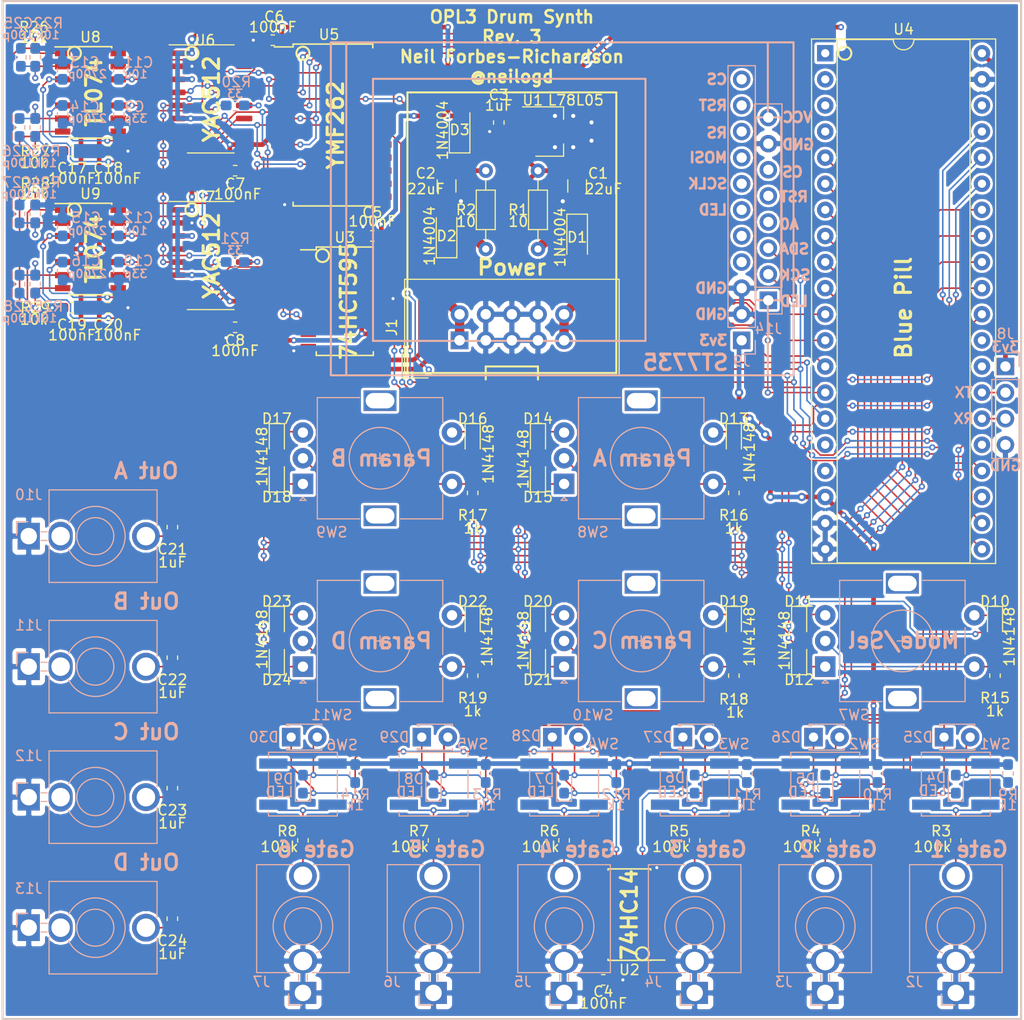
<source format=kicad_pcb>
(kicad_pcb (version 20171130) (host pcbnew 5.1.2-f72e74a~84~ubuntu18.04.1)
  (layers (0 F.Cu signal) (31 B.Cu signal) (34 B.Paste user hide) (35 F.Paste user hide) (36 B.SilkS user) (37 F.SilkS user) (38 B.Mask user hide) (39 F.Mask user hide) (44 Edge.Cuts user hide))
  (net 0 "")
  (net 1 "Net-(D13-Pad1)")
  (net 2 "Net-(R16-Pad1)")
  (net 3 "Net-(D14-Pad1)")
  (net 4 "Net-(D15-Pad1)")
  (net 5 "Net-(D18-Pad1)")
  (net 6 "Net-(R17-Pad1)")
  (net 7 "Net-(D17-Pad1)")
  (net 8 "Net-(D16-Pad1)")
  (net 9 "Net-(D19-Pad1)")
  (net 10 "Net-(R18-Pad1)")
  (net 11 "Net-(D20-Pad1)")
  (net 12 "Net-(D21-Pad1)")
  (net 13 "Net-(D24-Pad1)")
  (net 14 "Net-(R19-Pad1)")
  (net 15 "Net-(D23-Pad1)")
  (net 16 "Net-(D22-Pad1)")
  (net 17 "Net-(D10-Pad1)")
  (net 18 "Net-(R15-Pad1)")
  (net 19 "Net-(D11-Pad1)")
  (net 20 "Net-(D12-Pad1)")
  (net 21 "Net-(D1-Pad1)")
  (net 22 +12V)
  (net 23 -12V)
  (net 24 "Net-(D2-Pad2)")
  (net 25 "Net-(R21-Pad2)")
  (net 26 +3V3)
  (net 27 "Net-(R5-Pad2)")
  (net 28 "Net-(R6-Pad2)")
  (net 29 "Net-(R3-Pad2)")
  (net 30 "Net-(R20-Pad2)")
  (net 31 "Net-(R4-Pad2)")
  (net 32 R_C0)
  (net 33 R_C1)
  (net 34 R_C2)
  (net 35 R_C3)
  (net 36 R_C4)
  (net 37 +5V)
  (net 38 GND)
  (net 39 "Net-(U5-Pad2)")
  (net 40 RST)
  (net 41 A0)
  (net 42 A1)
  (net 43 CS)
  (net 44 "Net-(U5-Pad9)")
  (net 45 D0)
  (net 46 D1)
  (net 47 D2)
  (net 48 D3)
  (net 49 D4)
  (net 50 D5)
  (net 51 D6)
  (net 52 D7)
  (net 53 "Net-(U5-Pad19)")
  (net 54 "Net-(U5-Pad20)")
  (net 55 "Net-(U5-Pad21)")
  (net 56 "Net-(U5-Pad22)")
  (net 57 "Net-(U5-Pad23)")
  (net 58 CLK)
  (net 59 CH1)
  (net 60 CH2)
  (net 61 SWIN1)
  (net 62 AOUT1)
  (net 63 MP1)
  (net 64 "Net-(U6-Pad15)")
  (net 65 CV1)
  (net 66 CV2)
  (net 67 "Net-(U7-Pad15)")
  (net 68 MP2)
  (net 69 AOUT2)
  (net 70 SWIN2)
  (net 71 CH4)
  (net 72 CH3)
  (net 73 "Net-(U3-Pad9)")
  (net 74 SCLK)
  (net 75 NSS)
  (net 76 MOSI)
  (net 77 G0)
  (net 78 G1)
  (net 79 G2)
  (net 80 G3)
  (net 81 G4)
  (net 82 G5)
  (net 83 "Net-(U4-Pad1)")
  (net 84 LED_CS)
  (net 85 LED_RST)
  (net 86 "Net-(U4-Pad23)")
  (net 87 LED_RS)
  (net 88 "Net-(U4-Pad25)")
  (net 89 "Net-(J8-Pad3)")
  (net 90 "Net-(J8-Pad2)")
  (net 91 "Net-(U4-Pad28)")
  (net 92 "Net-(U4-Pad29)")
  (net 93 R_R0)
  (net 94 "Net-(U4-Pad16)")
  (net 95 R_R1)
  (net 96 "Net-(U4-Pad17)")
  (net 97 R_R2)
  (net 98 "Net-(D1-Pad2)")
  (net 99 "Net-(D2-Pad1)")
  (net 100 "Net-(R7-Pad2)")
  (net 101 "Net-(R8-Pad2)")
  (net 102 "Net-(J9-Pad4)")
  (net 103 "Net-(J9-Pad5)")
  (net 104 "Net-(C22-Pad1)")
  (net 105 "Net-(C24-Pad1)")
  (net 106 "Net-(C23-Pad1)")
  (net 107 "Net-(C21-Pad1)")
  (net 108 "Net-(C24-Pad2)")
  (net 109 "Net-(C21-Pad2)")
  (net 110 "Net-(C22-Pad2)")
  (net 111 "Net-(C23-Pad2)")
  (net 112 "Net-(D26-Pad2)")
  (net 113 "Net-(D25-Pad2)")
  (net 114 "Net-(D28-Pad2)")
  (net 115 "Net-(D29-Pad2)")
  (net 116 "Net-(D30-Pad2)")
  (net 117 "Net-(D27-Pad2)")
  (net 118 "Net-(J7-Pad2)")
  (net 119 "Net-(J6-Pad2)")
  (net 120 "Net-(J5-Pad2)")
  (net 121 "Net-(J4-Pad2)")
  (net 122 "Net-(J3-Pad2)")
  (net 123 "Net-(J2-Pad2)")
  (net 124 "Net-(J13-Pad3)")
  (net 125 "Net-(J10-Pad3)")
  (net 126 "Net-(J11-Pad3)")
  (net 127 "Net-(J12-Pad3)")
  (net 128 "Net-(C25-Pad2)")
  (net 129 "Net-(C26-Pad2)")
  (net 130 "Net-(C28-Pad2)")
  (net 131 "Net-(C27-Pad2)")
  (module Package_DIP:DIP-40_W15.24mm_Socket (layer F.Cu) (at 92.71 99.06)
    (fp_text reference U4 (at 7.62 -2.33) (layer F.SilkS))
    (fp_text value BluePill_STM32F103C)
    (pad 1 thru_hole rect (at 0 0) (size 1.6 1.6) (drill 0.8) (layers *.Cu *.Mask) (net 83 "Net-(U4-Pad1)"))
    (pad 21 thru_hole oval (at 15.24 48.26) (size 1.6 1.6) (drill 0.8) (layers *.Cu *.Mask) (net 75 NSS))
    (pad 2 thru_hole oval (at 0 2.54) (size 1.6 1.6) (drill 0.8) (layers *.Cu *.Mask) (net 84 LED_CS))
    (pad 22 thru_hole oval (at 15.24 45.72) (size 1.6 1.6) (drill 0.8) (layers *.Cu *.Mask) (net 74 SCLK))
    (pad 3 thru_hole oval (at 0 5.08) (size 1.6 1.6) (drill 0.8) (layers *.Cu *.Mask) (net 85 LED_RST))
    (pad 23 thru_hole oval (at 15.24 43.18) (size 1.6 1.6) (drill 0.8) (layers *.Cu *.Mask) (net 86 "Net-(U4-Pad23)"))
    (pad 4 thru_hole oval (at 0 7.62) (size 1.6 1.6) (drill 0.8) (layers *.Cu *.Mask) (net 87 LED_RS))
    (pad 24 thru_hole oval (at 15.24 40.64) (size 1.6 1.6) (drill 0.8) (layers *.Cu *.Mask) (net 76 MOSI))
    (pad 5 thru_hole oval (at 0 10.16) (size 1.6 1.6) (drill 0.8) (layers *.Cu *.Mask) (net 77 G0))
    (pad 25 thru_hole oval (at 15.24 38.1) (size 1.6 1.6) (drill 0.8) (layers *.Cu *.Mask) (net 88 "Net-(U4-Pad25)"))
    (pad 6 thru_hole oval (at 0 12.7) (size 1.6 1.6) (drill 0.8) (layers *.Cu *.Mask) (net 78 G1))
    (pad 26 thru_hole oval (at 15.24 35.56) (size 1.6 1.6) (drill 0.8) (layers *.Cu *.Mask) (net 89 "Net-(J8-Pad3)"))
    (pad 7 thru_hole oval (at 0 15.24) (size 1.6 1.6) (drill 0.8) (layers *.Cu *.Mask) (net 79 G2))
    (pad 27 thru_hole oval (at 15.24 33.02) (size 1.6 1.6) (drill 0.8) (layers *.Cu *.Mask) (net 90 "Net-(J8-Pad2)"))
    (pad 8 thru_hole oval (at 0 17.78) (size 1.6 1.6) (drill 0.8) (layers *.Cu *.Mask) (net 80 G3))
    (pad 28 thru_hole oval (at 15.24 30.48) (size 1.6 1.6) (drill 0.8) (layers *.Cu *.Mask) (net 91 "Net-(U4-Pad28)"))
    (pad 9 thru_hole oval (at 0 20.32) (size 1.6 1.6) (drill 0.8) (layers *.Cu *.Mask) (net 81 G4))
    (pad 29 thru_hole oval (at 15.24 27.94) (size 1.6 1.6) (drill 0.8) (layers *.Cu *.Mask) (net 92 "Net-(U4-Pad29)"))
    (pad 10 thru_hole oval (at 0 22.86) (size 1.6 1.6) (drill 0.8) (layers *.Cu *.Mask) (net 82 G5))
    (pad 30 thru_hole oval (at 15.24 25.4) (size 1.6 1.6) (drill 0.8) (layers *.Cu *.Mask) (net 32 R_C0))
    (pad 11 thru_hole oval (at 0 25.4) (size 1.6 1.6) (drill 0.8) (layers *.Cu *.Mask) (net 41 A0))
    (pad 31 thru_hole oval (at 15.24 22.86) (size 1.6 1.6) (drill 0.8) (layers *.Cu *.Mask) (net 35 R_C3))
    (pad 12 thru_hole oval (at 0 27.94) (size 1.6 1.6) (drill 0.8) (layers *.Cu *.Mask) (net 42 A1))
    (pad 32 thru_hole oval (at 15.24 20.32) (size 1.6 1.6) (drill 0.8) (layers *.Cu *.Mask) (net 36 R_C4))
    (pad 13 thru_hole oval (at 0 30.48) (size 1.6 1.6) (drill 0.8) (layers *.Cu *.Mask) (net 58 CLK))
    (pad 33 thru_hole oval (at 15.24 17.78) (size 1.6 1.6) (drill 0.8) (layers *.Cu *.Mask) (net 33 R_C1))
    (pad 14 thru_hole oval (at 0 33.02) (size 1.6 1.6) (drill 0.8) (layers *.Cu *.Mask) (net 43 CS))
    (pad 34 thru_hole oval (at 15.24 15.24) (size 1.6 1.6) (drill 0.8) (layers *.Cu *.Mask) (net 34 R_C2))
    (pad 15 thru_hole oval (at 0 35.56) (size 1.6 1.6) (drill 0.8) (layers *.Cu *.Mask) (net 40 RST))
    (pad 35 thru_hole oval (at 15.24 12.7) (size 1.6 1.6) (drill 0.8) (layers *.Cu *.Mask) (net 95 R_R1))
    (pad 16 thru_hole oval (at 0 38.1) (size 1.6 1.6) (drill 0.8) (layers *.Cu *.Mask) (net 94 "Net-(U4-Pad16)"))
    (pad 36 thru_hole oval (at 15.24 10.16) (size 1.6 1.6) (drill 0.8) (layers *.Cu *.Mask) (net 93 R_R0))
    (pad 17 thru_hole oval (at 0 40.64) (size 1.6 1.6) (drill 0.8) (layers *.Cu *.Mask) (net 96 "Net-(U4-Pad17)"))
    (pad 37 thru_hole oval (at 15.24 7.62) (size 1.6 1.6) (drill 0.8) (layers *.Cu *.Mask) (net 97 R_R2))
    (pad 18 thru_hole oval (at 0 43.18) (size 1.6 1.6) (drill 0.8) (layers *.Cu *.Mask) (net 26 +3V3))
    (pad 38 thru_hole oval (at 15.24 5.08) (size 1.6 1.6) (drill 0.8) (layers *.Cu *.Mask) (net 37 +5V))
    (pad 19 thru_hole oval (at 0 45.72) (size 1.6 1.6) (drill 0.8) (layers *.Cu *.Mask) (net 38 GND))
    (pad 39 thru_hole oval (at 15.24 2.54) (size 1.6 1.6) (drill 0.8) (layers *.Cu *.Mask) (net 38 GND))
    (pad 20 thru_hole oval (at 0 48.26) (size 1.6 1.6) (drill 0.8) (layers *.Cu *.Mask) (net 38 GND))
    (pad 40 thru_hole oval (at 15.24 0) (size 1.6 1.6) (drill 0.8) (layers *.Cu *.Mask) (net 26 +3V3))
  )
  (module Connector_PinSocket_2.54mm:PinSocket_1x08_P2.54mm_Vertical (layer B.Cu) (at 87.175 123.1)
    (fp_text reference J14 (at 0 2.77) (layer B.SilkS) (effects (justify mirror)))
    (fp_text value Conn_01x08_Female)
    (pad 8 thru_hole oval (at 0 -17.78) (size 1.7 1.7) (drill 1) (layers *.Cu *.Mask) (net 26 +3V3))
    (pad 7 thru_hole oval (at 0 -15.24) (size 1.7 1.7) (drill 1) (layers *.Cu *.Mask) (net 38 GND))
    (pad 6 thru_hole oval (at 0 -12.7) (size 1.7 1.7) (drill 1) (layers *.Cu *.Mask) (net 84 LED_CS))
    (pad 5 thru_hole oval (at 0 -10.16) (size 1.7 1.7) (drill 1) (layers *.Cu *.Mask) (net 85 LED_RST))
    (pad 4 thru_hole oval (at 0 -7.62) (size 1.7 1.7) (drill 1) (layers *.Cu *.Mask) (net 87 LED_RS))
    (pad 3 thru_hole oval (at 0 -5.08) (size 1.7 1.7) (drill 1) (layers *.Cu *.Mask) (net 76 MOSI))
    (pad 2 thru_hole oval (at 0 -2.54) (size 1.7 1.7) (drill 1) (layers *.Cu *.Mask) (net 74 SCLK))
    (pad 1 thru_hole rect (at 0 0) (size 1.7 1.7) (drill 1) (layers *.Cu *.Mask) (net 26 +3V3))
  )
  (module Capacitor_SMD:C_0603_1608Metric_Pad1.05x0.95mm_HandSolder (layer B.Cu) (at 14.351 114.695 270)
    (fp_text reference C27 (at -3.062 0.254) (layer B.SilkS) (effects (justify mirror)))
    (fp_text value 100p (at -1.919 0.254) (layer B.SilkS) (effects (font (size 0.8 0.8)) (justify mirror)))
    (pad 2 smd roundrect (at 0.875 0 270) (size 1.05 0.95) (layers B.Cu B.Paste B.Mask) (net 131 "Net-(C27-Pad2)"))
    (pad 1 smd roundrect (at -0.875 0 270) (size 1.05 0.95) (layers B.Cu B.Paste B.Mask) (net 106 "Net-(C23-Pad1)"))
  )
  (module Capacitor_SMD:C_0603_1608Metric_Pad1.05x0.95mm_HandSolder (layer B.Cu) (at 14.478 99.455 270)
    (fp_text reference C25 (at -3.316 0.254) (layer B.SilkS) (effects (justify mirror)))
    (fp_text value 100p (at -2.173 0.254) (layer B.SilkS) (effects (font (size 0.8 0.8)) (justify mirror)))
    (pad 1 smd roundrect (at -0.875 0 270) (size 1.05 0.95) (layers B.Cu B.Paste B.Mask) (net 107 "Net-(C21-Pad1)"))
    (pad 2 smd roundrect (at 0.875 0 270) (size 1.05 0.95) (layers B.Cu B.Paste B.Mask) (net 128 "Net-(C25-Pad2)"))
  )
  (module Capacitor_SMD:C_0603_1608Metric_Pad1.05x0.95mm_HandSolder (layer B.Cu) (at 14.351 106.285 90)
    (fp_text reference C26 (at -2.3 -0.254 180) (layer B.SilkS) (effects (justify mirror)))
    (fp_text value 100p (at -3.443 -0.127 180) (layer B.SilkS) (effects (font (size 0.8 0.8)) (justify mirror)))
    (pad 2 smd roundrect (at 0.875 0 90) (size 1.05 0.95) (layers B.Cu B.Paste B.Mask) (net 129 "Net-(C26-Pad2)"))
    (pad 1 smd roundrect (at -0.875 0 90) (size 1.05 0.95) (layers B.Cu B.Paste B.Mask) (net 104 "Net-(C22-Pad1)"))
  )
  (module Capacitor_SMD:C_0603_1608Metric_Pad1.05x0.95mm_HandSolder (layer B.Cu) (at 14.351 121.525 90)
    (fp_text reference C28 (at -2.173 -0.127 180) (layer B.SilkS) (effects (justify mirror)))
    (fp_text value 100p (at -3.316 -0.127 180) (layer B.SilkS) (effects (font (size 0.8 0.8)) (justify mirror)))
    (pad 1 smd roundrect (at -0.875 0 90) (size 1.05 0.95) (layers B.Cu B.Paste B.Mask) (net 105 "Net-(C24-Pad1)"))
    (pad 2 smd roundrect (at 0.875 0 90) (size 1.05 0.95) (layers B.Cu B.Paste B.Mask) (net 130 "Net-(C28-Pad2)"))
  )
  (module LED_THT:LED_D1.8mm_W3.3mm_H2.4mm (layer B.Cu) (at 53.467 165.608)
    (fp_text reference D29 (at -2.667 0) (layer B.SilkS) (effects (justify mirror)))
    (fp_text value LED)
    (pad 2 thru_hole circle (at 2.54 0) (size 1.8 1.8) (drill 0.9) (layers *.Cu *.Mask) (net 115 "Net-(D29-Pad2)"))
    (pad 1 thru_hole rect (at 0 0) (size 1.8 1.8) (drill 0.9) (layers *.Cu *.Mask) (net 81 G4))
  )
  (module LED_THT:LED_D1.8mm_W3.3mm_H2.4mm (layer B.Cu) (at 66.167 165.608)
    (fp_text reference D28 (at -2.54 -0.127) (layer B.SilkS) (effects (justify mirror)))
    (fp_text value LED)
    (pad 2 thru_hole circle (at 2.54 0) (size 1.8 1.8) (drill 0.9) (layers *.Cu *.Mask) (net 114 "Net-(D28-Pad2)"))
    (pad 1 thru_hole rect (at 0 0) (size 1.8 1.8) (drill 0.9) (layers *.Cu *.Mask) (net 80 G3))
  )
  (module LED_THT:LED_D1.8mm_W3.3mm_H2.4mm (layer B.Cu) (at 40.767 165.608)
    (fp_text reference D30 (at -2.667 0) (layer B.SilkS) (effects (justify mirror)))
    (fp_text value LED)
    (pad 1 thru_hole rect (at 0 0) (size 1.8 1.8) (drill 0.9) (layers *.Cu *.Mask) (net 82 G5))
    (pad 2 thru_hole circle (at 2.54 0) (size 1.8 1.8) (drill 0.9) (layers *.Cu *.Mask) (net 116 "Net-(D30-Pad2)"))
  )
  (module LED_THT:LED_D1.8mm_W3.3mm_H2.4mm (layer B.Cu) (at 91.567 165.608)
    (fp_text reference D26 (at -2.667 0) (layer B.SilkS) (effects (justify mirror)))
    (fp_text value LED)
    (pad 1 thru_hole rect (at 0 0) (size 1.8 1.8) (drill 0.9) (layers *.Cu *.Mask) (net 78 G1))
    (pad 2 thru_hole circle (at 2.54 0) (size 1.8 1.8) (drill 0.9) (layers *.Cu *.Mask) (net 112 "Net-(D26-Pad2)"))
  )
  (module LED_THT:LED_D1.8mm_W3.3mm_H2.4mm (layer B.Cu) (at 104.267 165.608)
    (fp_text reference D25 (at -2.54 0) (layer B.SilkS) (effects (justify mirror)))
    (fp_text value LED)
    (pad 2 thru_hole circle (at 2.54 0) (size 1.8 1.8) (drill 0.9) (layers *.Cu *.Mask) (net 113 "Net-(D25-Pad2)"))
    (pad 1 thru_hole rect (at 0 0) (size 1.8 1.8) (drill 0.9) (layers *.Cu *.Mask) (net 77 G0))
  )
  (module LED_THT:LED_D1.8mm_W3.3mm_H2.4mm (layer B.Cu) (at 78.867 165.608)
    (fp_text reference D27 (at -2.413 0) (layer B.SilkS) (effects (justify mirror)))
    (fp_text value LED)
    (pad 1 thru_hole rect (at 0 0) (size 1.8 1.8) (drill 0.9) (layers *.Cu *.Mask) (net 79 G2))
    (pad 2 thru_hole circle (at 2.54 0) (size 1.8 1.8) (drill 0.9) (layers *.Cu *.Mask) (net 117 "Net-(D27-Pad2)"))
  )
  (module Rotary_Encoder:RotaryEncoder_Alps_EC11E-Switch_Vertical_H20mm (layer B.Cu) (at 92.71 158.75)
    (fp_text reference SW7 (at 2.8 4.7) (layer B.SilkS) (effects (justify mirror)))
    (fp_text value Rotary)
    (pad S1 thru_hole circle (at 14.5 -5) (size 2 2) (drill 1) (layers *.Cu *.Mask) (net 17 "Net-(D10-Pad1)"))
    (pad S2 thru_hole circle (at 14.5 0) (size 2 2) (drill 1) (layers *.Cu *.Mask) (net 18 "Net-(R15-Pad1)"))
    (pad MP thru_hole rect (at 7.5 -8.1) (size 3.2 2) (drill oval 2.8 1.5) (layers *.Cu *.Mask))
    (pad MP thru_hole rect (at 7.5 3.1) (size 3.2 2) (drill oval 2.8 1.5) (layers *.Cu *.Mask))
    (pad B thru_hole circle (at 0 -5) (size 2 2) (drill 1) (layers *.Cu *.Mask) (net 19 "Net-(D11-Pad1)"))
    (pad C thru_hole circle (at 0 -2.5) (size 2 2) (drill 1) (layers *.Cu *.Mask) (net 18 "Net-(R15-Pad1)"))
    (pad A thru_hole rect (at 0 0) (size 2 2) (drill 1) (layers *.Cu *.Mask) (net 20 "Net-(D12-Pad1)"))
  )
  (module LED_SMD:LED_0603_1608Metric_Pad1.05x0.95mm_HandSolder (layer B.Cu) (at 80.01 170.18 90)
    (fp_text reference D6 (at 0.635 -1.905 180) (layer B.SilkS) (effects (justify mirror)))
    (fp_text value LED (at -0.762 -2.286 180) (layer B.SilkS) (effects (justify mirror)))
    (pad 2 smd roundrect (at 0.875 0 90) (size 1.05 0.95) (layers B.Cu B.Paste B.Mask) (net 117 "Net-(D27-Pad2)"))
    (pad 1 smd roundrect (at -0.875 0 90) (size 1.05 0.95) (layers B.Cu B.Paste B.Mask) (net 79 G2))
  )
  (module Diode_SMD:D_SOD-123 (layer F.Cu) (at 68.58 116.97 270)
    (fp_text reference D1 (at -0.003 0) (layer F.SilkS))
    (fp_text value 1N4004 (at -0.003 1.651 270) (layer F.SilkS))
    (pad 1 smd rect (at -1.65 0 270) (size 0.9 1.2) (layers F.Cu F.Paste F.Mask) (net 21 "Net-(D1-Pad1)"))
    (pad 2 smd rect (at 1.65 0 270) (size 0.9 1.2) (layers F.Cu F.Paste F.Mask) (net 98 "Net-(D1-Pad2)"))
  )
  (module Diode_SMD:D_SOD-123 (layer F.Cu) (at 57.15 106.51 90)
    (fp_text reference D3 (at 0 0 180) (layer F.SilkS))
    (fp_text value 1N4004 (at -0.043 -1.651 90) (layer F.SilkS))
    (pad 2 smd rect (at 1.65 0 90) (size 0.9 1.2) (layers F.Cu F.Paste F.Mask) (net 37 +5V))
    (pad 1 smd rect (at -1.65 0 90) (size 0.9 1.2) (layers F.Cu F.Paste F.Mask) (net 22 +12V))
  )
  (module Diode_SMD:D_SOD-123 (layer F.Cu) (at 55.88 116.71 90)
    (fp_text reference D2 (at -0.13 0 180) (layer F.SilkS))
    (fp_text value 1N4004 (at -0.13 -1.651 90) (layer F.SilkS))
    (pad 1 smd rect (at -1.65 0 90) (size 0.9 1.2) (layers F.Cu F.Paste F.Mask) (net 99 "Net-(D2-Pad1)"))
    (pad 2 smd rect (at 1.65 0 90) (size 0.9 1.2) (layers F.Cu F.Paste F.Mask) (net 24 "Net-(D2-Pad2)"))
  )
  (module Connector_PinHeader_2.54mm:PinHeader_1x04_P2.54mm_Vertical (layer B.Cu) (at 110.236 129.54 180)
    (fp_text reference J8 (at 0 3.175 180) (layer B.SilkS) (effects (justify mirror)))
    (fp_text value Conn_01x04_Male)
    (pad 1 thru_hole rect (at 0 0 180) (size 1.7 1.7) (drill 1) (layers *.Cu *.Mask) (net 26 +3V3))
    (pad 2 thru_hole oval (at 0 -2.54 180) (size 1.7 1.7) (drill 1) (layers *.Cu *.Mask) (net 90 "Net-(J8-Pad2)"))
    (pad 3 thru_hole oval (at 0 -5.08 180) (size 1.7 1.7) (drill 1) (layers *.Cu *.Mask) (net 89 "Net-(J8-Pad3)"))
    (pad 4 thru_hole oval (at 0 -7.62 180) (size 1.7 1.7) (drill 1) (layers *.Cu *.Mask) (net 38 GND))
  )
  (module Capacitor_SMD:C_0603_1608Metric_Pad1.05x0.95mm_HandSolder (layer F.Cu) (at 29.21 170.575 270)
    (fp_text reference C23 (at 2.145 0) (layer F.SilkS))
    (fp_text value 1uF (at 3.415 0) (layer F.SilkS))
    (pad 2 smd roundrect (at 0.875 0 270) (size 1.05 0.95) (layers F.Cu F.Paste F.Mask) (net 111 "Net-(C23-Pad2)"))
    (pad 1 smd roundrect (at -0.875 0 270) (size 1.05 0.95) (layers F.Cu F.Paste F.Mask) (net 106 "Net-(C23-Pad1)"))
  )
  (module Capacitor_SMD:C_0603_1608Metric_Pad1.05x0.95mm_HandSolder (layer F.Cu) (at 29.21 183.275 270)
    (fp_text reference C24 (at 2.145 0) (layer F.SilkS))
    (fp_text value 1uF (at 3.415 0) (layer F.SilkS))
    (pad 1 smd roundrect (at -0.875 0 270) (size 1.05 0.95) (layers F.Cu F.Paste F.Mask) (net 105 "Net-(C24-Pad1)"))
    (pad 2 smd roundrect (at 0.875 0 270) (size 1.05 0.95) (layers F.Cu F.Paste F.Mask) (net 108 "Net-(C24-Pad2)"))
  )
  (module Capacitor_SMD:C_0603_1608Metric_Pad1.05x0.95mm_HandSolder (layer F.Cu) (at 29.21 157.875 270)
    (fp_text reference C22 (at 2.145 0) (layer F.SilkS))
    (fp_text value 1uF (at 3.415 0) (layer F.SilkS))
    (pad 2 smd roundrect (at 0.875 0 270) (size 1.05 0.95) (layers F.Cu F.Paste F.Mask) (net 110 "Net-(C22-Pad2)"))
    (pad 1 smd roundrect (at -0.875 0 270) (size 1.05 0.95) (layers F.Cu F.Paste F.Mask) (net 104 "Net-(C22-Pad1)"))
  )
  (module Capacitor_SMD:C_0603_1608Metric_Pad1.05x0.95mm_HandSolder (layer F.Cu) (at 29.21 145.175 270)
    (fp_text reference C21 (at 2.145 0 180) (layer F.SilkS))
    (fp_text value 1uF (at 3.415 0) (layer F.SilkS))
    (pad 1 smd roundrect (at -0.875 0 270) (size 1.05 0.95) (layers F.Cu F.Paste F.Mask) (net 107 "Net-(C21-Pad1)"))
    (pad 2 smd roundrect (at 0.875 0 270) (size 1.05 0.95) (layers F.Cu F.Paste F.Mask) (net 109 "Net-(C21-Pad2)"))
  )
  (module Resistor_SMD:R_0603_1608Metric_Pad1.05x0.95mm_HandSolder (layer B.Cu) (at 15.875 114.695 270)
    (fp_text reference R24 (at -3.062 -1.016) (layer B.SilkS) (effects (justify mirror)))
    (fp_text value 10k (at -1.919 -1.016) (layer B.SilkS) (effects (font (size 0.8 0.8)) (justify mirror)))
    (pad 2 smd roundrect (at 0.875 0 270) (size 1.05 0.95) (layers B.Cu B.Paste B.Mask) (net 131 "Net-(C27-Pad2)"))
    (pad 1 smd roundrect (at -0.875 0 270) (size 1.05 0.95) (layers B.Cu B.Paste B.Mask) (net 38 GND))
  )
  (module Resistor_SMD:R_0603_1608Metric_Pad1.05x0.95mm_HandSolder (layer B.Cu) (at 15.875 121.525 90)
    (fp_text reference R25 (at -2.173 1.27 180) (layer B.SilkS) (effects (justify mirror)))
    (fp_text value 10k (at -3.316 1.016 180) (layer B.SilkS) (effects (font (size 0.8 0.8)) (justify mirror)))
    (pad 1 smd roundrect (at -0.875 0 90) (size 1.05 0.95) (layers B.Cu B.Paste B.Mask) (net 38 GND))
    (pad 2 smd roundrect (at 0.875 0 90) (size 1.05 0.95) (layers B.Cu B.Paste B.Mask) (net 130 "Net-(C28-Pad2)"))
  )
  (module Resistor_SMD:R_0603_1608Metric_Pad1.05x0.95mm_HandSolder (layer F.Cu) (at 15.875 99.455 270)
    (fp_text reference R26 (at -2.935 0.127) (layer F.SilkS))
    (fp_text value 10k (at -1.919 0.127) (layer F.SilkS))
    (pad 2 smd roundrect (at 0.875 0 270) (size 1.05 0.95) (layers F.Cu F.Paste F.Mask) (net 128 "Net-(C25-Pad2)"))
    (pad 1 smd roundrect (at -0.875 0 270) (size 1.05 0.95) (layers F.Cu F.Paste F.Mask) (net 107 "Net-(C21-Pad1)"))
  )
  (module Resistor_SMD:R_0603_1608Metric_Pad1.05x0.95mm_HandSolder (layer F.Cu) (at 15.875 114.695 90)
    (fp_text reference R28 (at 2.935 0 180) (layer F.SilkS))
    (fp_text value 10k (at 1.919 -0.127 180) (layer F.SilkS))
    (pad 1 smd roundrect (at -0.875 0 90) (size 1.05 0.95) (layers F.Cu F.Paste F.Mask) (net 131 "Net-(C27-Pad2)"))
    (pad 2 smd roundrect (at 0.875 0 90) (size 1.05 0.95) (layers F.Cu F.Paste F.Mask) (net 106 "Net-(C23-Pad1)"))
  )
  (module Resistor_SMD:R_0603_1608Metric_Pad1.05x0.95mm_HandSolder (layer F.Cu) (at 15.875 121.525 90)
    (fp_text reference R29 (at -2.3 0) (layer F.SilkS))
    (fp_text value 10k (at -3.443 -0.127 180) (layer F.SilkS))
    (pad 2 smd roundrect (at 0.875 0 90) (size 1.05 0.95) (layers F.Cu F.Paste F.Mask) (net 130 "Net-(C28-Pad2)"))
    (pad 1 smd roundrect (at -0.875 0 90) (size 1.05 0.95) (layers F.Cu F.Paste F.Mask) (net 105 "Net-(C24-Pad1)"))
  )
  (module Resistor_SMD:R_0603_1608Metric_Pad1.05x0.95mm_HandSolder (layer F.Cu) (at 15.875 106.285 90)
    (fp_text reference R27 (at -2.3 0 180) (layer F.SilkS))
    (fp_text value 10k (at -3.443 -0.127 180) (layer F.SilkS))
    (pad 1 smd roundrect (at -0.875 0 90) (size 1.05 0.95) (layers F.Cu F.Paste F.Mask) (net 104 "Net-(C22-Pad1)"))
    (pad 2 smd roundrect (at 0.875 0 90) (size 1.05 0.95) (layers F.Cu F.Paste F.Mask) (net 129 "Net-(C26-Pad2)"))
  )
  (module Connector_IDC:IDC-Header_2x05_P2.54mm_Vertical (layer F.Cu) (at 57.15 127 90)
    (fp_text reference J1 (at 1.27 -6.604 90) (layer F.SilkS))
    (fp_text value Conn_02x05_Eurorack)
    (pad 1 thru_hole rect (at 0 0 90) (size 1.7272 1.7272) (drill 1.016) (layers *.Cu *.Mask) (net 99 "Net-(D2-Pad1)"))
    (pad 2 thru_hole oval (at 2.54 0 90) (size 1.7272 1.7272) (drill 1.016) (layers *.Cu *.Mask) (net 99 "Net-(D2-Pad1)"))
    (pad 3 thru_hole oval (at 0 2.54 90) (size 1.7272 1.7272) (drill 1.016) (layers *.Cu *.Mask) (net 38 GND))
    (pad 4 thru_hole oval (at 2.54 2.54 90) (size 1.7272 1.7272) (drill 1.016) (layers *.Cu *.Mask) (net 38 GND))
    (pad 5 thru_hole oval (at 0 5.08 90) (size 1.7272 1.7272) (drill 1.016) (layers *.Cu *.Mask) (net 38 GND))
    (pad 6 thru_hole oval (at 2.54 5.08 90) (size 1.7272 1.7272) (drill 1.016) (layers *.Cu *.Mask) (net 38 GND))
    (pad 7 thru_hole oval (at 0 7.62 90) (size 1.7272 1.7272) (drill 1.016) (layers *.Cu *.Mask) (net 38 GND))
    (pad 8 thru_hole oval (at 2.54 7.62 90) (size 1.7272 1.7272) (drill 1.016) (layers *.Cu *.Mask) (net 38 GND))
    (pad 9 thru_hole oval (at 0 10.16 90) (size 1.7272 1.7272) (drill 1.016) (layers *.Cu *.Mask) (net 98 "Net-(D1-Pad2)"))
    (pad 10 thru_hole oval (at 2.54 10.16 90) (size 1.7272 1.7272) (drill 1.016) (layers *.Cu *.Mask) (net 98 "Net-(D1-Pad2)"))
  )
  (module Connector_PinSocket_2.54mm:PinSocket_1x11_P2.54mm_Vertical (layer B.Cu) (at 84.582 127)
    (fp_text reference J9 (at 0 2.032) (layer B.SilkS) (effects (justify mirror)))
    (fp_text value Conn_01x11_Female)
    (pad 11 thru_hole oval (at 0 -25.4) (size 1.7 1.7) (drill 1) (layers *.Cu *.Mask) (net 84 LED_CS))
    (pad 10 thru_hole oval (at 0 -22.86) (size 1.7 1.7) (drill 1) (layers *.Cu *.Mask) (net 85 LED_RST))
    (pad 9 thru_hole oval (at 0 -20.32) (size 1.7 1.7) (drill 1) (layers *.Cu *.Mask) (net 87 LED_RS))
    (pad 8 thru_hole oval (at 0 -17.78) (size 1.7 1.7) (drill 1) (layers *.Cu *.Mask) (net 76 MOSI))
    (pad 7 thru_hole oval (at 0 -15.24) (size 1.7 1.7) (drill 1) (layers *.Cu *.Mask) (net 74 SCLK))
    (pad 6 thru_hole oval (at 0 -12.7) (size 1.7 1.7) (drill 1) (layers *.Cu *.Mask) (net 26 +3V3))
    (pad 5 thru_hole oval (at 0 -10.16) (size 1.7 1.7) (drill 1) (layers *.Cu *.Mask) (net 103 "Net-(J9-Pad5)"))
    (pad 4 thru_hole oval (at 0 -7.62) (size 1.7 1.7) (drill 1) (layers *.Cu *.Mask) (net 102 "Net-(J9-Pad4)"))
    (pad 3 thru_hole oval (at 0 -5.08) (size 1.7 1.7) (drill 1) (layers *.Cu *.Mask) (net 38 GND))
    (pad 2 thru_hole oval (at 0 -2.54) (size 1.7 1.7) (drill 1) (layers *.Cu *.Mask) (net 38 GND))
    (pad 1 thru_hole rect (at 0 0) (size 1.7 1.7) (drill 1) (layers *.Cu *.Mask) (net 26 +3V3))
  )
  (module Package_SO:SOIC-16_4.55x10.3mm_P1.27mm (layer F.Cu) (at 32.945 103.505)
    (fp_text reference U6 (at -0.56 -5.715) (layer F.SilkS))
    (fp_text value YAC512)
    (pad 16 smd roundrect (at 3.25 -4.445) (size 1.6 0.55) (layers F.Cu F.Paste F.Mask) (net 65 CV1))
    (pad 15 smd roundrect (at 3.25 -3.175) (size 1.6 0.55) (layers F.Cu F.Paste F.Mask) (net 64 "Net-(U6-Pad15)"))
    (pad 14 smd roundrect (at 3.25 -1.905) (size 1.6 0.55) (layers F.Cu F.Paste F.Mask) (net 63 MP1))
    (pad 13 smd roundrect (at 3.25 -0.635) (size 1.6 0.55) (layers F.Cu F.Paste F.Mask) (net 62 AOUT1))
    (pad 12 smd roundrect (at 3.25 0.635) (size 1.6 0.55) (layers F.Cu F.Paste F.Mask) (net 30 "Net-(R20-Pad2)"))
    (pad 11 smd roundrect (at 3.25 1.905) (size 1.6 0.55) (layers F.Cu F.Paste F.Mask) (net 60 CH2))
    (pad 10 smd roundrect (at 3.25 3.175) (size 1.6 0.55) (layers F.Cu F.Paste F.Mask) (net 59 CH1))
    (pad 9 smd roundrect (at 3.25 4.445) (size 1.6 0.55) (layers F.Cu F.Paste F.Mask) (net 37 +5V))
    (pad 8 smd roundrect (at -3.25 4.445) (size 1.6 0.55) (layers F.Cu F.Paste F.Mask) (net 54 "Net-(U5-Pad20)"))
    (pad 7 smd roundrect (at -3.25 3.175) (size 1.6 0.55) (layers F.Cu F.Paste F.Mask) (net 53 "Net-(U5-Pad19)"))
    (pad 6 smd roundrect (at -3.25 1.905) (size 1.6 0.55) (layers F.Cu F.Paste F.Mask) (net 37 +5V))
    (pad 5 smd roundrect (at -3.25 0.635) (size 1.6 0.55) (layers F.Cu F.Paste F.Mask) (net 57 "Net-(U5-Pad23)"))
    (pad 4 smd roundrect (at -3.25 -0.635) (size 1.6 0.55) (layers F.Cu F.Paste F.Mask) (net 55 "Net-(U5-Pad21)"))
    (pad 3 smd roundrect (at -3.25 -1.905) (size 1.6 0.55) (layers F.Cu F.Paste F.Mask) (net 37 +5V))
    (pad 2 smd roundrect (at -3.25 -3.175) (size 1.6 0.55) (layers F.Cu F.Paste F.Mask) (net 38 GND))
    (pad 1 smd roundrect (at -3.25 -4.445) (size 1.6 0.55) (layers F.Cu F.Paste F.Mask) (net 37 +5V))
  )
  (module Rotary_Encoder:RotaryEncoder_Alps_EC11E-Switch_Vertical_H20mm (layer B.Cu) (at 41.91 140.97)
    (fp_text reference SW9 (at 2.8 4.7) (layer B.SilkS) (effects (justify mirror)))
    (fp_text value Rotary)
    (pad A thru_hole rect (at 0 0) (size 2 2) (drill 1) (layers *.Cu *.Mask) (net 5 "Net-(D18-Pad1)"))
    (pad C thru_hole circle (at 0 -2.5) (size 2 2) (drill 1) (layers *.Cu *.Mask) (net 6 "Net-(R17-Pad1)"))
    (pad B thru_hole circle (at 0 -5) (size 2 2) (drill 1) (layers *.Cu *.Mask) (net 7 "Net-(D17-Pad1)"))
    (pad MP thru_hole rect (at 7.5 3.1) (size 3.2 2) (drill oval 2.8 1.5) (layers *.Cu *.Mask))
    (pad MP thru_hole rect (at 7.5 -8.1) (size 3.2 2) (drill oval 2.8 1.5) (layers *.Cu *.Mask))
    (pad S2 thru_hole circle (at 14.5 0) (size 2 2) (drill 1) (layers *.Cu *.Mask) (net 6 "Net-(R17-Pad1)"))
    (pad S1 thru_hole circle (at 14.5 -5) (size 2 2) (drill 1) (layers *.Cu *.Mask) (net 8 "Net-(D16-Pad1)"))
  )
  (module Rotary_Encoder:RotaryEncoder_Alps_EC11E-Switch_Vertical_H20mm (layer B.Cu) (at 67.31 140.97)
    (fp_text reference SW8 (at 2.8 4.7) (layer B.SilkS) (effects (justify mirror)))
    (fp_text value Rotary)
    (pad A thru_hole rect (at 0 0) (size 2 2) (drill 1) (layers *.Cu *.Mask) (net 4 "Net-(D15-Pad1)"))
    (pad C thru_hole circle (at 0 -2.5) (size 2 2) (drill 1) (layers *.Cu *.Mask) (net 2 "Net-(R16-Pad1)"))
    (pad B thru_hole circle (at 0 -5) (size 2 2) (drill 1) (layers *.Cu *.Mask) (net 3 "Net-(D14-Pad1)"))
    (pad MP thru_hole rect (at 7.5 3.1) (size 3.2 2) (drill oval 2.8 1.5) (layers *.Cu *.Mask))
    (pad MP thru_hole rect (at 7.5 -8.1) (size 3.2 2) (drill oval 2.8 1.5) (layers *.Cu *.Mask))
    (pad S2 thru_hole circle (at 14.5 0) (size 2 2) (drill 1) (layers *.Cu *.Mask) (net 2 "Net-(R16-Pad1)"))
    (pad S1 thru_hole circle (at 14.5 -5) (size 2 2) (drill 1) (layers *.Cu *.Mask) (net 1 "Net-(D13-Pad1)"))
  )
  (module Resistor_SMD:R_0603_1608Metric_Pad1.05x0.95mm_HandSolder (layer B.Cu) (at 72.39 169.15 270)
    (fp_text reference R12 (at 2.046 0) (layer B.SilkS) (effects (justify mirror)))
    (fp_text value 1k (at 3.062 0) (layer B.SilkS) (effects (justify mirror)))
    (pad 2 smd roundrect (at 0.875 0 270) (size 1.05 0.95) (layers B.Cu B.Paste B.Mask) (net 114 "Net-(D28-Pad2)"))
    (pad 1 smd roundrect (at -0.875 0 270) (size 1.05 0.95) (layers B.Cu B.Paste B.Mask) (net 26 +3V3))
  )
  (module Connector_Audio:Jack_3.5mm_QingPu_WQP-PJ398SM_Vertical_CircularHoles_TS (layer B.Cu) (at 67.31 190.5)
    (fp_text reference J5 (at -4.03 -1.08 -180) (layer B.SilkS) (effects (justify mirror)))
    (fp_text value Jack)
    (pad 2 thru_hole circle (at 0 -11.4 180) (size 2.7 2.7) (drill 1.8) (layers *.Cu *.Mask) (net 120 "Net-(J5-Pad2)"))
    (pad 1 thru_hole rect (at 0 0 180) (size 2.6 2.15) (drill 1.6) (layers *.Cu *.Mask) (net 38 GND))
    (pad 3 thru_hole oval (at 0 -3.1 180) (size 2.8 2.35) (drill 1.8) (layers *.Cu *.Mask) (net 38 GND))
  )
  (module Button_Switch_SMD:SW_SPST_EVQP0 (layer B.Cu) (at 105.41 170.18 180)
    (fp_text reference SW1 (at -3.81 3.9 180) (layer B.SilkS) (effects (justify mirror)))
    (fp_text value SW_Push)
    (pad 2 smd rect (at 2.88 -2 180) (size 2.75 1) (layers B.Cu B.Paste B.Mask) (net 29 "Net-(R3-Pad2)"))
    (pad 2 smd rect (at -2.88 -2 180) (size 2.75 1) (layers B.Cu B.Paste B.Mask) (net 29 "Net-(R3-Pad2)"))
    (pad 1 smd rect (at -2.88 2 180) (size 2.75 1) (layers B.Cu B.Paste B.Mask) (net 26 +3V3))
    (pad 1 smd rect (at 2.88 2 180) (size 2.75 1) (layers B.Cu B.Paste B.Mask) (net 26 +3V3))
  )
  (module Button_Switch_SMD:SW_SPST_EVQP0 (layer B.Cu) (at 92.71 170.18 180)
    (fp_text reference SW2 (at -3.81 3.9 180) (layer B.SilkS) (effects (justify mirror)))
    (fp_text value SW_Push)
    (pad 1 smd rect (at 2.88 2 180) (size 2.75 1) (layers B.Cu B.Paste B.Mask) (net 26 +3V3))
    (pad 1 smd rect (at -2.88 2 180) (size 2.75 1) (layers B.Cu B.Paste B.Mask) (net 26 +3V3))
    (pad 2 smd rect (at -2.88 -2 180) (size 2.75 1) (layers B.Cu B.Paste B.Mask) (net 31 "Net-(R4-Pad2)"))
    (pad 2 smd rect (at 2.88 -2 180) (size 2.75 1) (layers B.Cu B.Paste B.Mask) (net 31 "Net-(R4-Pad2)"))
  )
  (module Button_Switch_SMD:SW_SPST_EVQP0 (layer B.Cu) (at 80.01 170.18 180)
    (fp_text reference SW3 (at -3.81 3.9 180) (layer B.SilkS) (effects (justify mirror)))
    (fp_text value SW_Push)
    (pad 2 smd rect (at 2.88 -2 180) (size 2.75 1) (layers B.Cu B.Paste B.Mask) (net 27 "Net-(R5-Pad2)"))
    (pad 2 smd rect (at -2.88 -2 180) (size 2.75 1) (layers B.Cu B.Paste B.Mask) (net 27 "Net-(R5-Pad2)"))
    (pad 1 smd rect (at -2.88 2 180) (size 2.75 1) (layers B.Cu B.Paste B.Mask) (net 26 +3V3))
    (pad 1 smd rect (at 2.88 2 180) (size 2.75 1) (layers B.Cu B.Paste B.Mask) (net 26 +3V3))
  )
  (module Button_Switch_SMD:SW_SPST_EVQP0 (layer B.Cu) (at 67.31 170.18 180)
    (fp_text reference SW4 (at -3.81 3.9 180) (layer B.SilkS) (effects (justify mirror)))
    (fp_text value SW_Push)
    (pad 1 smd rect (at 2.88 2 180) (size 2.75 1) (layers B.Cu B.Paste B.Mask) (net 26 +3V3))
    (pad 1 smd rect (at -2.88 2 180) (size 2.75 1) (layers B.Cu B.Paste B.Mask) (net 26 +3V3))
    (pad 2 smd rect (at -2.88 -2 180) (size 2.75 1) (layers B.Cu B.Paste B.Mask) (net 28 "Net-(R6-Pad2)"))
    (pad 2 smd rect (at 2.88 -2 180) (size 2.75 1) (layers B.Cu B.Paste B.Mask) (net 28 "Net-(R6-Pad2)"))
  )
  (module Button_Switch_SMD:SW_SPST_EVQP0 (layer B.Cu) (at 54.61 170.18 180)
    (fp_text reference SW5 (at -3.81 3.9 180) (layer B.SilkS) (effects (justify mirror)))
    (fp_text value SW_Push)
    (pad 2 smd rect (at 2.88 -2 180) (size 2.75 1) (layers B.Cu B.Paste B.Mask) (net 100 "Net-(R7-Pad2)"))
    (pad 2 smd rect (at -2.88 -2 180) (size 2.75 1) (layers B.Cu B.Paste B.Mask) (net 100 "Net-(R7-Pad2)"))
    (pad 1 smd rect (at -2.88 2 180) (size 2.75 1) (layers B.Cu B.Paste B.Mask) (net 26 +3V3))
    (pad 1 smd rect (at 2.88 2 180) (size 2.75 1) (layers B.Cu B.Paste B.Mask) (net 26 +3V3))
  )
  (module Button_Switch_SMD:SW_SPST_EVQP0 (layer B.Cu) (at 41.91 170.18 180)
    (fp_text reference SW6 (at -3.81 3.81 180) (layer B.SilkS) (effects (justify mirror)))
    (fp_text value SW_Push)
    (pad 1 smd rect (at 2.88 2 180) (size 2.75 1) (layers B.Cu B.Paste B.Mask) (net 26 +3V3))
    (pad 1 smd rect (at -2.88 2 180) (size 2.75 1) (layers B.Cu B.Paste B.Mask) (net 26 +3V3))
    (pad 2 smd rect (at -2.88 -2 180) (size 2.75 1) (layers B.Cu B.Paste B.Mask) (net 101 "Net-(R8-Pad2)"))
    (pad 2 smd rect (at 2.88 -2 180) (size 2.75 1) (layers B.Cu B.Paste B.Mask) (net 101 "Net-(R8-Pad2)"))
  )
  (module Capacitor_SMD:C_0603_1608Metric_Pad1.05x0.95mm_HandSolder (layer F.Cu) (at 60.96 105.805 270)
    (fp_text reference C3 (at -2.681 0) (layer F.SilkS))
    (fp_text value 1uF (at -1.665 0) (layer F.SilkS))
    (pad 1 smd roundrect (at -0.875 0 270) (size 1.05 0.95) (layers F.Cu F.Paste F.Mask) (net 37 +5V))
    (pad 2 smd roundrect (at 0.875 0 270) (size 1.05 0.95) (layers F.Cu F.Paste F.Mask) (net 38 GND))
  )
  (module Capacitor_SMD:C_1206_3216Metric_Pad1.42x1.75mm_HandSolder (layer F.Cu) (at 68.58 111.9775 270)
    (fp_text reference C1 (at -1.2335 -2.032) (layer F.SilkS))
    (fp_text value 22uF (at 0.2905 -2.54) (layer F.SilkS))
    (pad 1 smd roundrect (at -1.4875 0 270) (size 1.425 1.75) (layers F.Cu F.Paste F.Mask) (roundrect_rratio 0.175439) (net 22 +12V))
    (pad 2 smd roundrect (at 1.4875 0 270) (size 1.425 1.75) (layers F.Cu F.Paste F.Mask) (roundrect_rratio 0.175439) (net 38 GND))
  )
  (module LED_SMD:LED_0603_1608Metric_Pad1.05x0.95mm_HandSolder (layer B.Cu) (at 41.91 170.18 90)
    (fp_text reference D9 (at 0.508 -1.905 180) (layer B.SilkS) (effects (justify mirror)))
    (fp_text value LED (at -0.762 -2.286 180) (layer B.SilkS) (effects (justify mirror)))
    (pad 1 smd roundrect (at -0.875 0 90) (size 1.05 0.95) (layers B.Cu B.Paste B.Mask) (net 82 G5))
    (pad 2 smd roundrect (at 0.875 0 90) (size 1.05 0.95) (layers B.Cu B.Paste B.Mask) (net 116 "Net-(D30-Pad2)"))
  )
  (module Package_SO:SOIC-14_3.9x8.7mm_P1.27mm (layer F.Cu) (at 73.66 182.88 180)
    (fp_text reference U2 (at 0 -5.375 180) (layer F.SilkS))
    (fp_text value 74HC14)
    (pad 14 smd rect (at 2.7 -3.81 180) (size 1.5 0.6) (layers F.Cu F.Paste F.Mask) (net 26 +3V3))
    (pad 13 smd rect (at 2.7 -2.54 180) (size 1.5 0.6) (layers F.Cu F.Paste F.Mask) (net 101 "Net-(R8-Pad2)"))
    (pad 12 smd rect (at 2.7 -1.27 180) (size 1.5 0.6) (layers F.Cu F.Paste F.Mask) (net 82 G5))
    (pad 11 smd rect (at 2.7 0 180) (size 1.5 0.6) (layers F.Cu F.Paste F.Mask) (net 100 "Net-(R7-Pad2)"))
    (pad 10 smd rect (at 2.7 1.27 180) (size 1.5 0.6) (layers F.Cu F.Paste F.Mask) (net 81 G4))
    (pad 9 smd rect (at 2.7 2.54 180) (size 1.5 0.6) (layers F.Cu F.Paste F.Mask) (net 28 "Net-(R6-Pad2)"))
    (pad 8 smd rect (at 2.7 3.81 180) (size 1.5 0.6) (layers F.Cu F.Paste F.Mask) (net 80 G3))
    (pad 7 smd rect (at -2.7 3.81 180) (size 1.5 0.6) (layers F.Cu F.Paste F.Mask) (net 38 GND))
    (pad 6 smd rect (at -2.7 2.54 180) (size 1.5 0.6) (layers F.Cu F.Paste F.Mask) (net 79 G2))
    (pad 5 smd rect (at -2.7 1.27 180) (size 1.5 0.6) (layers F.Cu F.Paste F.Mask) (net 27 "Net-(R5-Pad2)"))
    (pad 4 smd rect (at -2.7 0 180) (size 1.5 0.6) (layers F.Cu F.Paste F.Mask) (net 78 G1))
    (pad 3 smd rect (at -2.7 -1.27 180) (size 1.5 0.6) (layers F.Cu F.Paste F.Mask) (net 31 "Net-(R4-Pad2)"))
    (pad 2 smd rect (at -2.7 -2.54 180) (size 1.5 0.6) (layers F.Cu F.Paste F.Mask) (net 77 G0))
    (pad 1 smd rect (at -2.7 -3.81 180) (size 1.5 0.6) (layers F.Cu F.Paste F.Mask) (net 29 "Net-(R3-Pad2)"))
  )
  (module Package_TO_SOT_SMD:SOT-89-3_Handsoldering (layer F.Cu) (at 65.48 106.68)
    (fp_text reference U1 (at -1.218 -3.048) (layer F.SilkS))
    (fp_text value L78L05 (at 2.973 -3.048) (layer F.SilkS))
    (pad 1 smd rect (at -1.98 -1.5 270) (size 1 2.5) (layers F.Cu F.Paste F.Mask) (net 37 +5V))
    (pad 2 smd rect (at -1.98 0 270) (size 1 2.5) (layers F.Cu F.Paste F.Mask) (net 38 GND))
    (pad 3 smd rect (at -1.98 1.5 270) (size 1 2.5) (layers F.Cu F.Paste F.Mask) (net 22 +12V))
    (pad 2 smd rect (at 1.98 0 270) (size 2 4) (layers F.Cu F.Paste F.Mask) (net 38 GND))
    (pad 2 smd trapezoid (at -0.37 0 90) (size 1.5 0.75) (rect_delta 0 0.5) (layers F.Cu F.Paste F.Mask) (net 38 GND))
  )
  (module Resistor_SMD:R_0603_1608Metric_Pad1.05x0.95mm_HandSolder (layer F.Cu) (at 41.91 175.655 90)
    (fp_text reference R8 (at 0.903 -1.524 180) (layer F.SilkS))
    (fp_text value 100k (at -0.621 -2.286 180) (layer F.SilkS))
    (pad 2 smd roundrect (at 0.875 0 90) (size 1.05 0.95) (layers F.Cu F.Paste F.Mask) (net 101 "Net-(R8-Pad2)"))
    (pad 1 smd roundrect (at -0.875 0 90) (size 1.05 0.95) (layers F.Cu F.Paste F.Mask) (net 118 "Net-(J7-Pad2)"))
  )
  (module Resistor_SMD:R_0603_1608Metric_Pad1.05x0.95mm_HandSolder (layer F.Cu) (at 54.61 175.655 90)
    (fp_text reference R7 (at 0.903 -1.43 180) (layer F.SilkS))
    (fp_text value 100k (at -0.621 -2.286 180) (layer F.SilkS))
    (pad 1 smd roundrect (at -0.875 0 90) (size 1.05 0.95) (layers F.Cu F.Paste F.Mask) (net 119 "Net-(J6-Pad2)"))
    (pad 2 smd roundrect (at 0.875 0 90) (size 1.05 0.95) (layers F.Cu F.Paste F.Mask) (net 100 "Net-(R7-Pad2)"))
  )
  (module Resistor_THT:R_Axial_DIN0204_L3.6mm_D1.6mm_P7.62mm_Horizontal (layer F.Cu) (at 64.77 118.11 90)
    (fp_text reference R1 (at 3.81 -1.92 180) (layer F.SilkS))
    (fp_text value 10 (at 2.667 -1.905 180) (layer F.SilkS))
    (pad 2 thru_hole oval (at 7.62 0 90) (size 1.4 1.4) (drill 0.7) (layers *.Cu *.Mask) (net 22 +12V))
    (pad 1 thru_hole circle (at 0 0 90) (size 1.4 1.4) (drill 0.7) (layers *.Cu *.Mask) (net 21 "Net-(D1-Pad1)"))
  )
  (module Resistor_THT:R_Axial_DIN0204_L3.6mm_D1.6mm_P7.62mm_Horizontal (layer F.Cu) (at 59.69 118.11 90)
    (fp_text reference R2 (at 3.81 -1.92 180) (layer F.SilkS))
    (fp_text value 10 (at 2.667 -1.905 180) (layer F.SilkS))
    (pad 1 thru_hole circle (at 0 0 90) (size 1.4 1.4) (drill 0.7) (layers *.Cu *.Mask) (net 24 "Net-(D2-Pad2)"))
    (pad 2 thru_hole oval (at 7.62 0 90) (size 1.4 1.4) (drill 0.7) (layers *.Cu *.Mask) (net 23 -12V))
  )
  (module Capacitor_SMD:C_0603_1608Metric_Pad1.05x0.95mm_HandSolder (layer B.Cu) (at 24.003 120.255 270)
    (fp_text reference C10 (at -1.002 -1.905) (layer B.SilkS) (effects (justify mirror)))
    (fp_text value 33p (at 0.268 -1.651) (layer B.SilkS) (effects (font (size 0.8 0.8)) (justify mirror)))
    (pad 1 smd roundrect (at -0.875 0 270) (size 1.05 0.95) (layers B.Cu B.Paste B.Mask) (net 69 AOUT2))
    (pad 2 smd roundrect (at 0.875 0 270) (size 1.05 0.95) (layers B.Cu B.Paste B.Mask) (net 38 GND))
  )
  (module Capacitor_SMD:C_0603_1608Metric_Pad1.05x0.95mm_HandSolder (layer F.Cu) (at 22.973 123.825 180)
    (fp_text reference C20 (at 0 -1.651 180) (layer F.SilkS))
    (fp_text value 100nF (at -0.903 -2.667 180) (layer F.SilkS))
    (pad 2 smd roundrect (at 0.875 0 180) (size 1.05 0.95) (layers F.Cu F.Paste F.Mask) (net 23 -12V))
    (pad 1 smd roundrect (at -0.875 0 180) (size 1.05 0.95) (layers F.Cu F.Paste F.Mask) (net 38 GND))
  )
  (module Capacitor_SMD:C_0603_1608Metric_Pad1.05x0.95mm_HandSolder (layer F.Cu) (at 71.12 189.23)
    (fp_text reference C4 (at 0 1.143) (layer F.SilkS))
    (fp_text value 100nF (at 0 2.286) (layer F.SilkS))
    (pad 2 smd roundrect (at 0.875 0) (size 1.05 0.95) (layers F.Cu F.Paste F.Mask) (net 38 GND))
    (pad 1 smd roundrect (at -0.875 0) (size 1.05 0.95) (layers F.Cu F.Paste F.Mask) (net 26 +3V3))
  )
  (module Capacitor_SMD:C_0603_1608Metric_Pad1.05x0.95mm_HandSolder (layer F.Cu) (at 48.655 116.84 180)
    (fp_text reference C5 (at 0 2.286 180) (layer F.SilkS))
    (fp_text value 100nF (at 0 1.43 180) (layer F.SilkS))
    (pad 2 smd roundrect (at 0.875 0 180) (size 1.05 0.95) (layers F.Cu F.Paste F.Mask) (net 38 GND))
    (pad 1 smd roundrect (at -0.875 0 180) (size 1.05 0.95) (layers F.Cu F.Paste F.Mask) (net 37 +5V))
  )
  (module Capacitor_SMD:C_0603_1608Metric_Pad1.05x0.95mm_HandSolder (layer F.Cu) (at 38.975 97.79 180)
    (fp_text reference C6 (at -0.141 2.286 180) (layer F.SilkS))
    (fp_text value 100nF (at 0 1.27 180) (layer F.SilkS))
    (pad 1 smd roundrect (at -0.875 0 180) (size 1.05 0.95) (layers F.Cu F.Paste F.Mask) (net 37 +5V))
    (pad 2 smd roundrect (at 0.875 0 180) (size 1.05 0.95) (layers F.Cu F.Paste F.Mask) (net 38 GND))
  )
  (module Capacitor_SMD:C_0603_1608Metric_Pad1.05x0.95mm_HandSolder (layer F.Cu) (at 35.32 110.49 180)
    (fp_text reference C7 (at 0 -1.27 180) (layer F.SilkS))
    (fp_text value 100nF (at -0.24 -2.286 180) (layer F.SilkS))
    (pad 2 smd roundrect (at 0.875 0 180) (size 1.05 0.95) (layers F.Cu F.Paste F.Mask) (net 38 GND))
    (pad 1 smd roundrect (at -0.875 0 180) (size 1.05 0.95) (layers F.Cu F.Paste F.Mask) (net 37 +5V))
  )
  (module Capacitor_SMD:C_0603_1608Metric_Pad1.05x0.95mm_HandSolder (layer F.Cu) (at 35.32 125.73 180)
    (fp_text reference C8 (at 0.014 -1.27 180) (layer F.SilkS))
    (fp_text value 100nF (at 0.014 -2.286 180) (layer F.SilkS))
    (pad 2 smd roundrect (at 0.875 0 180) (size 1.05 0.95) (layers F.Cu F.Paste F.Mask) (net 38 GND))
    (pad 1 smd roundrect (at -0.875 0 180) (size 1.05 0.95) (layers F.Cu F.Paste F.Mask) (net 37 +5V))
  )
  (module Capacitor_SMD:C_0603_1608Metric_Pad1.05x0.95mm_HandSolder (layer B.Cu) (at 24.003 105.015 270)
    (fp_text reference C9 (at -0.748 -1.524) (layer B.SilkS) (effects (justify mirror)))
    (fp_text value 33p (at 0.395 -1.651) (layer B.SilkS) (effects (font (size 0.8 0.8)) (justify mirror)))
    (pad 1 smd roundrect (at -0.875 0 270) (size 1.05 0.95) (layers B.Cu B.Paste B.Mask) (net 62 AOUT1))
    (pad 2 smd roundrect (at 0.875 0 270) (size 1.05 0.95) (layers B.Cu B.Paste B.Mask) (net 38 GND))
  )
  (module Capacitor_SMD:C_0603_1608Metric_Pad1.05x0.95mm_HandSolder (layer F.Cu) (at 19.445 123.825 180)
    (fp_text reference C19 (at 0 -1.651 180) (layer F.SilkS))
    (fp_text value 100nF (at 0 -2.667 180) (layer F.SilkS))
    (pad 2 smd roundrect (at 0.875 0 180) (size 1.05 0.95) (layers F.Cu F.Paste F.Mask) (net 38 GND))
    (pad 1 smd roundrect (at -0.875 0 180) (size 1.05 0.95) (layers F.Cu F.Paste F.Mask) (net 22 +12V))
  )
  (module Capacitor_SMD:C_0603_1608Metric_Pad1.05x0.95mm_HandSolder (layer B.Cu) (at 24.003 100.725 90)
    (fp_text reference C11 (at 0.776 1.905 180) (layer B.SilkS) (effects (justify mirror)))
    (fp_text value 10u (at -0.367 1.651 180) (layer B.SilkS) (effects (font (size 0.8 0.8)) (justify mirror)))
    (pad 1 smd roundrect (at -0.875 0 90) (size 1.05 0.95) (layers B.Cu B.Paste B.Mask) (net 65 CV1))
    (pad 2 smd roundrect (at 0.875 0 90) (size 1.05 0.95) (layers B.Cu B.Paste B.Mask) (net 38 GND))
  )
  (module Capacitor_SMD:C_0603_1608Metric_Pad1.05x0.95mm_HandSolder (layer B.Cu) (at 24.003 115.965 90)
    (fp_text reference C12 (at 0.903 1.905 180) (layer B.SilkS) (effects (justify mirror)))
    (fp_text value 10u (at -0.367 1.651) (layer B.SilkS) (effects (font (size 0.8 0.8)) (justify mirror)))
    (pad 1 smd roundrect (at -0.875 0 90) (size 1.05 0.95) (layers B.Cu B.Paste B.Mask) (net 66 CV2))
    (pad 2 smd roundrect (at 0.875 0 90) (size 1.05 0.95) (layers B.Cu B.Paste B.Mask) (net 38 GND))
  )
  (module Capacitor_SMD:C_0603_1608Metric_Pad1.05x0.95mm_HandSolder (layer B.Cu) (at 18.542 100.725 90)
    (fp_text reference C13 (at 0.776 2.159 180) (layer B.SilkS) (effects (justify mirror)))
    (fp_text value 2700p (at -0.367 2.413 180) (layer B.SilkS) (effects (font (size 0.8 0.8)) (justify mirror)))
    (pad 2 smd roundrect (at 0.875 0 90) (size 1.05 0.95) (layers B.Cu B.Paste B.Mask) (net 38 GND))
    (pad 1 smd roundrect (at -0.875 0 90) (size 1.05 0.95) (layers B.Cu B.Paste B.Mask) (net 59 CH1))
  )
  (module Capacitor_SMD:C_0603_1608Metric_Pad1.05x0.95mm_HandSolder (layer B.Cu) (at 18.542 105.015 270)
    (fp_text reference C14 (at -0.748 -2.159) (layer B.SilkS) (effects (justify mirror)))
    (fp_text value 2700p (at 0.395 -2.413) (layer B.SilkS) (effects (font (size 0.8 0.8)) (justify mirror)))
    (pad 2 smd roundrect (at 0.875 0 270) (size 1.05 0.95) (layers B.Cu B.Paste B.Mask) (net 38 GND))
    (pad 1 smd roundrect (at -0.875 0 270) (size 1.05 0.95) (layers B.Cu B.Paste B.Mask) (net 60 CH2))
  )
  (module Capacitor_SMD:C_0603_1608Metric_Pad1.05x0.95mm_HandSolder (layer B.Cu) (at 18.542 115.965 90)
    (fp_text reference C15 (at 0.903 2.286 180) (layer B.SilkS) (effects (justify mirror)))
    (fp_text value 2700p (at -0.367 2.413) (layer B.SilkS) (effects (font (size 0.8 0.8)) (justify mirror)))
    (pad 2 smd roundrect (at 0.875 0 90) (size 1.05 0.95) (layers B.Cu B.Paste B.Mask) (net 38 GND))
    (pad 1 smd roundrect (at -0.875 0 90) (size 1.05 0.95) (layers B.Cu B.Paste B.Mask) (net 72 CH3))
  )
  (module Capacitor_SMD:C_0603_1608Metric_Pad1.05x0.95mm_HandSolder (layer B.Cu) (at 18.542 120.255 270)
    (fp_text reference C16 (at -1.002 -2.286) (layer B.SilkS) (effects (justify mirror)))
    (fp_text value 2700p (at 0.268 -2.413) (layer B.SilkS) (effects (font (size 0.8 0.8)) (justify mirror)))
    (pad 2 smd roundrect (at 0.875 0 270) (size 1.05 0.95) (layers B.Cu B.Paste B.Mask) (net 38 GND))
    (pad 1 smd roundrect (at -0.875 0 270) (size 1.05 0.95) (layers B.Cu B.Paste B.Mask) (net 71 CH4))
  )
  (module Capacitor_SMD:C_0603_1608Metric_Pad1.05x0.95mm_HandSolder (layer F.Cu) (at 19.445 108.580257 180)
    (fp_text reference C17 (at 0 -1.655743 180) (layer F.SilkS))
    (fp_text value 100nF (at 0 -2.671743 180) (layer F.SilkS))
    (pad 1 smd roundrect (at -0.875 0 180) (size 1.05 0.95) (layers F.Cu F.Paste F.Mask) (net 22 +12V))
    (pad 2 smd roundrect (at 0.875 0 180) (size 1.05 0.95) (layers F.Cu F.Paste F.Mask) (net 38 GND))
  )
  (module Capacitor_SMD:C_0603_1608Metric_Pad1.05x0.95mm_HandSolder (layer F.Cu) (at 22.973 108.580257 180)
    (fp_text reference C18 (at 0 -1.655743 180) (layer F.SilkS))
    (fp_text value 100nF (at -0.903 -2.671743 180) (layer F.SilkS))
    (pad 1 smd roundrect (at -0.875 0 180) (size 1.05 0.95) (layers F.Cu F.Paste F.Mask) (net 38 GND))
    (pad 2 smd roundrect (at 0.875 0 180) (size 1.05 0.95) (layers F.Cu F.Paste F.Mask) (net 23 -12V))
  )
  (module Capacitor_SMD:C_1206_3216Metric_Pad1.42x1.75mm_HandSolder (layer F.Cu) (at 55.88 111.9775 90)
    (fp_text reference C2 (at 1.2335 -2.032 180) (layer F.SilkS))
    (fp_text value 22uF (at -0.2905 -2.032 180) (layer F.SilkS))
    (pad 2 smd roundrect (at 1.4875 0 90) (size 1.425 1.75) (layers F.Cu F.Paste F.Mask) (roundrect_rratio 0.175439) (net 23 -12V))
    (pad 1 smd roundrect (at -1.4875 0 90) (size 1.425 1.75) (layers F.Cu F.Paste F.Mask) (roundrect_rratio 0.175439) (net 38 GND))
  )
  (module Connector_Audio:Jack_3.5mm_QingPu_WQP-PJ398SM_Vertical_CircularHoles_TS (layer B.Cu) (at 15.24 184.15 270)
    (fp_text reference J13 (at -3.81 0 180) (layer B.SilkS) (effects (justify mirror)))
    (fp_text value Jack)
    (pad 2 thru_hole circle (at 0 -11.4 90) (size 2.7 2.7) (drill 1.8) (layers *.Cu *.Mask) (net 108 "Net-(C24-Pad2)"))
    (pad 1 thru_hole rect (at 0 0 90) (size 2.6 2.15) (drill 1.6) (layers *.Cu *.Mask) (net 38 GND))
    (pad 3 thru_hole oval (at 0 -3.1 90) (size 2.8 2.35) (drill 1.8) (layers *.Cu *.Mask) (net 124 "Net-(J13-Pad3)"))
  )
  (module Connector_Audio:Jack_3.5mm_QingPu_WQP-PJ398SM_Vertical_CircularHoles_TS (layer B.Cu) (at 41.91 190.5)
    (fp_text reference J7 (at -4.03 -1.08 -180) (layer B.SilkS) (effects (justify mirror)))
    (fp_text value Jack)
    (pad 2 thru_hole circle (at 0 -11.4 180) (size 2.7 2.7) (drill 1.8) (layers *.Cu *.Mask) (net 118 "Net-(J7-Pad2)"))
    (pad 1 thru_hole rect (at 0 0 180) (size 2.6 2.15) (drill 1.6) (layers *.Cu *.Mask) (net 38 GND))
    (pad 3 thru_hole oval (at 0 -3.1 180) (size 2.8 2.35) (drill 1.8) (layers *.Cu *.Mask) (net 38 GND))
  )
  (module Connector_Audio:Jack_3.5mm_QingPu_WQP-PJ398SM_Vertical_CircularHoles_TS (layer B.Cu) (at 15.24 171.45 270)
    (fp_text reference J12 (at -4.03 0 180) (layer B.SilkS) (effects (justify mirror)))
    (fp_text value Jack)
    (pad 2 thru_hole circle (at 0 -11.4 90) (size 2.7 2.7) (drill 1.8) (layers *.Cu *.Mask) (net 111 "Net-(C23-Pad2)"))
    (pad 1 thru_hole rect (at 0 0 90) (size 2.6 2.15) (drill 1.6) (layers *.Cu *.Mask) (net 38 GND))
    (pad 3 thru_hole oval (at 0 -3.1 90) (size 2.8 2.35) (drill 1.8) (layers *.Cu *.Mask) (net 127 "Net-(J12-Pad3)"))
  )
  (module Connector_Audio:Jack_3.5mm_QingPu_WQP-PJ398SM_Vertical_CircularHoles_TS (layer B.Cu) (at 15.24 158.75 270)
    (fp_text reference J11 (at -4.03 0 180) (layer B.SilkS) (effects (justify mirror)))
    (fp_text value Jack)
    (pad 2 thru_hole circle (at 0 -11.4 90) (size 2.7 2.7) (drill 1.8) (layers *.Cu *.Mask) (net 110 "Net-(C22-Pad2)"))
    (pad 1 thru_hole rect (at 0 0 90) (size 2.6 2.15) (drill 1.6) (layers *.Cu *.Mask) (net 38 GND))
    (pad 3 thru_hole oval (at 0 -3.1 90) (size 2.8 2.35) (drill 1.8) (layers *.Cu *.Mask) (net 126 "Net-(J11-Pad3)"))
  )
  (module Connector_Audio:Jack_3.5mm_QingPu_WQP-PJ398SM_Vertical_CircularHoles_TS (layer B.Cu) (at 15.24 146.05 270)
    (fp_text reference J10 (at -4.03 0 180) (layer B.SilkS) (effects (justify mirror)))
    (fp_text value Jack)
    (pad 2 thru_hole circle (at 0 -11.4 90) (size 2.7 2.7) (drill 1.8) (layers *.Cu *.Mask) (net 109 "Net-(C21-Pad2)"))
    (pad 1 thru_hole rect (at 0 0 90) (size 2.6 2.15) (drill 1.6) (layers *.Cu *.Mask) (net 38 GND))
    (pad 3 thru_hole oval (at 0 -3.1 90) (size 2.8 2.35) (drill 1.8) (layers *.Cu *.Mask) (net 125 "Net-(J10-Pad3)"))
  )
  (module Connector_Audio:Jack_3.5mm_QingPu_WQP-PJ398SM_Vertical_CircularHoles_TS (layer B.Cu) (at 54.61 190.5)
    (fp_text reference J6 (at -4.03 -1.08 -180) (layer B.SilkS) (effects (justify mirror)))
    (fp_text value Jack)
    (pad 2 thru_hole circle (at 0 -11.4 180) (size 2.7 2.7) (drill 1.8) (layers *.Cu *.Mask) (net 119 "Net-(J6-Pad2)"))
    (pad 1 thru_hole rect (at 0 0 180) (size 2.6 2.15) (drill 1.6) (layers *.Cu *.Mask) (net 38 GND))
    (pad 3 thru_hole oval (at 0 -3.1 180) (size 2.8 2.35) (drill 1.8) (layers *.Cu *.Mask) (net 38 GND))
  )
  (module Connector_Audio:Jack_3.5mm_QingPu_WQP-PJ398SM_Vertical_CircularHoles_TS (layer B.Cu) (at 80.01 190.5)
    (fp_text reference J4 (at -4.03 -1.08 -180) (layer B.SilkS) (effects (justify mirror)))
    (fp_text value Jack)
    (pad 2 thru_hole circle (at 0 -11.4 180) (size 2.7 2.7) (drill 1.8) (layers *.Cu *.Mask) (net 121 "Net-(J4-Pad2)"))
    (pad 1 thru_hole rect (at 0 0 180) (size 2.6 2.15) (drill 1.6) (layers *.Cu *.Mask) (net 38 GND))
    (pad 3 thru_hole oval (at 0 -3.1 180) (size 2.8 2.35) (drill 1.8) (layers *.Cu *.Mask) (net 38 GND))
  )
  (module Connector_Audio:Jack_3.5mm_QingPu_WQP-PJ398SM_Vertical_CircularHoles_TS (layer B.Cu) (at 92.71 190.5)
    (fp_text reference J3 (at -4.03 -1.08 -180) (layer B.SilkS) (effects (justify mirror)))
    (fp_text value Jack)
    (pad 2 thru_hole circle (at 0 -11.4 180) (size 2.7 2.7) (drill 1.8) (layers *.Cu *.Mask) (net 122 "Net-(J3-Pad2)"))
    (pad 1 thru_hole rect (at 0 0 180) (size 2.6 2.15) (drill 1.6) (layers *.Cu *.Mask) (net 38 GND))
    (pad 3 thru_hole oval (at 0 -3.1 180) (size 2.8 2.35) (drill 1.8) (layers *.Cu *.Mask) (net 38 GND))
  )
  (module Connector_Audio:Jack_3.5mm_QingPu_WQP-PJ398SM_Vertical_CircularHoles_TS (layer B.Cu) (at 105.41 190.5)
    (fp_text reference J2 (at -4.03 -1.08 -180) (layer B.SilkS) (effects (justify mirror)))
    (fp_text value Jack)
    (pad 2 thru_hole circle (at 0 -11.4 180) (size 2.7 2.7) (drill 1.8) (layers *.Cu *.Mask) (net 123 "Net-(J2-Pad2)"))
    (pad 1 thru_hole rect (at 0 0 180) (size 2.6 2.15) (drill 1.6) (layers *.Cu *.Mask) (net 38 GND))
    (pad 3 thru_hole oval (at 0 -3.1 180) (size 2.8 2.35) (drill 1.8) (layers *.Cu *.Mask) (net 38 GND))
  )
  (module Diode_SMD:D_0603_1608Metric_Pad1.05x0.95mm_HandSolder (layer F.Cu) (at 39.37 154.545 270)
    (fp_text reference D23 (at -2.145 0) (layer F.SilkS))
    (fp_text value 1N4148 (at 1.538 1.43 270) (layer F.SilkS))
    (pad 2 smd roundrect (at 0.875 0 270) (size 1.05 0.95) (layers F.Cu F.Paste F.Mask) (net 93 R_R0))
    (pad 1 smd roundrect (at -0.875 0 270) (size 1.05 0.95) (layers F.Cu F.Paste F.Mask) (net 15 "Net-(D23-Pad1)"))
  )
  (module Diode_SMD:D_0603_1608Metric_Pad1.05x0.95mm_HandSolder (layer F.Cu) (at 90.17 157.875 90)
    (fp_text reference D12 (at -2.145 0 180) (layer F.SilkS))
    (fp_text value 1N4148)
    (pad 2 smd roundrect (at 0.875 0 90) (size 1.05 0.95) (layers F.Cu F.Paste F.Mask) (net 95 R_R1))
    (pad 1 smd roundrect (at -0.875 0 90) (size 1.05 0.95) (layers F.Cu F.Paste F.Mask) (net 20 "Net-(D12-Pad1)"))
  )
  (module Diode_SMD:D_0603_1608Metric_Pad1.05x0.95mm_HandSolder (layer F.Cu) (at 64.77 140.095 90)
    (fp_text reference D15 (at -2.145 0 180) (layer F.SilkS))
    (fp_text value 1N4148)
    (pad 1 smd roundrect (at -0.875 0 90) (size 1.05 0.95) (layers F.Cu F.Paste F.Mask) (net 4 "Net-(D15-Pad1)"))
    (pad 2 smd roundrect (at 0.875 0 90) (size 1.05 0.95) (layers F.Cu F.Paste F.Mask) (net 95 R_R1))
  )
  (module Diode_SMD:D_0603_1608Metric_Pad1.05x0.95mm_HandSolder (layer F.Cu) (at 109.22 154.545 270)
    (fp_text reference D10 (at -2.145 0) (layer F.SilkS))
    (fp_text value 1N4148 (at 1.284 -1.397 270) (layer F.SilkS))
    (pad 2 smd roundrect (at 0.875 0 270) (size 1.05 0.95) (layers F.Cu F.Paste F.Mask) (net 97 R_R2))
    (pad 1 smd roundrect (at -0.875 0 270) (size 1.05 0.95) (layers F.Cu F.Paste F.Mask) (net 17 "Net-(D10-Pad1)"))
  )
  (module Diode_SMD:D_0603_1608Metric_Pad1.05x0.95mm_HandSolder (layer F.Cu) (at 90.17 154.545 270)
    (fp_text reference D11 (at -2.145 0) (layer F.SilkS))
    (fp_text value 1N4148 (at 1.665 1.43 270) (layer F.SilkS))
    (pad 2 smd roundrect (at 0.875 0 270) (size 1.05 0.95) (layers F.Cu F.Paste F.Mask) (net 93 R_R0))
    (pad 1 smd roundrect (at -0.875 0 270) (size 1.05 0.95) (layers F.Cu F.Paste F.Mask) (net 19 "Net-(D11-Pad1)"))
  )
  (module Diode_SMD:D_0603_1608Metric_Pad1.05x0.95mm_HandSolder (layer F.Cu) (at 64.77 136.765 270)
    (fp_text reference D14 (at -2.145 0) (layer F.SilkS))
    (fp_text value 1N4148 (at 1.792 1.43 270) (layer F.SilkS))
    (pad 1 smd roundrect (at -0.875 0 270) (size 1.05 0.95) (layers F.Cu F.Paste F.Mask) (net 3 "Net-(D14-Pad1)"))
    (pad 2 smd roundrect (at 0.875 0 270) (size 1.05 0.95) (layers F.Cu F.Paste F.Mask) (net 93 R_R0))
  )
  (module Diode_SMD:D_0603_1608Metric_Pad1.05x0.95mm_HandSolder (layer F.Cu) (at 39.37 157.875 90)
    (fp_text reference D24 (at -2.145 0 180) (layer F.SilkS))
    (fp_text value 1N4148)
    (pad 2 smd roundrect (at 0.875 0 90) (size 1.05 0.95) (layers F.Cu F.Paste F.Mask) (net 95 R_R1))
    (pad 1 smd roundrect (at -0.875 0 90) (size 1.05 0.95) (layers F.Cu F.Paste F.Mask) (net 13 "Net-(D24-Pad1)"))
  )
  (module Diode_SMD:D_0603_1608Metric_Pad1.05x0.95mm_HandSolder (layer F.Cu) (at 58.42 154.545 270)
    (fp_text reference D22 (at -2.145 0) (layer F.SilkS))
    (fp_text value 1N4148 (at 1.284 -1.397 270) (layer F.SilkS))
    (pad 2 smd roundrect (at 0.875 0 270) (size 1.05 0.95) (layers F.Cu F.Paste F.Mask) (net 97 R_R2))
    (pad 1 smd roundrect (at -0.875 0 270) (size 1.05 0.95) (layers F.Cu F.Paste F.Mask) (net 16 "Net-(D22-Pad1)"))
  )
  (module Diode_SMD:D_0603_1608Metric_Pad1.05x0.95mm_HandSolder (layer F.Cu) (at 64.77 157.875 90)
    (fp_text reference D21 (at -2.145 0 180) (layer F.SilkS))
    (fp_text value 1N4148)
    (pad 1 smd roundrect (at -0.875 0 90) (size 1.05 0.95) (layers F.Cu F.Paste F.Mask) (net 12 "Net-(D21-Pad1)"))
    (pad 2 smd roundrect (at 0.875 0 90) (size 1.05 0.95) (layers F.Cu F.Paste F.Mask) (net 95 R_R1))
  )
  (module Diode_SMD:D_0603_1608Metric_Pad1.05x0.95mm_HandSolder (layer F.Cu) (at 64.77 154.545 270)
    (fp_text reference D20 (at -2.145 0) (layer F.SilkS))
    (fp_text value 1N4148 (at 1.665 1.43 270) (layer F.SilkS))
    (pad 1 smd roundrect (at -0.875 0 270) (size 1.05 0.95) (layers F.Cu F.Paste F.Mask) (net 11 "Net-(D20-Pad1)"))
    (pad 2 smd roundrect (at 0.875 0 270) (size 1.05 0.95) (layers F.Cu F.Paste F.Mask) (net 93 R_R0))
  )
  (module Diode_SMD:D_0603_1608Metric_Pad1.05x0.95mm_HandSolder (layer F.Cu) (at 83.82 136.765 270)
    (fp_text reference D13 (at -2.145 0) (layer F.SilkS))
    (fp_text value 1N4148 (at 1.157 -1.524 270) (layer F.SilkS))
    (pad 1 smd roundrect (at -0.875 0 270) (size 1.05 0.95) (layers F.Cu F.Paste F.Mask) (net 1 "Net-(D13-Pad1)"))
    (pad 2 smd roundrect (at 0.875 0 270) (size 1.05 0.95) (layers F.Cu F.Paste F.Mask) (net 97 R_R2))
  )
  (module Diode_SMD:D_0603_1608Metric_Pad1.05x0.95mm_HandSolder (layer F.Cu) (at 83.82 154.545 270)
    (fp_text reference D19 (at -2.145 0) (layer F.SilkS))
    (fp_text value 1N4148 (at 1.284 -1.524 270) (layer F.SilkS))
    (pad 1 smd roundrect (at -0.875 0 270) (size 1.05 0.95) (layers F.Cu F.Paste F.Mask) (net 9 "Net-(D19-Pad1)"))
    (pad 2 smd roundrect (at 0.875 0 270) (size 1.05 0.95) (layers F.Cu F.Paste F.Mask) (net 97 R_R2))
  )
  (module Diode_SMD:D_0603_1608Metric_Pad1.05x0.95mm_HandSolder (layer F.Cu) (at 39.37 140.095 90)
    (fp_text reference D18 (at -2.145 0 180) (layer F.SilkS))
    (fp_text value 1N4148)
    (pad 2 smd roundrect (at 0.875 0 90) (size 1.05 0.95) (layers F.Cu F.Paste F.Mask) (net 95 R_R1))
    (pad 1 smd roundrect (at -0.875 0 90) (size 1.05 0.95) (layers F.Cu F.Paste F.Mask) (net 5 "Net-(D18-Pad1)"))
  )
  (module Diode_SMD:D_0603_1608Metric_Pad1.05x0.95mm_HandSolder (layer F.Cu) (at 39.37 136.765 270)
    (fp_text reference D17 (at -2.145 0) (layer F.SilkS))
    (fp_text value 1N4148 (at 1.538 1.43 90) (layer F.SilkS))
    (pad 1 smd roundrect (at -0.875 0 270) (size 1.05 0.95) (layers F.Cu F.Paste F.Mask) (net 7 "Net-(D17-Pad1)"))
    (pad 2 smd roundrect (at 0.875 0 270) (size 1.05 0.95) (layers F.Cu F.Paste F.Mask) (net 93 R_R0))
  )
  (module Diode_SMD:D_0603_1608Metric_Pad1.05x0.95mm_HandSolder (layer F.Cu) (at 58.42 136.765 270)
    (fp_text reference D16 (at -2.145 0) (layer F.SilkS))
    (fp_text value 1N4148 (at 1.284 -1.524 90) (layer F.SilkS))
    (pad 2 smd roundrect (at 0.875 0 270) (size 1.05 0.95) (layers F.Cu F.Paste F.Mask) (net 97 R_R2))
    (pad 1 smd roundrect (at -0.875 0 270) (size 1.05 0.95) (layers F.Cu F.Paste F.Mask) (net 8 "Net-(D16-Pad1)"))
  )
  (module LED_SMD:LED_0603_1608Metric_Pad1.05x0.95mm_HandSolder (layer B.Cu) (at 54.61 170.18 90)
    (fp_text reference D8 (at 0.508 -1.905 180) (layer B.SilkS) (effects (justify mirror)))
    (fp_text value LED (at -0.762 -2.286 180) (layer B.SilkS) (effects (justify mirror)))
    (pad 2 smd roundrect (at 0.875 0 90) (size 1.05 0.95) (layers B.Cu B.Paste B.Mask) (net 115 "Net-(D29-Pad2)"))
    (pad 1 smd roundrect (at -0.875 0 90) (size 1.05 0.95) (layers B.Cu B.Paste B.Mask) (net 81 G4))
  )
  (module LED_SMD:LED_0603_1608Metric_Pad1.05x0.95mm_HandSolder (layer B.Cu) (at 67.31 170.18 90)
    (fp_text reference D7 (at 0.508 -1.905 180) (layer B.SilkS) (effects (justify mirror)))
    (fp_text value LED (at -0.762 -2.286 180) (layer B.SilkS) (effects (justify mirror)))
    (pad 2 smd roundrect (at 0.875 0 90) (size 1.05 0.95) (layers B.Cu B.Paste B.Mask) (net 114 "Net-(D28-Pad2)"))
    (pad 1 smd roundrect (at -0.875 0 90) (size 1.05 0.95) (layers B.Cu B.Paste B.Mask) (net 80 G3))
  )
  (module LED_SMD:LED_0603_1608Metric_Pad1.05x0.95mm_HandSolder (layer B.Cu) (at 92.71 170.18 90)
    (fp_text reference D5 (at 0.508 -1.905 180) (layer B.SilkS) (effects (justify mirror)))
    (fp_text value LED (at -0.762 -2.286 180) (layer B.SilkS) (effects (justify mirror)))
    (pad 2 smd roundrect (at 0.875 0 90) (size 1.05 0.95) (layers B.Cu B.Paste B.Mask) (net 112 "Net-(D26-Pad2)"))
    (pad 1 smd roundrect (at -0.875 0 90) (size 1.05 0.95) (layers B.Cu B.Paste B.Mask) (net 78 G1))
  )
  (module LED_SMD:LED_0603_1608Metric_Pad1.05x0.95mm_HandSolder (layer B.Cu) (at 105.41 170.18 90)
    (fp_text reference D4 (at 0.635 -1.905 180) (layer B.SilkS) (effects (justify mirror)))
    (fp_text value LED (at -0.635 -2.286 180) (layer B.SilkS) (effects (justify mirror)))
    (pad 2 smd roundrect (at 0.875 0 90) (size 1.05 0.95) (layers B.Cu B.Paste B.Mask) (net 113 "Net-(D25-Pad2)"))
    (pad 1 smd roundrect (at -0.875 0 90) (size 1.05 0.95) (layers B.Cu B.Paste B.Mask) (net 77 G0))
  )
  (module Package_SO:SOIC-14_3.9x8.7mm_P1.27mm (layer F.Cu) (at 21.244018 102.87)
    (fp_text reference U8 (at 0 -5.375) (layer F.SilkS))
    (fp_text value TL074)
    (pad 1 smd rect (at -2.7 -3.81) (size 1.5 0.6) (layers F.Cu F.Paste F.Mask) (net 107 "Net-(C21-Pad1)"))
    (pad 2 smd rect (at -2.7 -2.54) (size 1.5 0.6) (layers F.Cu F.Paste F.Mask) (net 128 "Net-(C25-Pad2)"))
    (pad 3 smd rect (at -2.7 -1.27) (size 1.5 0.6) (layers F.Cu F.Paste F.Mask) (net 59 CH1))
    (pad 4 smd rect (at -2.7 0) (size 1.5 0.6) (layers F.Cu F.Paste F.Mask) (net 22 +12V))
    (pad 5 smd rect (at -2.7 1.27) (size 1.5 0.6) (layers F.Cu F.Paste F.Mask) (net 60 CH2))
    (pad 6 smd rect (at -2.7 2.54) (size 1.5 0.6) (layers F.Cu F.Paste F.Mask) (net 129 "Net-(C26-Pad2)"))
    (pad 7 smd rect (at -2.7 3.81) (size 1.5 0.6) (layers F.Cu F.Paste F.Mask) (net 104 "Net-(C22-Pad1)"))
    (pad 8 smd rect (at 2.7 3.81) (size 1.5 0.6) (layers F.Cu F.Paste F.Mask) (net 61 SWIN1))
    (pad 9 smd rect (at 2.7 2.54) (size 1.5 0.6) (layers F.Cu F.Paste F.Mask) (net 61 SWIN1))
    (pad 10 smd rect (at 2.7 1.27) (size 1.5 0.6) (layers F.Cu F.Paste F.Mask) (net 62 AOUT1))
    (pad 11 smd rect (at 2.7 0) (size 1.5 0.6) (layers F.Cu F.Paste F.Mask) (net 23 -12V))
    (pad 12 smd rect (at 2.7 -1.27) (size 1.5 0.6) (layers F.Cu F.Paste F.Mask) (net 65 CV1))
    (pad 13 smd rect (at 2.7 -2.54) (size 1.5 0.6) (layers F.Cu F.Paste F.Mask) (net 63 MP1))
    (pad 14 smd rect (at 2.7 -3.81) (size 1.5 0.6) (layers F.Cu F.Paste F.Mask) (net 63 MP1))
  )
  (module Package_SO:SOIC-14_3.9x8.7mm_P1.27mm (layer F.Cu) (at 21.244018 118.11)
    (fp_text reference U9 (at 0 -5.375) (layer F.SilkS))
    (fp_text value TL074)
    (pad 14 smd rect (at 2.7 -3.81) (size 1.5 0.6) (layers F.Cu F.Paste F.Mask) (net 68 MP2))
    (pad 13 smd rect (at 2.7 -2.54) (size 1.5 0.6) (layers F.Cu F.Paste F.Mask) (net 68 MP2))
    (pad 12 smd rect (at 2.7 -1.27) (size 1.5 0.6) (layers F.Cu F.Paste F.Mask) (net 66 CV2))
    (pad 11 smd rect (at 2.7 0) (size 1.5 0.6) (layers F.Cu F.Paste F.Mask) (net 23 -12V))
    (pad 10 smd rect (at 2.7 1.27) (size 1.5 0.6) (layers F.Cu F.Paste F.Mask) (net 69 AOUT2))
    (pad 9 smd rect (at 2.7 2.54) (size 1.5 0.6) (layers F.Cu F.Paste F.Mask) (net 70 SWIN2))
    (pad 8 smd rect (at 2.7 3.81) (size 1.5 0.6) (layers F.Cu F.Paste F.Mask) (net 70 SWIN2))
    (pad 7 smd rect (at -2.7 3.81) (size 1.5 0.6) (layers F.Cu F.Paste F.Mask) (net 105 "Net-(C24-Pad1)"))
    (pad 6 smd rect (at -2.7 2.54) (size 1.5 0.6) (layers F.Cu F.Paste F.Mask) (net 130 "Net-(C28-Pad2)"))
    (pad 5 smd rect (at -2.7 1.27) (size 1.5 0.6) (layers F.Cu F.Paste F.Mask) (net 71 CH4))
    (pad 4 smd rect (at -2.7 0) (size 1.5 0.6) (layers F.Cu F.Paste F.Mask) (net 22 +12V))
    (pad 3 smd rect (at -2.7 -1.27) (size 1.5 0.6) (layers F.Cu F.Paste F.Mask) (net 72 CH3))
    (pad 2 smd rect (at -2.7 -2.54) (size 1.5 0.6) (layers F.Cu F.Paste F.Mask) (net 131 "Net-(C27-Pad2)"))
    (pad 1 smd rect (at -2.7 -3.81) (size 1.5 0.6) (layers F.Cu F.Paste F.Mask) (net 106 "Net-(C23-Pad1)"))
  )
  (module Package_SO:SOIC-16W_5.3x10.2mm_P1.27mm (layer F.Cu) (at 45.98 123.19)
    (fp_text reference U3 (at 0 -6.2) (layer F.SilkS))
    (fp_text value 74HCT595)
    (pad 16 smd rect (at 3.55 -4.445) (size 1.5 0.6) (layers F.Cu F.Paste F.Mask) (net 37 +5V))
    (pad 15 smd rect (at 3.55 -3.175) (size 1.5 0.6) (layers F.Cu F.Paste F.Mask) (net 52 D7))
    (pad 14 smd rect (at 3.55 -1.905) (size 1.5 0.6) (layers F.Cu F.Paste F.Mask) (net 76 MOSI))
    (pad 13 smd rect (at 3.55 -0.635) (size 1.5 0.6) (layers F.Cu F.Paste F.Mask) (net 38 GND))
    (pad 12 smd rect (at 3.55 0.635) (size 1.5 0.6) (layers F.Cu F.Paste F.Mask) (net 75 NSS))
    (pad 11 smd rect (at 3.55 1.905) (size 1.5 0.6) (layers F.Cu F.Paste F.Mask) (net 74 SCLK))
    (pad 10 smd rect (at 3.55 3.175) (size 1.5 0.6) (layers F.Cu F.Paste F.Mask) (net 37 +5V))
    (pad 9 smd rect (at 3.55 4.445) (size 1.5 0.6) (layers F.Cu F.Paste F.Mask) (net 73 "Net-(U3-Pad9)"))
    (pad 8 smd rect (at -3.55 4.445) (size 1.5 0.6) (layers F.Cu F.Paste F.Mask) (net 38 GND))
    (pad 7 smd rect (at -3.55 3.175) (size 1.5 0.6) (layers F.Cu F.Paste F.Mask) (net 45 D0))
    (pad 6 smd rect (at -3.55 1.905) (size 1.5 0.6) (layers F.Cu F.Paste F.Mask) (net 46 D1))
    (pad 5 smd rect (at -3.55 0.635) (size 1.5 0.6) (layers F.Cu F.Paste F.Mask) (net 47 D2))
    (pad 4 smd rect (at -3.55 -0.635) (size 1.5 0.6) (layers F.Cu F.Paste F.Mask) (net 48 D3))
    (pad 3 smd rect (at -3.55 -1.905) (size 1.5 0.6) (layers F.Cu F.Paste F.Mask) (net 49 D4))
    (pad 2 smd rect (at -3.55 -3.175) (size 1.5 0.6) (layers F.Cu F.Paste F.Mask) (net 50 D5))
    (pad 1 smd rect (at -3.55 -4.445) (size 1.5 0.6) (layers F.Cu F.Paste F.Mask) (net 51 D6))
  )
  (module Package_SO:SOIC-16_4.55x10.3mm_P1.27mm (layer F.Cu) (at 32.945 118.745)
    (fp_text reference U7 (at -0.56 -5.715) (layer F.SilkS))
    (fp_text value YAC512)
    (pad 16 smd roundrect (at 3.25 -4.445) (size 1.6 0.55) (layers F.Cu F.Paste F.Mask) (net 66 CV2))
    (pad 15 smd roundrect (at 3.25 -3.175) (size 1.6 0.55) (layers F.Cu F.Paste F.Mask) (net 67 "Net-(U7-Pad15)"))
    (pad 14 smd roundrect (at 3.25 -1.905) (size 1.6 0.55) (layers F.Cu F.Paste F.Mask) (net 68 MP2))
    (pad 13 smd roundrect (at 3.25 -0.635) (size 1.6 0.55) (layers F.Cu F.Paste F.Mask) (net 69 AOUT2))
    (pad 12 smd roundrect (at 3.25 0.635) (size 1.6 0.55) (layers F.Cu F.Paste F.Mask) (net 25 "Net-(R21-Pad2)"))
    (pad 11 smd roundrect (at 3.25 1.905) (size 1.6 0.55) (layers F.Cu F.Paste F.Mask) (net 71 CH4))
    (pad 10 smd roundrect (at 3.25 3.175) (size 1.6 0.55) (layers F.Cu F.Paste F.Mask) (net 72 CH3))
    (pad 9 smd roundrect (at 3.25 4.445) (size 1.6 0.55) (layers F.Cu F.Paste F.Mask) (net 37 +5V))
    (pad 8 smd roundrect (at -3.25 4.445) (size 1.6 0.55) (layers F.Cu F.Paste F.Mask) (net 54 "Net-(U5-Pad20)"))
    (pad 7 smd roundrect (at -3.25 3.175) (size 1.6 0.55) (layers F.Cu F.Paste F.Mask) (net 53 "Net-(U5-Pad19)"))
    (pad 6 smd roundrect (at -3.25 1.905) (size 1.6 0.55) (layers F.Cu F.Paste F.Mask) (net 37 +5V))
    (pad 5 smd roundrect (at -3.25 0.635) (size 1.6 0.55) (layers F.Cu F.Paste F.Mask) (net 57 "Net-(U5-Pad23)"))
    (pad 4 smd roundrect (at -3.25 -0.635) (size 1.6 0.55) (layers F.Cu F.Paste F.Mask) (net 56 "Net-(U5-Pad22)"))
    (pad 3 smd roundrect (at -3.25 -1.905) (size 1.6 0.55) (layers F.Cu F.Paste F.Mask) (net 37 +5V))
    (pad 2 smd roundrect (at -3.25 -3.175) (size 1.6 0.55) (layers F.Cu F.Paste F.Mask) (net 38 GND))
    (pad 1 smd roundrect (at -3.25 -4.445) (size 1.6 0.55) (layers F.Cu F.Paste F.Mask) (net 37 +5V))
  )
  (module Package_SO:SOIC-24W_7.5x15.4mm_P1.27mm (layer F.Cu) (at 44.83 106.045)
    (fp_text reference U5 (at -0.382495 -8.8) (layer F.SilkS))
    (fp_text value YMF262)
    (pad 24 smd rect (at 4.7 -6.985) (size 2 0.6) (layers F.Cu F.Paste F.Mask) (net 58 CLK))
    (pad 23 smd rect (at 4.7 -5.715) (size 2 0.6) (layers F.Cu F.Paste F.Mask) (net 57 "Net-(U5-Pad23)"))
    (pad 22 smd rect (at 4.7 -4.445) (size 2 0.6) (layers F.Cu F.Paste F.Mask) (net 56 "Net-(U5-Pad22)"))
    (pad 21 smd rect (at 4.7 -3.175) (size 2 0.6) (layers F.Cu F.Paste F.Mask) (net 55 "Net-(U5-Pad21)"))
    (pad 20 smd rect (at 4.7 -1.905) (size 2 0.6) (layers F.Cu F.Paste F.Mask) (net 54 "Net-(U5-Pad20)"))
    (pad 19 smd rect (at 4.7 -0.635) (size 2 0.6) (layers F.Cu F.Paste F.Mask) (net 53 "Net-(U5-Pad19)"))
    (pad 18 smd rect (at 4.7 0.635) (size 2 0.6) (layers F.Cu F.Paste F.Mask) (net 52 D7))
    (pad 17 smd rect (at 4.7 1.905) (size 2 0.6) (layers F.Cu F.Paste F.Mask) (net 51 D6))
    (pad 16 smd rect (at 4.7 3.175) (size 2 0.6) (layers F.Cu F.Paste F.Mask) (net 50 D5))
    (pad 15 smd rect (at 4.7 4.445) (size 2 0.6) (layers F.Cu F.Paste F.Mask) (net 49 D4))
    (pad 14 smd rect (at 4.7 5.715) (size 2 0.6) (layers F.Cu F.Paste F.Mask) (net 48 D3))
    (pad 13 smd rect (at 4.7 6.985) (size 2 0.6) (layers F.Cu F.Paste F.Mask) (net 47 D2))
    (pad 12 smd rect (at -4.7 6.985) (size 2 0.6) (layers F.Cu F.Paste F.Mask) (net 38 GND))
    (pad 11 smd rect (at -4.7 5.715) (size 2 0.6) (layers F.Cu F.Paste F.Mask) (net 46 D1))
    (pad 10 smd rect (at -4.7 4.445) (size 2 0.6) (layers F.Cu F.Paste F.Mask) (net 45 D0))
    (pad 9 smd rect (at -4.7 3.175) (size 2 0.6) (layers F.Cu F.Paste F.Mask) (net 44 "Net-(U5-Pad9)"))
    (pad 8 smd rect (at -4.7 1.905) (size 2 0.6) (layers F.Cu F.Paste F.Mask) (net 43 CS))
    (pad 7 smd rect (at -4.7 0.635) (size 2 0.6) (layers F.Cu F.Paste F.Mask) (net 37 +5V))
    (pad 6 smd rect (at -4.7 -0.635) (size 2 0.6) (layers F.Cu F.Paste F.Mask) (net 43 CS))
    (pad 5 smd rect (at -4.7 -1.905) (size 2 0.6) (layers F.Cu F.Paste F.Mask) (net 42 A1))
    (pad 4 smd rect (at -4.7 -3.175) (size 2 0.6) (layers F.Cu F.Paste F.Mask) (net 41 A0))
    (pad 3 smd rect (at -4.7 -4.445) (size 2 0.6) (layers F.Cu F.Paste F.Mask) (net 40 RST))
    (pad 2 smd rect (at -4.7 -5.715) (size 2 0.6) (layers F.Cu F.Paste F.Mask) (net 39 "Net-(U5-Pad2)"))
    (pad 1 smd rect (at -4.7 -6.985) (size 2 0.6) (layers F.Cu F.Paste F.Mask) (net 37 +5V))
  )
  (module Resistor_SMD:R_0603_1608Metric_Pad1.05x0.95mm_HandSolder (layer F.Cu) (at 58.42 159.625 270)
    (fp_text reference R19 (at 2.173 0 180) (layer F.SilkS))
    (fp_text value 1k (at 3.443 0) (layer F.SilkS))
    (pad 2 smd roundrect (at 0.875 0 270) (size 1.05 0.95) (layers F.Cu F.Paste F.Mask) (net 36 R_C4))
    (pad 1 smd roundrect (at -0.875 0 270) (size 1.05 0.95) (layers F.Cu F.Paste F.Mask) (net 14 "Net-(R19-Pad1)"))
  )
  (module Resistor_SMD:R_0603_1608Metric_Pad1.05x0.95mm_HandSolder (layer F.Cu) (at 83.82 159.625 270)
    (fp_text reference R18 (at 2.3 0 180) (layer F.SilkS))
    (fp_text value 1k (at 3.57 -0.127) (layer F.SilkS))
    (pad 1 smd roundrect (at -0.875 0 270) (size 1.05 0.95) (layers F.Cu F.Paste F.Mask) (net 10 "Net-(R18-Pad1)"))
    (pad 2 smd roundrect (at 0.875 0 270) (size 1.05 0.95) (layers F.Cu F.Paste F.Mask) (net 35 R_C3))
  )
  (module Resistor_SMD:R_0603_1608Metric_Pad1.05x0.95mm_HandSolder (layer F.Cu) (at 58.42 141.845 270)
    (fp_text reference R17 (at 2.173 0 180) (layer F.SilkS))
    (fp_text value 1k (at 3.443 0) (layer F.SilkS))
    (pad 2 smd roundrect (at 0.875 0 270) (size 1.05 0.95) (layers F.Cu F.Paste F.Mask) (net 34 R_C2))
    (pad 1 smd roundrect (at -0.875 0 270) (size 1.05 0.95) (layers F.Cu F.Paste F.Mask) (net 6 "Net-(R17-Pad1)"))
  )
  (module Resistor_SMD:R_0603_1608Metric_Pad1.05x0.95mm_HandSolder (layer F.Cu) (at 83.82 141.845 270)
    (fp_text reference R16 (at 2.173 0 180) (layer F.SilkS))
    (fp_text value 1k (at 3.443 0) (layer F.SilkS))
    (pad 1 smd roundrect (at -0.875 0 270) (size 1.05 0.95) (layers F.Cu F.Paste F.Mask) (net 2 "Net-(R16-Pad1)"))
    (pad 2 smd roundrect (at 0.875 0 270) (size 1.05 0.95) (layers F.Cu F.Paste F.Mask) (net 33 R_C1))
  )
  (module Resistor_SMD:R_0603_1608Metric_Pad1.05x0.95mm_HandSolder (layer F.Cu) (at 109.22 159.625 270)
    (fp_text reference R15 (at 2.173 0 180) (layer F.SilkS))
    (fp_text value 1k (at 3.443 0) (layer F.SilkS))
    (pad 2 smd roundrect (at 0.875 0 270) (size 1.05 0.95) (layers F.Cu F.Paste F.Mask) (net 32 R_C0))
    (pad 1 smd roundrect (at -0.875 0 270) (size 1.05 0.95) (layers F.Cu F.Paste F.Mask) (net 18 "Net-(R15-Pad1)"))
  )
  (module Resistor_SMD:R_0603_1608Metric_Pad1.05x0.95mm_HandSolder (layer B.Cu) (at 15.875 106.285 90)
    (fp_text reference R23 (at -2.3 1.016 180) (layer B.SilkS) (effects (justify mirror)))
    (fp_text value 10k (at -3.443 1.016 180) (layer B.SilkS) (effects (font (size 0.8 0.8)) (justify mirror)))
    (pad 1 smd roundrect (at -0.875 0 90) (size 1.05 0.95) (layers B.Cu B.Paste B.Mask) (net 38 GND))
    (pad 2 smd roundrect (at 0.875 0 90) (size 1.05 0.95) (layers B.Cu B.Paste B.Mask) (net 129 "Net-(C26-Pad2)"))
  )
  (module Resistor_SMD:R_0603_1608Metric_Pad1.05x0.95mm_HandSolder (layer F.Cu) (at 92.71 175.655 90)
    (fp_text reference R4 (at 0.903 -1.43 180) (layer F.SilkS))
    (fp_text value 100k (at -0.621 -2.286 180) (layer F.SilkS))
    (pad 2 smd roundrect (at 0.875 0 90) (size 1.05 0.95) (layers F.Cu F.Paste F.Mask) (net 31 "Net-(R4-Pad2)"))
    (pad 1 smd roundrect (at -0.875 0 90) (size 1.05 0.95) (layers F.Cu F.Paste F.Mask) (net 122 "Net-(J3-Pad2)"))
  )
  (module Resistor_SMD:R_0603_1608Metric_Pad1.05x0.95mm_HandSolder (layer B.Cu) (at 35.32 104.14)
    (fp_text reference R20 (at 0.113 -2.286) (layer B.SilkS) (effects (justify mirror)))
    (fp_text value 33 (at 0 -1.143) (layer B.SilkS) (effects (font (size 0.8 0.8)) (justify mirror)))
    (pad 2 smd roundrect (at 0.875 0) (size 1.05 0.95) (layers B.Cu B.Paste B.Mask) (net 30 "Net-(R20-Pad2)"))
    (pad 1 smd roundrect (at -0.875 0) (size 1.05 0.95) (layers B.Cu B.Paste B.Mask) (net 61 SWIN1))
  )
  (module Resistor_SMD:R_0603_1608Metric_Pad1.05x0.95mm_HandSolder (layer F.Cu) (at 105.41 175.655 90)
    (fp_text reference R3 (at 0.903 -1.43 180) (layer F.SilkS))
    (fp_text value 100k (at -0.621 -2.286 180) (layer F.SilkS))
    (pad 2 smd roundrect (at 0.875 0 90) (size 1.05 0.95) (layers F.Cu F.Paste F.Mask) (net 29 "Net-(R3-Pad2)"))
    (pad 1 smd roundrect (at -0.875 0 90) (size 1.05 0.95) (layers F.Cu F.Paste F.Mask) (net 123 "Net-(J2-Pad2)"))
  )
  (module Resistor_SMD:R_0603_1608Metric_Pad1.05x0.95mm_HandSolder (layer B.Cu) (at 59.69 169.15 270)
    (fp_text reference R13 (at 2.046 -0.127) (layer B.SilkS) (effects (justify mirror)))
    (fp_text value 1k (at 3.062 -0.127) (layer B.SilkS) (effects (justify mirror)))
    (pad 2 smd roundrect (at 0.875 0 270) (size 1.05 0.95) (layers B.Cu B.Paste B.Mask) (net 115 "Net-(D29-Pad2)"))
    (pad 1 smd roundrect (at -0.875 0 270) (size 1.05 0.95) (layers B.Cu B.Paste B.Mask) (net 26 +3V3))
  )
  (module Resistor_SMD:R_0603_1608Metric_Pad1.05x0.95mm_HandSolder (layer B.Cu) (at 85.09 169.15 270)
    (fp_text reference R11 (at 2.046 0) (layer B.SilkS) (effects (justify mirror)))
    (fp_text value 1k (at 3.062 0) (layer B.SilkS) (effects (justify mirror)))
    (pad 2 smd roundrect (at 0.875 0 270) (size 1.05 0.95) (layers B.Cu B.Paste B.Mask) (net 117 "Net-(D27-Pad2)"))
    (pad 1 smd roundrect (at -0.875 0 270) (size 1.05 0.95) (layers B.Cu B.Paste B.Mask) (net 26 +3V3))
  )
  (module Resistor_SMD:R_0603_1608Metric_Pad1.05x0.95mm_HandSolder (layer B.Cu) (at 97.79 169.15 270)
    (fp_text reference R10 (at 2.046 0) (layer B.SilkS) (effects (justify mirror)))
    (fp_text value 1k (at 3.062 0) (layer B.SilkS) (effects (justify mirror)))
    (pad 2 smd roundrect (at 0.875 0 270) (size 1.05 0.95) (layers B.Cu B.Paste B.Mask) (net 112 "Net-(D26-Pad2)"))
    (pad 1 smd roundrect (at -0.875 0 270) (size 1.05 0.95) (layers B.Cu B.Paste B.Mask) (net 26 +3V3))
  )
  (module Resistor_SMD:R_0603_1608Metric_Pad1.05x0.95mm_HandSolder (layer B.Cu) (at 110.49 169.15 270)
    (fp_text reference R9 (at 2.046 0) (layer B.SilkS) (effects (justify mirror)))
    (fp_text value 1k (at 3.062 0) (layer B.SilkS) (effects (justify mirror)))
    (pad 2 smd roundrect (at 0.875 0 270) (size 1.05 0.95) (layers B.Cu B.Paste B.Mask) (net 113 "Net-(D25-Pad2)"))
    (pad 1 smd roundrect (at -0.875 0 270) (size 1.05 0.95) (layers B.Cu B.Paste B.Mask) (net 26 +3V3))
  )
  (module Resistor_SMD:R_0603_1608Metric_Pad1.05x0.95mm_HandSolder (layer F.Cu) (at 67.31 175.655 90)
    (fp_text reference R6 (at 0.903 -1.43 180) (layer F.SilkS))
    (fp_text value 100k (at -0.621 -2.286 180) (layer F.SilkS))
    (pad 2 smd roundrect (at 0.875 0 90) (size 1.05 0.95) (layers F.Cu F.Paste F.Mask) (net 28 "Net-(R6-Pad2)"))
    (pad 1 smd roundrect (at -0.875 0 90) (size 1.05 0.95) (layers F.Cu F.Paste F.Mask) (net 120 "Net-(J5-Pad2)"))
  )
  (module Resistor_SMD:R_0603_1608Metric_Pad1.05x0.95mm_HandSolder (layer F.Cu) (at 80.01 175.655 90)
    (fp_text reference R5 (at 0.903 -1.524 180) (layer F.SilkS))
    (fp_text value 100k (at -0.621 -2.286 180) (layer F.SilkS))
    (pad 2 smd roundrect (at 0.875 0 90) (size 1.05 0.95) (layers F.Cu F.Paste F.Mask) (net 27 "Net-(R5-Pad2)"))
    (pad 1 smd roundrect (at -0.875 0 90) (size 1.05 0.95) (layers F.Cu F.Paste F.Mask) (net 121 "Net-(J4-Pad2)"))
  )
  (module Resistor_SMD:R_0603_1608Metric_Pad1.05x0.95mm_HandSolder (layer B.Cu) (at 15.875 99.455 270)
    (fp_text reference R22 (at -3.316 -1.27) (layer B.SilkS) (effects (justify mirror)))
    (fp_text value 10k (at -2.173 -1.27) (layer B.SilkS) (effects (font (size 0.8 0.8)) (justify mirror)))
    (pad 2 smd roundrect (at 0.875 0 270) (size 1.05 0.95) (layers B.Cu B.Paste B.Mask) (net 128 "Net-(C25-Pad2)"))
    (pad 1 smd roundrect (at -0.875 0 270) (size 1.05 0.95) (layers B.Cu B.Paste B.Mask) (net 38 GND))
  )
  (module Resistor_SMD:R_0603_1608Metric_Pad1.05x0.95mm_HandSolder (layer B.Cu) (at 46.99 169.15 270)
    (fp_text reference R14 (at 2.046 0) (layer B.SilkS) (effects (justify mirror)))
    (fp_text value 1k (at 3.062 0) (layer B.SilkS) (effects (justify mirror)))
    (pad 1 smd roundrect (at -0.875 0 270) (size 1.05 0.95) (layers B.Cu B.Paste B.Mask) (net 26 +3V3))
    (pad 2 smd roundrect (at 0.875 0 270) (size 1.05 0.95) (layers B.Cu B.Paste B.Mask) (net 116 "Net-(D30-Pad2)"))
  )
  (module Resistor_SMD:R_0603_1608Metric_Pad1.05x0.95mm_HandSolder (layer B.Cu) (at 35.32 119.38)
    (fp_text reference R21 (at -0.014 -2.286) (layer B.SilkS) (effects (justify mirror)))
    (fp_text value 33 (at -0.014 -1.143) (layer B.SilkS) (effects (font (size 0.8 0.8)) (justify mirror)))
    (pad 2 smd roundrect (at 0.875 0) (size 1.05 0.95) (layers B.Cu B.Paste B.Mask) (net 25 "Net-(R21-Pad2)"))
    (pad 1 smd roundrect (at -0.875 0) (size 1.05 0.95) (layers B.Cu B.Paste B.Mask) (net 70 SWIN2))
  )
  (module Rotary_Encoder:RotaryEncoder_Alps_EC11E-Switch_Vertical_H20mm (layer B.Cu) (at 41.91 158.75)
    (fp_text reference SW11 (at 2.8 4.7) (layer B.SilkS) (effects (justify mirror)))
    (fp_text value Rotary)
    (pad S1 thru_hole circle (at 14.5 -5) (size 2 2) (drill 1) (layers *.Cu *.Mask) (net 16 "Net-(D22-Pad1)"))
    (pad S2 thru_hole circle (at 14.5 0) (size 2 2) (drill 1) (layers *.Cu *.Mask) (net 14 "Net-(R19-Pad1)"))
    (pad MP thru_hole rect (at 7.5 -8.1) (size 3.2 2) (drill oval 2.8 1.5) (layers *.Cu *.Mask))
    (pad MP thru_hole rect (at 7.5 3.1) (size 3.2 2) (drill oval 2.8 1.5) (layers *.Cu *.Mask))
    (pad B thru_hole circle (at 0 -5) (size 2 2) (drill 1) (layers *.Cu *.Mask) (net 15 "Net-(D23-Pad1)"))
    (pad C thru_hole circle (at 0 -2.5) (size 2 2) (drill 1) (layers *.Cu *.Mask) (net 14 "Net-(R19-Pad1)"))
    (pad A thru_hole rect (at 0 0) (size 2 2) (drill 1) (layers *.Cu *.Mask) (net 13 "Net-(D24-Pad1)"))
  )
  (module Rotary_Encoder:RotaryEncoder_Alps_EC11E-Switch_Vertical_H20mm (layer B.Cu) (at 67.31 158.75)
    (fp_text reference SW10 (at 2.8 4.7) (layer B.SilkS) (effects (justify mirror)))
    (fp_text value Rotary)
    (pad A thru_hole rect (at 0 0) (size 2 2) (drill 1) (layers *.Cu *.Mask) (net 12 "Net-(D21-Pad1)"))
    (pad C thru_hole circle (at 0 -2.5) (size 2 2) (drill 1) (layers *.Cu *.Mask) (net 10 "Net-(R18-Pad1)"))
    (pad B thru_hole circle (at 0 -5) (size 2 2) (drill 1) (layers *.Cu *.Mask) (net 11 "Net-(D20-Pad1)"))
    (pad MP thru_hole rect (at 7.5 3.1) (size 3.2 2) (drill oval 2.8 1.5) (layers *.Cu *.Mask))
    (pad MP thru_hole rect (at 7.5 -8.1) (size 3.2 2) (drill oval 2.8 1.5) (layers *.Cu *.Mask))
    (pad S2 thru_hole circle (at 14.5 0) (size 2 2) (drill 1) (layers *.Cu *.Mask) (net 10 "Net-(R18-Pad1)"))
    (pad S1 thru_hole circle (at 14.5 -5) (size 2 2) (drill 1) (layers *.Cu *.Mask) (net 9 "Net-(D19-Pad1)"))
  )
  (gr_line (start 111.76 193.04) (end 111.76 93.98) (layer B.SilkS) (width 0.2))
  (gr_line (start 12.7 193.04) (end 111.76 193.04) (layer B.SilkS) (width 0.2))
  (gr_line (start 12.7 93.98) (end 12.7 193.04) (layer B.SilkS) (width 0.2))
  (gr_line (start 111.76 93.98) (end 12.7 93.98) (layer B.SilkS) (width 0.2))
  (gr_line (start 12.7 193.04) (end 12.7 93.98) (layer Edge.Cuts) (width 0.1))
  (gr_line (start 111.76 193.04) (end 12.7 193.04) (layer Edge.Cuts) (width 0.1))
  (gr_line (start 111.76 93.98) (end 111.76 193.04) (layer Edge.Cuts) (width 0.1))
  (gr_line (start 12.7 93.98) (end 111.76 93.98) (layer Edge.Cuts) (width 0.1))
  (gr_line (start 64.77 129.54) (end 64.77 130.81) (layer F.SilkS) (width 0.2))
  (gr_line (start 59.69 129.54) (end 64.77 129.54) (layer F.SilkS) (width 0.2))
  (gr_line (start 59.69 130.81) (end 59.69 129.54) (layer F.SilkS) (width 0.2))
  (gr_text ST7735 (at 79.121 129.159) (layer B.SilkS) (effects (font (size 1.5 1.5) (thickness 0.3)) (justify mirror)))
  (gr_text VCC (at 88.425 105.3) (layer B.SilkS) (effects (font (size 1 1) (thickness 0.25)) (justify right mirror)))
  (gr_text GND (at 88.392 107.95) (layer B.SilkS) (effects (font (size 1 1) (thickness 0.25)) (justify right mirror)))
  (gr_text LED (at 88.138 123.19) (layer B.SilkS) (effects (font (size 1 1) (thickness 0.25)) (justify right mirror)))
  (gr_text SDA (at 88.138 118.11) (layer B.SilkS) (effects (font (size 1 1) (thickness 0.25)) (justify right mirror)))
  (gr_text CS (at 88.392 110.617) (layer B.SilkS) (effects (font (size 1 1) (thickness 0.25)) (justify right mirror)))
  (gr_text SCK (at 88.138 120.65) (layer B.SilkS) (effects (font (size 1 1) (thickness 0.25)) (justify right mirror)))
  (gr_text A0 (at 88.138 115.697) (layer B.SilkS) (effects (font (size 1 1) (thickness 0.25)) (justify right mirror)))
  (gr_text RST (at 88.138 113.03) (layer B.SilkS) (effects (font (size 1 1) (thickness 0.25)) (justify right mirror)))
  (gr_text 3v3 (at 83.312 127) (layer B.SilkS) (effects (font (size 1 1) (thickness 0.25)) (justify left mirror)))
  (gr_text GND (at 83.312 124.46) (layer B.SilkS) (effects (font (size 1 1) (thickness 0.25)) (justify left mirror)))
  (gr_text GND (at 83.312 121.92) (layer B.SilkS) (effects (font (size 1 1) (thickness 0.25)) (justify left mirror)))
  (gr_text LED (at 83.312 114.3) (layer B.SilkS) (effects (font (size 1 1) (thickness 0.25)) (justify left mirror)))
  (gr_text SCLK (at 83.312 111.76) (layer B.SilkS) (effects (font (size 1 1) (thickness 0.25)) (justify left mirror)))
  (gr_text MOSI (at 83.312 109.22) (layer B.SilkS) (effects (font (size 1 1) (thickness 0.25)) (justify left mirror)))
  (gr_text RS (at 83.312 106.807) (layer B.SilkS) (effects (font (size 1 1) (thickness 0.25)) (justify left mirror)))
  (gr_text RST (at 83.312 104.14) (layer B.SilkS) (effects (font (size 1 1) (thickness 0.25)) (justify left mirror)))
  (gr_text CS (at 83.312 101.6) (layer B.SilkS) (effects (font (size 1 1) (thickness 0.25)) (justify left mirror)))
  (gr_text YAC512 (at 33.02 103.505 90) (layer F.SilkS) (effects (font (size 1.5 1.5) (thickness 0.3))))
  (gr_text TL074 (at 21.59 102.87 90) (layer F.SilkS) (effects (font (size 1.5 1.5) (thickness 0.3))))
  (gr_text TL074 (at 21.59 118.11 90) (layer F.SilkS) (effects (font (size 1.5 1.5) (thickness 0.3))))
  (gr_text YAC512 (at 33.02 118.745 90) (layer F.SilkS) (effects (font (size 1.5 1.5) (thickness 0.3))))
  (gr_circle (center 94.615 99.06) (end 93.98 99.06) (layer F.SilkS) (width 0.2))
  (gr_circle (center 43.815 118.745) (end 43.18 118.745) (layer F.SilkS) (width 0.2))
  (gr_circle (center 31.115 114.3) (end 30.48 114.3) (layer F.SilkS) (width 0.2))
  (gr_circle (center 19.685 114.3) (end 19.05 114.3) (layer F.SilkS) (width 0.2))
  (gr_circle (center 19.685 99.06) (end 19.05 99.06) (layer F.SilkS) (width 0.2))
  (gr_circle (center 31.115 99.06) (end 30.48 99.06) (layer F.SilkS) (width 0.2))
  (gr_circle (center 41.91 99.06) (end 41.275 99.06) (layer F.SilkS) (width 0.2))
  (gr_circle (center 74.93 186.69) (end 74.295 186.69) (layer F.SilkS) (width 0.2))
  (gr_text 74HC14 (at 73.66 182.88 90) (layer F.SilkS) (effects (font (size 1.5 1.5) (thickness 0.3))))
  (gr_text 74HCT595 (at 46.355 123.19 90) (layer F.SilkS) (effects (font (size 1.5 1.5) (thickness 0.3))))
  (gr_text "Blue Pill" (at 100.33 123.825 90) (layer F.SilkS) (effects (font (size 1.5 1.5) (thickness 0.3))))
  (gr_text GND (at 110.236 139.192) (layer B.SilkS) (effects (font (size 1 1) (thickness 0.2)) (justify mirror)))
  (gr_text 3v3 (at 110.236 127.635) (layer B.SilkS) (effects (font (size 1 1) (thickness 0.2)) (justify mirror)))
  (gr_line (start 89.625 130.4) (end 44.625 130.4) (layer B.SilkS) (width 0.2))
  (gr_line (start 87.125 130.4) (end 87.125 123.1) (layer B.SilkS) (width 0.2))
  (gr_line (start 48.725 101.55) (end 48.725 127.05) (layer B.SilkS) (width 0.2))
  (gr_line (start 48.725 101.55) (end 75.225 101.55) (layer B.SilkS) (width 0.2))
  (gr_line (start 75.225 127.05) (end 48.725 127.05) (layer B.SilkS) (width 0.2))
  (gr_line (start 75.225 101.55) (end 75.225 127.05) (layer B.SilkS) (width 0.2))
  (gr_line (start 46.125 98) (end 46.125 130.4) (layer B.SilkS) (width 0.2))
  (gr_line (start 85.925 123) (end 85.925 105.3) (layer B.SilkS) (width 0.2))
  (gr_line (start 88.425 123.1) (end 85.925 123.1) (layer B.SilkS) (width 0.2))
  (gr_line (start 88.425 105.3) (end 88.425 123) (layer B.SilkS) (width 0.2))
  (gr_line (start 88.425 105.3) (end 85.925 105.3) (layer B.SilkS) (width 0.2))
  (gr_line (start 87.125 105.3) (end 87.125 98) (layer B.SilkS) (width 0.2))
  (gr_line (start 89.625 98) (end 89.625 130.4) (layer B.SilkS) (width 0.2))
  (gr_line (start 44.625 98) (end 89.625 98) (layer B.SilkS) (width 0.2))
  (gr_line (start 44.625 130.4) (end 44.625 98) (layer B.SilkS) (width 0.2))
  (gr_text RX (at 106.172 134.62) (layer B.SilkS) (effects (font (size 1 1) (thickness 0.2)) (justify mirror)))
  (gr_text TX (at 106.172 132.08) (layer B.SilkS) (effects (font (size 1 1) (thickness 0.2)) (justify mirror)))
  (gr_text YMF262 (at 45.085 106.045 90) (layer F.SilkS) (effects (font (size 1.5 1.5) (thickness 0.3))))
  (gr_text Power (at 62.23 119.888) (layer F.SilkS) (effects (font (size 1.5 1.5) (thickness 0.3))))
  (gr_line (start 72.39 130.175) (end 52.07 130.175) (layer F.SilkS) (width 0.2))
  (gr_line (start 72.39 102.87) (end 72.39 130.175) (layer F.SilkS) (width 0.2))
  (gr_line (start 52.07 102.87) (end 72.39 102.87) (layer F.SilkS) (width 0.2))
  (gr_line (start 52.07 130.175) (end 52.07 102.87) (layer F.SilkS) (width 0.2))
  (gr_text "Param D" (at 49.53 156.25) (layer B.SilkS) (effects (font (size 1.5 1.5) (thickness 0.3)) (justify mirror)))
  (gr_text "Param C" (at 74.93 156.21) (layer B.SilkS) (effects (font (size 1.5 1.5) (thickness 0.3)) (justify mirror)))
  (gr_text Mode/Sel (at 100.33 156.21) (layer B.SilkS) (effects (font (size 1.5 1.5) (thickness 0.3)) (justify mirror)))
  (gr_text "Param B" (at 49.53 138.47) (layer B.SilkS) (effects (font (size 1.5 1.5) (thickness 0.3)) (justify mirror)))
  (gr_text "Param A" (at 74.93 138.47) (layer B.SilkS) (effects (font (size 1.5 1.5) (thickness 0.3)) (justify mirror)))
  (gr_text "Gate 6" (at 43.18 176.53) (layer B.SilkS) (effects (font (size 1.5 1.5) (thickness 0.3)) (justify mirror)))
  (gr_text "Gate 5" (at 55.88 176.53) (layer B.SilkS) (effects (font (size 1.5 1.5) (thickness 0.3)) (justify mirror)))
  (gr_text "Gate 4" (at 68.58 176.53) (layer B.SilkS) (effects (font (size 1.5 1.5) (thickness 0.3)) (justify mirror)))
  (gr_text "Gate 3" (at 81.28 176.53) (layer B.SilkS) (effects (font (size 1.5 1.5) (thickness 0.3)) (justify mirror)))
  (gr_text "Gate 2" (at 93.98 176.53) (layer B.SilkS) (effects (font (size 1.5 1.5) (thickness 0.3)) (justify mirror)))
  (gr_text "Gate 1" (at 106.68 176.53) (layer B.SilkS) (effects (font (size 1.5 1.5) (thickness 0.3)) (justify mirror)))
  (gr_text "Out D" (at 26.67 177.8) (layer B.SilkS) (effects (font (size 1.5 1.5) (thickness 0.3)) (justify mirror)))
  (gr_text "Out C" (at 26.67 165.1) (layer B.SilkS) (effects (font (size 1.5 1.5) (thickness 0.3)) (justify mirror)))
  (gr_text "Out B" (at 26.67 152.4) (layer B.SilkS) (effects (font (size 1.5 1.5) (thickness 0.3)) (justify mirror)))
  (gr_text "Out A" (at 26.67 139.7) (layer B.SilkS) (effects (font (size 1.5 1.5) (thickness 0.3)) (justify mirror)))
  (gr_text "OPL3 Drum Synth\nRev. 3\nNeil Forbes-Richardson\n@neilogd" (at 62.23 98.425) (layer F.SilkS) (effects (font (size 1.2 1.2) (thickness 0.25))))
  (segment (start 81.89 135.89) (end 81.81 135.97) (width 0.1524) (layer F.Cu) (net 1))
  (segment (start 83.82 135.89) (end 81.89 135.89) (width 0.1524) (layer F.Cu) (net 1))
  (segment (start 83.82 140.97) (end 81.81 140.97) (width 0.1524) (layer F.Cu) (net 2))
  (segment (start 69.81 140.97) (end 67.31 138.47) (width 0.1524) (layer F.Cu) (net 2))
  (segment (start 81.81 140.97) (end 69.81 140.97) (width 0.1524) (layer F.Cu) (net 2))
  (segment (start 67.23 135.89) (end 67.31 135.97) (width 0.1524) (layer F.Cu) (net 3))
  (segment (start 64.77 135.89) (end 67.23 135.89) (width 0.1524) (layer F.Cu) (net 3))
  (segment (start 64.77 140.97) (end 67.31 140.97) (width 0.1524) (layer F.Cu) (net 4))
  (segment (start 39.37 140.97) (end 41.91 140.97) (width 0.1524) (layer F.Cu) (net 5))
  (segment (start 58.42 140.97) (end 56.41 140.97) (width 0.1524) (layer F.Cu) (net 6))
  (segment (start 44.41 140.97) (end 41.91 138.47) (width 0.1524) (layer F.Cu) (net 6))
  (segment (start 56.41 140.97) (end 44.41 140.97) (width 0.1524) (layer F.Cu) (net 6))
  (segment (start 41.83 135.89) (end 41.91 135.97) (width 0.1524) (layer F.Cu) (net 7))
  (segment (start 39.37 135.89) (end 41.83 135.89) (width 0.1524) (layer F.Cu) (net 7))
  (segment (start 56.49 135.89) (end 56.41 135.97) (width 0.1524) (layer F.Cu) (net 8))
  (segment (start 58.42 135.89) (end 56.49 135.89) (width 0.1524) (layer F.Cu) (net 8))
  (segment (start 81.89 153.67) (end 81.81 153.75) (width 0.1524) (layer F.Cu) (net 9))
  (segment (start 83.82 153.67) (end 81.89 153.67) (width 0.1524) (layer F.Cu) (net 9))
  (segment (start 83.82 158.75) (end 81.81 158.75) (width 0.1524) (layer F.Cu) (net 10))
  (segment (start 69.81 158.75) (end 67.31 156.25) (width 0.1524) (layer F.Cu) (net 10))
  (segment (start 81.81 158.75) (end 69.81 158.75) (width 0.1524) (layer F.Cu) (net 10))
  (segment (start 67.23 153.67) (end 67.31 153.75) (width 0.1524) (layer F.Cu) (net 11))
  (segment (start 64.77 153.67) (end 67.23 153.67) (width 0.1524) (layer F.Cu) (net 11))
  (segment (start 64.77 158.75) (end 67.31 158.75) (width 0.1524) (layer F.Cu) (net 12))
  (segment (start 39.37 158.75) (end 41.91 158.75) (width 0.1524) (layer F.Cu) (net 13))
  (segment (start 56.41 158.75) (end 58.42 158.75) (width 0.1524) (layer F.Cu) (net 14))
  (segment (start 44.41 158.75) (end 41.91 156.25) (width 0.1524) (layer F.Cu) (net 14))
  (segment (start 56.41 158.75) (end 44.41 158.75) (width 0.1524) (layer F.Cu) (net 14))
  (segment (start 41.83 153.67) (end 41.91 153.75) (width 0.1524) (layer F.Cu) (net 15))
  (segment (start 39.37 153.67) (end 41.83 153.67) (width 0.1524) (layer F.Cu) (net 15))
  (segment (start 58.34 153.75) (end 58.42 153.67) (width 0.1524) (layer F.Cu) (net 16))
  (segment (start 56.41 153.75) (end 58.34 153.75) (width 0.1524) (layer F.Cu) (net 16))
  (segment (start 109.14 153.75) (end 109.22 153.67) (width 0.1524) (layer F.Cu) (net 17))
  (segment (start 107.21 153.75) (end 109.14 153.75) (width 0.1524) (layer F.Cu) (net 17))
  (segment (start 107.21 158.75) (end 109.22 158.75) (width 0.1524) (layer F.Cu) (net 18))
  (segment (start 94.107 157.647) (end 92.71 156.25) (width 0.1524) (layer B.Cu) (net 18))
  (segment (start 94.107 158.496) (end 94.107 157.647) (width 0.1524) (layer B.Cu) (net 18))
  (segment (start 94.361 158.75) (end 94.107 158.496) (width 0.1524) (layer B.Cu) (net 18))
  (segment (start 107.21 158.75) (end 94.361 158.75) (width 0.1524) (layer B.Cu) (net 18))
  (segment (start 92.63 153.67) (end 92.71 153.75) (width 0.1524) (layer F.Cu) (net 19))
  (segment (start 90.17 153.67) (end 92.63 153.67) (width 0.1524) (layer F.Cu) (net 19))
  (segment (start 90.17 158.75) (end 92.71 158.75) (width 0.1524) (layer F.Cu) (net 20))
  (segment (start 67.31 115.57) (end 64.77 118.11) (width 0.9144) (layer F.Cu) (net 21))
  (segment (start 68.58 115.57) (end 67.31 115.57) (width 0.9144) (layer F.Cu) (net 21))
  (segment (start 64.77 110.49) (end 68.58 110.49) (width 0.4572) (layer F.Cu) (net 22))
  (segment (start 64.77 110.49) (end 63.5 109.22) (width 0.4572) (layer F.Cu) (net 22))
  (segment (start 63.5 109.22) (end 63.5 108.18) (width 0.4572) (layer F.Cu) (net 22))
  (segment (start 57.42 108.18) (end 57.15 107.91) (width 0.4572) (layer F.Cu) (net 22))
  (segment (start 63.5 108.18) (end 57.42 108.18) (width 0.4572) (layer F.Cu) (net 22))
  (segment (start 18.544018 102.87) (end 19.685 102.87) (width 0.4572) (layer F.Cu) (net 22))
  (segment (start 20.32 127.508) (end 20.32 123.825) (width 0.4572) (layer F.Cu) (net 22))
  (segment (start 53.086 129.794) (end 22.606 129.794) (width 0.4572) (layer F.Cu) (net 22))
  (segment (start 54.229 128.651) (end 53.086 129.794) (width 0.4572) (layer F.Cu) (net 22))
  (segment (start 22.606 129.794) (end 20.32 127.508) (width 0.4572) (layer F.Cu) (net 22))
  (segment (start 64.77 110.49) (end 63.246 112.014) (width 0.4572) (layer F.Cu) (net 22))
  (segment (start 54.229 112.395) (end 54.229 128.651) (width 0.4572) (layer F.Cu) (net 22))
  (segment (start 54.61 112.014) (end 54.229 112.395) (width 0.4572) (layer F.Cu) (net 22))
  (segment (start 63.246 112.014) (end 54.61 112.014) (width 0.4572) (layer F.Cu) (net 22))
  (segment (start 20.32 118.745) (end 20.32 119.38) (width 0.4572) (layer F.Cu) (net 22))
  (segment (start 20.32 118.11) (end 20.32 119.38) (width 0.4572) (layer F.Cu) (net 22))
  (segment (start 20.32 119.38) (end 20.32 123.825) (width 0.4572) (layer F.Cu) (net 22))
  (segment (start 20.32 118.11) (end 20.32 108.580257) (width 0.4572) (layer F.Cu) (net 22))
  (segment (start 20.32 103.505) (end 20.32 108.580257) (width 0.4572) (layer F.Cu) (net 22))
  (segment (start 19.685 102.87) (end 20.32 103.505) (width 0.4572) (layer F.Cu) (net 22))
  (segment (start 18.544018 118.11) (end 19.685 118.11) (width 0.4572) (layer F.Cu) (net 22))
  (segment (start 20.32 118.11) (end 18.544018 118.11) (width 0.4572) (layer F.Cu) (net 22))
  (via (at 20.32 118.11) (size 0.8) (drill 0.4) (layers F.Cu B.Cu) (net 22))
  (segment (start 59.69 110.49) (end 55.88 110.49) (width 0.4572) (layer F.Cu) (net 23))
  (segment (start 22.098 127.508) (end 22.098 123.825) (width 0.4572) (layer F.Cu) (net 23))
  (segment (start 53.34 111.76) (end 54.61 110.49) (width 0.4572) (layer F.Cu) (net 23))
  (segment (start 52.705 128.905) (end 53.34 128.27) (width 0.4572) (layer F.Cu) (net 23))
  (segment (start 54.61 110.49) (end 55.88 110.49) (width 0.4572) (layer F.Cu) (net 23))
  (segment (start 22.098 127.508) (end 23.495 128.905) (width 0.4572) (layer F.Cu) (net 23))
  (segment (start 53.34 128.27) (end 53.34 111.76) (width 0.4572) (layer F.Cu) (net 23))
  (segment (start 23.495 128.905) (end 52.705 128.905) (width 0.4572) (layer F.Cu) (net 23))
  (segment (start 22.733 102.87) (end 23.944018 102.87) (width 0.4572) (layer F.Cu) (net 23))
  (segment (start 22.098 118.745) (end 22.098 119.38) (width 0.4572) (layer F.Cu) (net 23))
  (segment (start 22.098 119.38) (end 22.098 123.825) (width 0.4572) (layer F.Cu) (net 23))
  (segment (start 22.098 118.11) (end 22.098 119.38) (width 0.4572) (layer F.Cu) (net 23))
  (segment (start 22.098 108.580257) (end 22.098 118.11) (width 0.4572) (layer F.Cu) (net 23))
  (segment (start 22.098 103.505) (end 22.098 108.580257) (width 0.4572) (layer F.Cu) (net 23))
  (segment (start 22.098 103.505) (end 22.733 102.87) (width 0.4572) (layer F.Cu) (net 23))
  (segment (start 23.944018 118.11) (end 22.86 118.11) (width 0.4572) (layer F.Cu) (net 23))
  (segment (start 22.098 118.11) (end 23.817018 118.11) (width 0.4572) (layer F.Cu) (net 23))
  (via (at 22.098 118.11) (size 0.8) (drill 0.4) (layers F.Cu B.Cu) (net 23))
  (segment (start 56.89 115.31) (end 59.69 118.11) (width 0.9144) (layer F.Cu) (net 24))
  (segment (start 55.88 115.31) (end 56.89 115.31) (width 0.9144) (layer F.Cu) (net 24))
  (via (at 37.465 119.35501) (size 0.6) (drill 0.3) (layers F.Cu B.Cu) (net 25))
  (segment (start 36.195 119.38) (end 37.44001 119.38) (width 0.1524) (layer F.Cu) (net 25))
  (segment (start 37.44001 119.38) (end 37.465 119.35501) (width 0.1524) (layer F.Cu) (net 25))
  (segment (start 36.21999 119.35501) (end 36.195 119.38) (width 0.1524) (layer B.Cu) (net 25))
  (segment (start 37.465 119.35501) (end 36.21999 119.35501) (width 0.1524) (layer B.Cu) (net 25))
  (segment (start 70.245 187.405) (end 70.96 186.69) (width 0.4572) (layer F.Cu) (net 26))
  (segment (start 70.245 189.23) (end 70.245 187.405) (width 0.4572) (layer F.Cu) (net 26))
  (segment (start 70.19 168.18) (end 72.065 168.18) (width 0.4572) (layer B.Cu) (net 26))
  (segment (start 84.765 168.18) (end 89.83 168.18) (width 0.4572) (layer B.Cu) (net 26))
  (segment (start 82.89 168.18) (end 84.765 168.18) (width 0.4572) (layer B.Cu) (net 26))
  (segment (start 97.465 168.18) (end 102.53 168.18) (width 0.4572) (layer B.Cu) (net 26))
  (segment (start 95.59 168.18) (end 97.465 168.18) (width 0.4572) (layer B.Cu) (net 26))
  (segment (start 64.43 168.18) (end 57.49 168.18) (width 0.4572) (layer B.Cu) (net 26))
  (segment (start 46.665 168.18) (end 51.73 168.18) (width 0.4572) (layer B.Cu) (net 26))
  (segment (start 44.79 168.18) (end 46.665 168.18) (width 0.4572) (layer B.Cu) (net 26))
  (segment (start 75.565 168.18) (end 75.255 168.18) (width 0.4572) (layer B.Cu) (net 26))
  (segment (start 77.13 168.18) (end 75.565 168.18) (width 0.4572) (layer B.Cu) (net 26))
  (segment (start 75.565 168.18) (end 73.66 168.18) (width 0.4572) (layer B.Cu) (net 26))
  (segment (start 73.66 168.18) (end 70.19 168.18) (width 0.4572) (layer B.Cu) (net 26))
  (segment (start 108.29 168.18) (end 102.53 168.18) (width 0.4572) (layer B.Cu) (net 26))
  (segment (start 95.59 168.18) (end 89.83 168.18) (width 0.4572) (layer B.Cu) (net 26))
  (segment (start 108.385 168.275) (end 108.29 168.18) (width 0.4572) (layer B.Cu) (net 26))
  (segment (start 110.49 168.275) (end 108.385 168.275) (width 0.4572) (layer B.Cu) (net 26))
  (segment (start 82.89 168.18) (end 77.13 168.18) (width 0.4572) (layer B.Cu) (net 26))
  (segment (start 70.19 168.18) (end 64.43 168.18) (width 0.4572) (layer B.Cu) (net 26))
  (segment (start 57.49 168.18) (end 51.73 168.18) (width 0.4572) (layer B.Cu) (net 26))
  (segment (start 44.79 168.18) (end 39.03 168.18) (width 0.4572) (layer B.Cu) (net 26))
  (segment (start 72.1672 186.69) (end 73.66 185.1972) (width 0.4572) (layer F.Cu) (net 26))
  (segment (start 70.96 186.69) (end 72.1672 186.69) (width 0.4572) (layer F.Cu) (net 26))
  (via (at 73.66 168.18) (size 0.8) (drill 0.4) (layers F.Cu B.Cu) (net 26))
  (segment (start 73.66 185.1972) (end 73.66 168.18) (width 0.4572) (layer F.Cu) (net 26))
  (segment (start 107.95 99.06) (end 110.236 101.346) (width 0.4572) (layer F.Cu) (net 26))
  (via (at 94.488 144.018) (size 0.6) (drill 0.3) (layers F.Cu B.Cu) (net 26))
  (segment (start 92.71 142.24) (end 94.488 144.018) (width 0.4572) (layer F.Cu) (net 26))
  (via (at 97.409 146.939) (size 0.6) (drill 0.3) (layers F.Cu B.Cu) (net 26))
  (segment (start 97.028 146.558) (end 97.409 146.939) (width 0.4572) (layer B.Cu) (net 26))
  (segment (start 97.028 146.558) (end 97.346619 146.876619) (width 0.4572) (layer B.Cu) (net 26))
  (segment (start 94.488 144.018) (end 97.028 146.558) (width 0.4572) (layer B.Cu) (net 26))
  (segment (start 97.409 146.939) (end 97.409 162.56) (width 0.4572) (layer F.Cu) (net 26))
  (segment (start 87.63 123.555) (end 87.175 123.1) (width 0.4572) (layer B.Cu) (net 26))
  (via (at 90.424 142.24) (size 0.8) (drill 0.4) (layers F.Cu B.Cu) (net 26))
  (segment (start 92.71 142.24) (end 90.424 142.24) (width 0.4572) (layer F.Cu) (net 26))
  (via (at 87.376 142.24) (size 0.8) (drill 0.4) (layers F.Cu B.Cu) (net 26))
  (segment (start 90.424 142.24) (end 87.376 142.24) (width 0.4572) (layer B.Cu) (net 26))
  (segment (start 87.376 142.24) (end 87.376 136.652) (width 0.4572) (layer F.Cu) (net 26))
  (via (at 86.868 136.144) (size 0.8) (drill 0.4) (layers F.Cu B.Cu) (net 26))
  (segment (start 87.376 136.652) (end 86.868 136.144) (width 0.4572) (layer F.Cu) (net 26))
  (via (at 85.344 134.62) (size 0.8) (drill 0.4) (layers F.Cu B.Cu) (net 26))
  (segment (start 86.868 136.144) (end 85.344 134.62) (width 0.4572) (layer B.Cu) (net 26))
  (segment (start 85.344 134.62) (end 84.328 133.604) (width 0.4572) (layer F.Cu) (net 26))
  (via (at 84.328 132.08) (size 0.8) (drill 0.4) (layers F.Cu B.Cu) (net 26))
  (segment (start 84.328 133.604) (end 84.328 132.08) (width 0.4572) (layer F.Cu) (net 26))
  (segment (start 84.328 127.254) (end 84.582 127) (width 0.4572) (layer B.Cu) (net 26))
  (segment (start 84.328 132.08) (end 84.328 127.254) (width 0.4572) (layer B.Cu) (net 26))
  (via (at 97.409 162.56) (size 0.6) (drill 0.3) (layers F.Cu B.Cu) (net 26))
  (segment (start 97.409 167.894) (end 97.79 168.275) (width 0.4572) (layer B.Cu) (net 26))
  (segment (start 97.409 162.56) (end 97.409 167.894) (width 0.4572) (layer B.Cu) (net 26))
  (segment (start 110.236 101.346) (end 110.236 129.54) (width 0.4572) (layer F.Cu) (net 26))
  (via (at 80.01 172.72) (size 0.6) (drill 0.3) (layers F.Cu B.Cu) (net 27))
  (segment (start 80.01 174.78) (end 80.01 172.72) (width 0.1524) (layer F.Cu) (net 27))
  (segment (start 82.35 172.72) (end 82.89 172.18) (width 0.1524) (layer B.Cu) (net 27))
  (segment (start 80.01 172.72) (end 82.35 172.72) (width 0.1524) (layer B.Cu) (net 27))
  (segment (start 77.67 172.72) (end 77.13 172.18) (width 0.1524) (layer B.Cu) (net 27))
  (segment (start 80.01 172.72) (end 77.67 172.72) (width 0.1524) (layer B.Cu) (net 27))
  (segment (start 76.81 181.61) (end 76.36 181.61) (width 0.1524) (layer F.Cu) (net 27))
  (segment (start 80.01 174.78) (end 78.209999 176.580001) (width 0.1524) (layer F.Cu) (net 27))
  (segment (start 78.209999 176.580001) (end 78.209999 180.210001) (width 0.1524) (layer F.Cu) (net 27))
  (segment (start 78.209999 180.210001) (end 76.81 181.61) (width 0.1524) (layer F.Cu) (net 27))
  (via (at 67.31 172.72) (size 0.6) (drill 0.3) (layers F.Cu B.Cu) (net 28))
  (segment (start 67.31 174.78) (end 67.31 172.72) (width 0.1524) (layer F.Cu) (net 28))
  (segment (start 69.65 172.72) (end 70.19 172.18) (width 0.1524) (layer B.Cu) (net 28))
  (segment (start 67.31 172.72) (end 69.65 172.72) (width 0.1524) (layer B.Cu) (net 28))
  (segment (start 64.97 172.72) (end 64.43 172.18) (width 0.1524) (layer B.Cu) (net 28))
  (segment (start 67.31 172.72) (end 64.97 172.72) (width 0.1524) (layer B.Cu) (net 28))
  (segment (start 70.369998 180.34) (end 70.96 180.34) (width 0.1524) (layer F.Cu) (net 28))
  (segment (start 67.31 174.78) (end 67.885 174.78) (width 0.1524) (layer F.Cu) (net 28))
  (segment (start 67.885 174.78) (end 69.759999 176.654999) (width 0.1524) (layer F.Cu) (net 28))
  (segment (start 69.759999 176.654999) (end 69.759999 179.730001) (width 0.1524) (layer F.Cu) (net 28))
  (segment (start 69.759999 179.730001) (end 70.369998 180.34) (width 0.1524) (layer F.Cu) (net 28))
  (via (at 105.41 172.72) (size 0.6) (drill 0.3) (layers F.Cu B.Cu) (net 29))
  (segment (start 105.41 174.78) (end 105.41 172.72) (width 0.1524) (layer F.Cu) (net 29))
  (segment (start 107.75 172.72) (end 108.29 172.18) (width 0.1524) (layer B.Cu) (net 29))
  (segment (start 105.41 172.72) (end 107.75 172.72) (width 0.1524) (layer B.Cu) (net 29))
  (segment (start 103.07 172.72) (end 102.53 172.18) (width 0.1524) (layer B.Cu) (net 29))
  (segment (start 105.41 172.72) (end 103.07 172.72) (width 0.1524) (layer B.Cu) (net 29))
  (segment (start 105.41 174.78) (end 103.35 174.78) (width 0.1524) (layer F.Cu) (net 29))
  (segment (start 101.6 176.53) (end 101.6 184.15) (width 0.1524) (layer F.Cu) (net 29))
  (segment (start 103.35 174.78) (end 101.6 176.53) (width 0.1524) (layer F.Cu) (net 29))
  (segment (start 101.6 184.15) (end 100.33 185.42) (width 0.1524) (layer F.Cu) (net 29))
  (segment (start 77.61 186.69) (end 78.74 185.56) (width 0.1524) (layer F.Cu) (net 29))
  (segment (start 100.19 185.56) (end 101.6 184.15) (width 0.1524) (layer F.Cu) (net 29))
  (segment (start 78.74 185.56) (end 100.19 185.56) (width 0.1524) (layer F.Cu) (net 29))
  (segment (start 76.36 186.69) (end 77.61 186.69) (width 0.1524) (layer F.Cu) (net 29))
  (via (at 37.592 104.14) (size 0.6) (drill 0.3) (layers F.Cu B.Cu) (net 30))
  (segment (start 36.195 104.14) (end 37.592 104.14) (width 0.1524) (layer B.Cu) (net 30))
  (segment (start 37.592 104.14) (end 36.195 104.14) (width 0.1524) (layer F.Cu) (net 30))
  (via (at 92.71 172.72) (size 0.6) (drill 0.3) (layers F.Cu B.Cu) (net 31))
  (segment (start 92.71 174.78) (end 92.71 172.72) (width 0.1524) (layer F.Cu) (net 31))
  (segment (start 90.37 172.72) (end 89.83 172.18) (width 0.1524) (layer B.Cu) (net 31))
  (segment (start 92.71 172.72) (end 90.37 172.72) (width 0.1524) (layer B.Cu) (net 31))
  (segment (start 95.05 172.72) (end 95.59 172.18) (width 0.1524) (layer B.Cu) (net 31))
  (segment (start 92.71 172.72) (end 95.05 172.72) (width 0.1524) (layer B.Cu) (net 31))
  (segment (start 92.71 174.78) (end 90.65 174.78) (width 0.1524) (layer F.Cu) (net 31))
  (segment (start 90.65 174.78) (end 88.9 176.53) (width 0.1524) (layer F.Cu) (net 31))
  (segment (start 77.61 184.15) (end 78.88 182.88) (width 0.1524) (layer F.Cu) (net 31))
  (segment (start 76.36 184.15) (end 77.61 184.15) (width 0.1524) (layer F.Cu) (net 31))
  (segment (start 78.88 182.88) (end 87.63 182.88) (width 0.1524) (layer F.Cu) (net 31))
  (segment (start 87.63 182.88) (end 88.9 181.61) (width 0.1524) (layer F.Cu) (net 31))
  (segment (start 88.9 181.61) (end 88.9 176.53) (width 0.1524) (layer F.Cu) (net 31))
  (segment (start 106.045 126.365) (end 107.95 124.46) (width 0.1524) (layer F.Cu) (net 32))
  (via (at 105.664 137.668) (size 0.6) (drill 0.3) (layers F.Cu B.Cu) (net 32))
  (via (at 105.664 140.081) (size 0.6) (drill 0.3) (layers F.Cu B.Cu) (net 32))
  (segment (start 105.664 140.081) (end 105.664 137.668) (width 0.1524) (layer B.Cu) (net 32))
  (segment (start 109.89821 159.82179) (end 109.22 160.5) (width 0.1524) (layer F.Cu) (net 32))
  (segment (start 109.89821 151.93521) (end 109.89821 159.82179) (width 0.1524) (layer F.Cu) (net 32))
  (segment (start 106.045 137.287) (end 105.664 137.668) (width 0.1524) (layer F.Cu) (net 32))
  (segment (start 106.045 137.287) (end 106.045 126.365) (width 0.1524) (layer F.Cu) (net 32))
  (segment (start 105.664 143.764) (end 106.045 144.145) (width 0.1524) (layer F.Cu) (net 32))
  (segment (start 105.664 140.081) (end 105.664 143.764) (width 0.1524) (layer F.Cu) (net 32))
  (segment (start 106.045 144.145) (end 106.045 148.082) (width 0.1524) (layer F.Cu) (net 32))
  (segment (start 106.045 148.082) (end 109.89821 151.93521) (width 0.1524) (layer F.Cu) (net 32))
  (via (at 83.947 145.669) (size 0.6) (drill 0.3) (layers F.Cu B.Cu) (net 33))
  (segment (start 83.947 142.847) (end 83.82 142.72) (width 0.1524) (layer F.Cu) (net 33))
  (segment (start 83.947 145.669) (end 83.947 142.847) (width 0.1524) (layer F.Cu) (net 33))
  (segment (start 83.947 148.209) (end 83.947 148.59) (width 0.1524) (layer B.Cu) (net 33))
  (segment (start 83.947 148.4582) (end 83.947 148.209) (width 0.1524) (layer B.Cu) (net 33))
  (segment (start 83.947 147.955) (end 83.947 149.0932) (width 0.1524) (layer B.Cu) (net 33))
  (segment (start 83.947 147.955) (end 83.947 145.669) (width 0.1524) (layer B.Cu) (net 33))
  (via (at 83.947 149.0932) (size 0.6) (drill 0.3) (layers F.Cu B.Cu) (net 33))
  (segment (start 83.947 148.209) (end 83.947 147.955) (width 0.1524) (layer B.Cu) (net 33))
  (segment (start 84.371264 149.0932) (end 84.376064 149.098) (width 0.1524) (layer F.Cu) (net 33))
  (segment (start 83.947 149.0932) (end 84.371264 149.0932) (width 0.1524) (layer F.Cu) (net 33))
  (segment (start 84.376064 149.098) (end 94.488 149.098) (width 0.1524) (layer F.Cu) (net 33))
  (via (at 100.838 139.954) (size 0.6) (drill 0.3) (layers F.Cu B.Cu) (net 33))
  (via (at 96.774 144.018) (size 0.6) (drill 0.3) (layers F.Cu B.Cu) (net 33))
  (segment (start 100.838 139.954) (end 96.774 144.018) (width 0.1524) (layer B.Cu) (net 33))
  (segment (start 94.869 145.923) (end 96.774 144.018) (width 0.1524) (layer F.Cu) (net 33))
  (segment (start 94.869 148.717) (end 94.869 145.923) (width 0.1524) (layer F.Cu) (net 33))
  (segment (start 94.488 149.098) (end 94.869 148.717) (width 0.1524) (layer F.Cu) (net 33))
  (segment (start 103.886 116.84) (end 107.95 116.84) (width 0.1524) (layer F.Cu) (net 33))
  (segment (start 100.838 139.954) (end 100.838 119.888) (width 0.1524) (layer F.Cu) (net 33))
  (segment (start 100.838 119.888) (end 103.886 116.84) (width 0.1524) (layer F.Cu) (net 33))
  (via (at 58.547 145.034) (size 0.6) (drill 0.3) (layers F.Cu B.Cu) (net 34))
  (via (at 58.547 148.59) (size 0.6) (drill 0.3) (layers F.Cu B.Cu) (net 34))
  (segment (start 58.547 145.034) (end 58.547 148.59) (width 0.1524) (layer B.Cu) (net 34))
  (segment (start 58.547 142.847) (end 58.42 142.72) (width 0.1524) (layer F.Cu) (net 34))
  (segment (start 58.547 145.034) (end 58.547 142.847) (width 0.1524) (layer F.Cu) (net 34))
  (segment (start 90.297 148.59) (end 90.805 148.59) (width 0.1524) (layer F.Cu) (net 34))
  (segment (start 90.297 148.59) (end 93.98 148.59) (width 0.1524) (layer F.Cu) (net 34))
  (segment (start 58.547 148.59) (end 90.297 148.59) (width 0.1524) (layer F.Cu) (net 34))
  (segment (start 93.98 148.59) (end 94.234 148.336) (width 0.1524) (layer F.Cu) (net 34))
  (segment (start 94.234 148.336) (end 94.234 145.288) (width 0.1524) (layer F.Cu) (net 34))
  (segment (start 107.95 114.3) (end 107.275009 114.3) (width 0.1524) (layer F.Cu) (net 34))
  (via (at 96.139 143.383) (size 0.6) (drill 0.3) (layers F.Cu B.Cu) (net 34))
  (via (at 100.203 139.319) (size 0.6) (drill 0.3) (layers F.Cu B.Cu) (net 34))
  (segment (start 96.139 143.383) (end 100.203 139.319) (width 0.1524) (layer B.Cu) (net 34))
  (segment (start 94.234 145.288) (end 96.139 143.383) (width 0.1524) (layer F.Cu) (net 34))
  (segment (start 103.886 114.3) (end 105.156 114.3) (width 0.1524) (layer F.Cu) (net 34))
  (segment (start 100.203 139.319) (end 100.203 117.983) (width 0.1524) (layer F.Cu) (net 34))
  (segment (start 107.95 114.3) (end 105.156 114.3) (width 0.1524) (layer F.Cu) (net 34))
  (segment (start 100.203 117.983) (end 103.886 114.3) (width 0.1524) (layer F.Cu) (net 34))
  (segment (start 105.156 114.3) (end 104.775 114.3) (width 0.1524) (layer F.Cu) (net 34))
  (segment (start 107.95 121.92) (end 104.013 121.92) (width 0.1524) (layer F.Cu) (net 35))
  (segment (start 104.013 121.92) (end 102.108 123.825) (width 0.1524) (layer F.Cu) (net 35))
  (segment (start 102.108 123.825) (end 102.108 141.224) (width 0.1524) (layer F.Cu) (net 35))
  (via (at 102.108 141.224) (size 0.6) (drill 0.3) (layers F.Cu B.Cu) (net 35))
  (via (at 98.044 145.288) (size 0.6) (drill 0.3) (layers F.Cu B.Cu) (net 35))
  (segment (start 102.108 141.224) (end 98.044 145.288) (width 0.1524) (layer B.Cu) (net 35))
  (segment (start 96.139 147.193) (end 98.044 145.288) (width 0.1524) (layer F.Cu) (net 35))
  (segment (start 83.82 160.5) (end 84.395 160.5) (width 0.1524) (layer F.Cu) (net 35))
  (segment (start 84.395 160.5) (end 84.55 160.655) (width 0.1524) (layer F.Cu) (net 35))
  (segment (start 96.139 149.225) (end 96.139 147.193) (width 0.1524) (layer F.Cu) (net 35))
  (segment (start 94.996 160.655) (end 95.25 160.401) (width 0.1524) (layer F.Cu) (net 35))
  (segment (start 84.55 160.655) (end 94.996 160.655) (width 0.1524) (layer F.Cu) (net 35))
  (segment (start 95.25 160.401) (end 95.25 150.114) (width 0.1524) (layer F.Cu) (net 35))
  (segment (start 95.25 150.114) (end 96.139 149.225) (width 0.1524) (layer F.Cu) (net 35))
  (via (at 94.615 160.02) (size 0.6) (drill 0.3) (layers F.Cu B.Cu) (net 36))
  (via (at 94.615 161.29) (size 0.6) (drill 0.3) (layers F.Cu B.Cu) (net 36))
  (segment (start 94.615 151.765) (end 94.615 151.892) (width 0.1524) (layer F.Cu) (net 36))
  (segment (start 107.95 119.38) (end 104.013 119.38) (width 0.1524) (layer F.Cu) (net 36))
  (segment (start 104.013 119.38) (end 101.473 121.92) (width 0.1524) (layer F.Cu) (net 36))
  (via (at 101.473 140.589) (size 0.6) (drill 0.3) (layers F.Cu B.Cu) (net 36))
  (segment (start 101.473 121.92) (end 101.473 140.589) (width 0.1524) (layer F.Cu) (net 36))
  (via (at 97.409 144.653) (size 0.6) (drill 0.3) (layers F.Cu B.Cu) (net 36))
  (segment (start 101.473 140.589) (end 97.409 144.653) (width 0.1524) (layer B.Cu) (net 36))
  (segment (start 95.504 148.971) (end 94.615 149.86) (width 0.1524) (layer F.Cu) (net 36))
  (segment (start 94.615 149.86) (end 94.615 150.876) (width 0.1524) (layer F.Cu) (net 36))
  (segment (start 95.504 146.558) (end 95.504 148.971) (width 0.1524) (layer F.Cu) (net 36))
  (segment (start 97.409 144.653) (end 95.504 146.558) (width 0.1524) (layer F.Cu) (net 36))
  (segment (start 94.615 151.892) (end 94.615 150.876) (width 0.1524) (layer F.Cu) (net 36))
  (segment (start 94.615 150.876) (end 94.615 150.368) (width 0.1524) (layer F.Cu) (net 36))
  (segment (start 94.615 159.512) (end 94.615 160.02) (width 0.1524) (layer F.Cu) (net 36))
  (segment (start 94.615 159.512) (end 94.615 159.875) (width 0.1524) (layer F.Cu) (net 36))
  (segment (start 94.615 151.892) (end 94.615 159.512) (width 0.1524) (layer F.Cu) (net 36))
  (segment (start 94.615 160.02) (end 94.615 161.29) (width 0.1524) (layer B.Cu) (net 36))
  (segment (start 92.851799 163.053201) (end 94.615 161.29) (width 0.1524) (layer F.Cu) (net 36))
  (segment (start 60.973201 163.053201) (end 92.851799 163.053201) (width 0.1524) (layer F.Cu) (net 36))
  (segment (start 58.42 160.5) (end 60.973201 163.053201) (width 0.1524) (layer F.Cu) (net 36))
  (segment (start 49.53 118.745) (end 49.53 116.84) (width 0.4572) (layer F.Cu) (net 37))
  (segment (start 49.53 126.365) (end 48.26 126.365) (width 0.4572) (layer F.Cu) (net 37))
  (segment (start 29.695 114.3) (end 30.734 114.3) (width 0.4572) (layer F.Cu) (net 37))
  (via (at 31.115 99.06) (size 0.6) (drill 0.3) (layers F.Cu B.Cu) (net 37))
  (segment (start 29.695 99.06) (end 31.115 99.06) (width 0.4572) (layer F.Cu) (net 37))
  (via (at 31.115 101.594801) (size 0.6) (drill 0.3) (layers F.Cu B.Cu) (net 37))
  (segment (start 29.700199 101.594801) (end 29.695 101.6) (width 0.4572) (layer F.Cu) (net 37))
  (segment (start 31.115 101.594801) (end 29.700199 101.594801) (width 0.4572) (layer F.Cu) (net 37))
  (via (at 31.115 114.3) (size 0.6) (drill 0.3) (layers F.Cu B.Cu) (net 37))
  (segment (start 29.695 114.3) (end 31.115 114.3) (width 0.4572) (layer F.Cu) (net 37))
  (via (at 31.115 116.84) (size 0.6) (drill 0.3) (layers F.Cu B.Cu) (net 37))
  (segment (start 31.115 116.84) (end 29.695 116.84) (width 0.4572) (layer F.Cu) (net 37))
  (via (at 34.798 123.19) (size 0.6) (drill 0.3) (layers F.Cu B.Cu) (net 37))
  (segment (start 36.195 123.19) (end 34.798 123.19) (width 0.4572) (layer F.Cu) (net 37))
  (via (at 31.115 120.65) (size 0.6) (drill 0.3) (layers F.Cu B.Cu) (net 37))
  (segment (start 31.115 120.65) (end 29.695 120.65) (width 0.4572) (layer F.Cu) (net 37))
  (segment (start 36.195 125.73) (end 36.195 123.19) (width 0.4572) (layer F.Cu) (net 37))
  (segment (start 36.195 110.49) (end 36.195 107.95) (width 0.4572) (layer F.Cu) (net 37))
  (segment (start 29.695 105.41) (end 30.988 105.41) (width 0.4572) (layer F.Cu) (net 37))
  (via (at 34.798 107.95) (size 0.6) (drill 0.3) (layers F.Cu B.Cu) (net 37))
  (via (at 30.988 105.41) (size 0.6) (drill 0.3) (layers F.Cu B.Cu) (net 37))
  (segment (start 34.798 107.95) (end 36.195 107.95) (width 0.4572) (layer F.Cu) (net 37))
  (segment (start 30.988 105.41) (end 29.718 105.41) (width 0.4572) (layer B.Cu) (net 37))
  (segment (start 29.718 105.41) (end 29.718 101.6) (width 0.4572) (layer B.Cu) (net 37))
  (segment (start 29.723199 101.594801) (end 31.115 101.594801) (width 0.4572) (layer B.Cu) (net 37))
  (segment (start 29.718 101.6) (end 29.723199 101.594801) (width 0.4572) (layer B.Cu) (net 37))
  (segment (start 29.718 116.84) (end 31.115 116.84) (width 0.4572) (layer B.Cu) (net 37))
  (segment (start 31.115 120.65) (end 29.718 120.65) (width 0.4572) (layer B.Cu) (net 37))
  (segment (start 29.718 120.65) (end 29.718 116.84) (width 0.4572) (layer B.Cu) (net 37))
  (segment (start 29.718 116.84) (end 29.718 114.3) (width 0.4572) (layer B.Cu) (net 37))
  (segment (start 29.718 114.3) (end 31.115 114.3) (width 0.4572) (layer B.Cu) (net 37))
  (segment (start 31.115 99.06) (end 29.718 99.06) (width 0.4572) (layer B.Cu) (net 37))
  (segment (start 29.718 99.06) (end 29.718 101.6) (width 0.4572) (layer B.Cu) (net 37))
  (segment (start 39.85 98.78) (end 40.13 99.06) (width 0.4572) (layer F.Cu) (net 37))
  (segment (start 39.85 97.79) (end 39.85 98.78) (width 0.4572) (layer F.Cu) (net 37))
  (segment (start 36.195 107.95) (end 37.973 107.95) (width 0.4572) (layer F.Cu) (net 37))
  (segment (start 37.973 107.95) (end 39.243 106.68) (width 0.4572) (layer F.Cu) (net 37))
  (via (at 31.115 113.03) (size 0.6) (drill 0.3) (layers F.Cu B.Cu) (net 37))
  (segment (start 31.115 113.792) (end 31.115 113.03) (width 0.4572) (layer B.Cu) (net 37))
  (segment (start 31.115 113.792) (end 31.115 113.157) (width 0.4572) (layer B.Cu) (net 37))
  (segment (start 31.115 114.3) (end 31.115 113.792) (width 0.4572) (layer B.Cu) (net 37))
  (segment (start 36.195 125.73) (end 37.465 127) (width 0.4572) (layer F.Cu) (net 37))
  (segment (start 37.465 127) (end 41.021 127) (width 0.4572) (layer F.Cu) (net 37))
  (segment (start 41.021 127) (end 46.99 127) (width 0.4572) (layer B.Cu) (net 37))
  (segment (start 46.99 127) (end 47.625 126.365) (width 0.4572) (layer B.Cu) (net 37))
  (segment (start 47.625 126.365) (end 47.625 119.38) (width 0.4572) (layer F.Cu) (net 37))
  (segment (start 48.26 118.745) (end 49.53 118.745) (width 0.4572) (layer F.Cu) (net 37))
  (segment (start 47.625 119.38) (end 48.26 118.745) (width 0.4572) (layer F.Cu) (net 37))
  (segment (start 47.625 126.365) (end 49.53 126.365) (width 0.4572) (layer F.Cu) (net 37))
  (via (at 41.021 127) (size 0.6) (drill 0.3) (layers F.Cu B.Cu) (net 37))
  (via (at 47.625 126.365) (size 0.6) (drill 0.3) (layers F.Cu B.Cu) (net 37))
  (segment (start 31.115 99.06) (end 31.115 97.6948) (width 0.4572) (layer B.Cu) (net 37))
  (segment (start 63.5 105.18) (end 64.25 105.18) (width 0.4572) (layer F.Cu) (net 37))
  (segment (start 64.25 105.18) (end 69.1 100.33) (width 0.4572) (layer F.Cu) (net 37))
  (via (at 49.53 115.697) (size 0.6) (drill 0.3) (layers F.Cu B.Cu) (net 37))
  (segment (start 49.53 116.84) (end 49.53 115.697) (width 0.4572) (layer F.Cu) (net 37))
  (segment (start 49.53 115.697) (end 50.927 114.3) (width 0.4572) (layer B.Cu) (net 37))
  (segment (start 50.927 114.3) (end 50.927 107.569) (width 0.4572) (layer B.Cu) (net 37))
  (segment (start 51.4398 107.0562) (end 50.927 107.569) (width 0.4572) (layer B.Cu) (net 37))
  (segment (start 51.4398 105.156) (end 51.4398 107.0562) (width 0.4572) (layer B.Cu) (net 37))
  (via (at 56.007 105.156) (size 0.6) (drill 0.3) (layers F.Cu B.Cu) (net 37))
  (segment (start 57.104 105.156) (end 57.15 105.11) (width 0.4572) (layer F.Cu) (net 37))
  (segment (start 56.007 105.156) (end 57.104 105.156) (width 0.4572) (layer F.Cu) (net 37))
  (via (at 56.007 96.52) (size 0.6) (drill 0.3) (layers F.Cu B.Cu) (net 37))
  (via (at 56.007 99.695) (size 0.6) (drill 0.3) (layers F.Cu B.Cu) (net 37))
  (segment (start 56.007 105.156) (end 56.007 99.695) (width 0.4572) (layer F.Cu) (net 37))
  (segment (start 56.007 99.695) (end 56.007 96.52) (width 0.4572) (layer B.Cu) (net 37))
  (via (at 52.705 105.156) (size 0.6) (drill 0.3) (layers F.Cu B.Cu) (net 37))
  (segment (start 51.4398 105.156) (end 52.705 105.156) (width 0.4572) (layer B.Cu) (net 37))
  (segment (start 52.705 105.156) (end 56.007 105.156) (width 0.4572) (layer F.Cu) (net 37))
  (via (at 94.234 96.52) (size 0.6) (drill 0.3) (layers F.Cu B.Cu) (net 37))
  (segment (start 61.21 105.18) (end 60.96 104.93) (width 0.4572) (layer F.Cu) (net 37))
  (segment (start 63.5 105.18) (end 61.21 105.18) (width 0.4572) (layer F.Cu) (net 37))
  (via (at 69.467881 99.950119) (size 0.6) (drill 0.3) (layers F.Cu B.Cu) (net 37))
  (segment (start 69.1 100.33) (end 69.1 100.318) (width 0.4572) (layer F.Cu) (net 37))
  (segment (start 69.1 100.318) (end 69.467881 99.950119) (width 0.4572) (layer F.Cu) (net 37))
  (via (at 71.502119 97.915881) (size 0.6) (drill 0.3) (layers F.Cu B.Cu) (net 37))
  (segment (start 69.467881 99.950119) (end 71.502119 97.915881) (width 0.4572) (layer B.Cu) (net 37))
  (segment (start 72.898 96.52) (end 71.502119 97.915881) (width 0.4572) (layer F.Cu) (net 37))
  (segment (start 94.234 96.52) (end 72.898 96.52) (width 0.4572) (layer F.Cu) (net 37))
  (segment (start 63.5 105.18) (end 57.22 105.18) (width 0.4572) (layer F.Cu) (net 37))
  (segment (start 57.22 105.18) (end 57.15 105.11) (width 0.4572) (layer F.Cu) (net 37))
  (segment (start 31.115 112.169276) (end 31.115 113.03) (width 0.4572) (layer F.Cu) (net 37))
  (segment (start 34.798 108.486276) (end 31.115 112.169276) (width 0.4572) (layer F.Cu) (net 37))
  (segment (start 34.798 107.95) (end 34.798 108.486276) (width 0.4572) (layer F.Cu) (net 37))
  (segment (start 34.798 107.95) (end 32.258 105.41) (width 0.4572) (layer B.Cu) (net 37))
  (segment (start 30.988 105.41) (end 32.258 105.41) (width 0.4572) (layer B.Cu) (net 37))
  (segment (start 32.258 120.65) (end 31.115 120.65) (width 0.4572) (layer B.Cu) (net 37))
  (segment (start 34.798 123.19) (end 32.258 120.65) (width 0.4572) (layer B.Cu) (net 37))
  (via (at 31.115 97.6948) (size 0.8) (drill 0.4) (layers F.Cu B.Cu) (net 37))
  (segment (start 31.6548 97.155) (end 32.1628 96.647) (width 0.4572) (layer F.Cu) (net 37))
  (segment (start 31.115 97.6948) (end 31.6548 97.155) (width 0.4572) (layer F.Cu) (net 37))
  (segment (start 32.2898 96.52) (end 31.6548 97.155) (width 0.4572) (layer F.Cu) (net 37))
  (segment (start 56.007 96.52) (end 39.878 96.52) (width 0.4572) (layer F.Cu) (net 37))
  (segment (start 39.85 96.548) (end 39.878 96.52) (width 0.4572) (layer F.Cu) (net 37))
  (segment (start 39.85 97.79) (end 39.85 96.548) (width 0.4572) (layer F.Cu) (net 37))
  (segment (start 39.878 96.52) (end 32.2898 96.52) (width 0.4572) (layer F.Cu) (net 37))
  (via (at 39.878 96.52) (size 0.8) (drill 0.4) (layers F.Cu B.Cu) (net 37))
  (via (at 31.115 115.57) (size 0.6) (drill 0.3) (layers F.Cu B.Cu) (net 38))
  (segment (start 34.445 110.49) (end 34.445 111.534) (width 0.1524) (layer F.Cu) (net 38))
  (via (at 34.544 111.633) (size 0.6) (drill 0.3) (layers F.Cu B.Cu) (net 38))
  (via (at 31.115 100.33) (size 0.6) (drill 0.3) (layers F.Cu B.Cu) (net 38))
  (via (at 37.084 97.79) (size 0.6) (drill 0.3) (layers F.Cu B.Cu) (net 38))
  (segment (start 38.1 97.79) (end 37.084 97.79) (width 0.4572) (layer F.Cu) (net 38))
  (segment (start 29.695 100.33) (end 31.115 100.33) (width 0.4572) (layer F.Cu) (net 38))
  (segment (start 29.695 115.57) (end 31.115 115.57) (width 0.4572) (layer F.Cu) (net 38))
  (via (at 24.892 123.825) (size 0.6) (drill 0.3) (layers F.Cu B.Cu) (net 38))
  (segment (start 23.848 123.825) (end 24.892 123.825) (width 0.4572) (layer F.Cu) (net 38))
  (via (at 17.526 123.825) (size 0.6) (drill 0.3) (layers F.Cu B.Cu) (net 38))
  (segment (start 18.57 123.825) (end 17.526 123.825) (width 0.4572) (layer F.Cu) (net 38))
  (segment (start 24.887257 108.580257) (end 24.892 108.585) (width 0.4572) (layer F.Cu) (net 38))
  (via (at 34.417 126.746) (size 0.6) (drill 0.3) (layers F.Cu B.Cu) (net 38))
  (segment (start 34.445 125.73) (end 34.445 126.718) (width 0.4572) (layer F.Cu) (net 38))
  (segment (start 34.445 126.718) (end 34.417 126.746) (width 0.4572) (layer F.Cu) (net 38))
  (via (at 73.025 189.23) (size 0.6) (drill 0.3) (layers F.Cu B.Cu) (net 38))
  (segment (start 71.995 189.23) (end 73.025 189.23) (width 0.4572) (layer F.Cu) (net 38))
  (via (at 76.327 178.308) (size 0.6) (drill 0.3) (layers F.Cu B.Cu) (net 38))
  (segment (start 76.36 179.07) (end 76.36 178.341) (width 0.4572) (layer F.Cu) (net 38))
  (segment (start 76.36 178.341) (end 76.327 178.308) (width 0.4572) (layer F.Cu) (net 38))
  (segment (start 34.445 111.534) (end 34.544 111.633) (width 0.1524) (layer F.Cu) (net 38))
  (via (at 40.132 113.792) (size 0.6) (drill 0.3) (layers F.Cu B.Cu) (net 38))
  (segment (start 40.13 113.03) (end 40.13 113.79) (width 0.4572) (layer F.Cu) (net 38))
  (segment (start 40.13 113.79) (end 40.132 113.792) (width 0.4572) (layer F.Cu) (net 38))
  (via (at 47.752 115.951) (size 0.6) (drill 0.3) (layers F.Cu B.Cu) (net 38))
  (segment (start 47.78 116.84) (end 47.78 115.979) (width 0.4572) (layer F.Cu) (net 38))
  (segment (start 47.78 115.979) (end 47.752 115.951) (width 0.4572) (layer F.Cu) (net 38))
  (via (at 69.977 107.569) (size 0.8) (drill 0.4) (layers F.Cu B.Cu) (net 38))
  (via (at 69.977 105.791) (size 0.8) (drill 0.4) (layers F.Cu B.Cu) (net 38))
  (via (at 68.199 108.204) (size 0.8) (drill 0.4) (layers F.Cu B.Cu) (net 38))
  (via (at 66.421 108.204) (size 0.8) (drill 0.4) (layers F.Cu B.Cu) (net 38))
  (via (at 41.021 128.016) (size 0.6) (drill 0.3) (layers F.Cu B.Cu) (net 38))
  (segment (start 42.43 127.635) (end 42.049 128.016) (width 0.4572) (layer F.Cu) (net 38))
  (segment (start 42.049 128.016) (end 41.021 128.016) (width 0.4572) (layer F.Cu) (net 38))
  (via (at 50.673 122.936) (size 0.6) (drill 0.3) (layers F.Cu B.Cu) (net 38))
  (segment (start 49.53 122.555) (end 50.292 122.555) (width 0.4572) (layer F.Cu) (net 38))
  (segment (start 50.292 122.555) (end 50.673 122.936) (width 0.4572) (layer F.Cu) (net 38))
  (segment (start 68.58 113.465) (end 67.183 113.465) (width 0.9144) (layer F.Cu) (net 38))
  (via (at 67.183 113.465) (size 0.8) (drill 0.4) (layers F.Cu B.Cu) (net 38))
  (segment (start 57.277 113.465) (end 55.88 113.465) (width 0.9144) (layer F.Cu) (net 38))
  (via (at 57.277 113.465) (size 0.8) (drill 0.4) (layers F.Cu B.Cu) (net 38))
  (segment (start 67.46 106.68) (end 63.5 106.68) (width 0.4572) (layer F.Cu) (net 38))
  (segment (start 17.530743 108.580257) (end 17.526 108.585) (width 0.4572) (layer F.Cu) (net 38))
  (segment (start 18.57 108.580257) (end 17.530743 108.580257) (width 0.4572) (layer F.Cu) (net 38))
  (via (at 17.526 108.585) (size 0.6) (drill 0.3) (layers F.Cu B.Cu) (net 38))
  (segment (start 23.848 108.580257) (end 24.887257 108.580257) (width 0.4572) (layer F.Cu) (net 38))
  (via (at 24.892 108.585) (size 0.6) (drill 0.3) (layers F.Cu B.Cu) (net 38))
  (segment (start 60.96 106.68) (end 63.5 106.68) (width 0.4572) (layer F.Cu) (net 38))
  (via (at 60.071 106.68) (size 0.6) (drill 0.3) (layers F.Cu B.Cu) (net 38))
  (segment (start 60.96 106.68) (end 60.071 106.68) (width 0.4572) (layer F.Cu) (net 38))
  (segment (start 17.3 108.585) (end 17.526 108.585) (width 0.1524) (layer B.Cu) (net 38))
  (segment (start 15.875 107.16) (end 17.3 108.585) (width 0.1524) (layer B.Cu) (net 38))
  (segment (start 16.101 122.4) (end 15.875 122.4) (width 0.1524) (layer B.Cu) (net 38))
  (segment (start 17.526 123.825) (end 16.101 122.4) (width 0.1524) (layer B.Cu) (net 38))
  (via (at 68.199 105.156) (size 0.8) (drill 0.4) (layers F.Cu B.Cu) (net 38))
  (via (at 66.421 105.156) (size 0.8) (drill 0.4) (layers F.Cu B.Cu) (net 38))
  (via (at 38.608 101.6) (size 0.6) (drill 0.3) (layers F.Cu B.Cu) (net 40))
  (segment (start 40.13 101.6) (end 38.608 101.6) (width 0.1524) (layer F.Cu) (net 40))
  (via (at 38.608 103.505) (size 0.6) (drill 0.3) (layers F.Cu B.Cu) (net 40))
  (segment (start 38.608 101.6) (end 38.608 103.505) (width 0.1524) (layer B.Cu) (net 40))
  (via (at 48.006 103.505) (size 0.6) (drill 0.3) (layers F.Cu B.Cu) (net 40))
  (segment (start 45.466 103.505) (end 48.006 103.505) (width 0.1524) (layer F.Cu) (net 40))
  (via (at 51.308 103.505) (size 0.6) (drill 0.3) (layers F.Cu B.Cu) (net 40))
  (segment (start 48.006 103.505) (end 51.308 103.505) (width 0.1524) (layer B.Cu) (net 40))
  (segment (start 92.71 134.62) (end 91.910001 133.820001) (width 0.1524) (layer B.Cu) (net 40))
  (segment (start 72.136 129.159) (end 70.866 130.429) (width 0.1524) (layer F.Cu) (net 40))
  (via (at 54.147382 129.839382) (size 0.6) (drill 0.3) (layers F.Cu B.Cu) (net 40))
  (segment (start 54.737 130.429) (end 54.147382 129.839382) (width 0.1524) (layer F.Cu) (net 40))
  (segment (start 55.499 130.429) (end 54.737 130.429) (width 0.1524) (layer F.Cu) (net 40))
  (segment (start 52.827201 128.519201) (end 52.827201 127.004799) (width 0.1524) (layer B.Cu) (net 40))
  (segment (start 54.147382 129.839382) (end 52.827201 128.519201) (width 0.1524) (layer B.Cu) (net 40))
  (segment (start 52.827201 127.004799) (end 52.832 127) (width 0.1524) (layer B.Cu) (net 40))
  (via (at 52.07 122.428) (size 0.6) (drill 0.3) (layers F.Cu B.Cu) (net 40))
  (segment (start 52.832 127) (end 52.832 123.19) (width 0.1524) (layer B.Cu) (net 40))
  (segment (start 52.324 122.682) (end 52.5986 122.9566) (width 0.1524) (layer B.Cu) (net 40))
  (segment (start 52.324 122.682) (end 52.832 123.19) (width 0.1524) (layer B.Cu) (net 40))
  (segment (start 52.07 122.428) (end 52.324 122.682) (width 0.1524) (layer B.Cu) (net 40))
  (segment (start 52.07 104.267) (end 51.308 103.505) (width 0.1524) (layer F.Cu) (net 40))
  (segment (start 52.07 122.428) (end 52.07 104.267) (width 0.1524) (layer F.Cu) (net 40))
  (segment (start 70.866 130.429) (end 55.499 130.429) (width 0.1524) (layer F.Cu) (net 40))
  (segment (start 64.389 130.429) (end 55.499 130.429) (width 0.1524) (layer F.Cu) (net 40))
  (segment (start 38.608 103.505) (end 45.466 103.505) (width 0.1524) (layer F.Cu) (net 40))
  (segment (start 39.032264 103.505) (end 45.466 103.505) (width 0.1524) (layer F.Cu) (net 40))
  (via (at 90.932 129.159) (size 0.6) (drill 0.3) (layers F.Cu B.Cu) (net 40))
  (segment (start 72.136 129.159) (end 90.932 129.159) (width 0.1524) (layer F.Cu) (net 40))
  (segment (start 90.932 132.842) (end 92.71 134.62) (width 0.1524) (layer B.Cu) (net 40))
  (segment (start 90.932 129.159) (end 90.932 132.842) (width 0.1524) (layer B.Cu) (net 40))
  (via (at 41.91 102.87) (size 0.6) (drill 0.3) (layers F.Cu B.Cu) (net 41))
  (segment (start 40.13 102.87) (end 41.91 102.87) (width 0.1524) (layer F.Cu) (net 41))
  (segment (start 41.91 99.441) (end 41.91 102.87) (width 0.1524) (layer B.Cu) (net 41))
  (via (at 41.91 99.441) (size 0.6) (drill 0.3) (layers F.Cu B.Cu) (net 41))
  (segment (start 44.196 97.155) (end 41.91 99.441) (width 0.1524) (layer F.Cu) (net 41))
  (segment (start 78.105 105.41) (end 69.85 97.155) (width 0.1524) (layer F.Cu) (net 41))
  (segment (start 69.85 97.155) (end 44.196 97.155) (width 0.1524) (layer F.Cu) (net 41))
  (segment (start 86.233 124.46) (end 85.914611 124.141611) (width 0.1524) (layer F.Cu) (net 41))
  (segment (start 86.487 124.46) (end 86.233 124.46) (width 0.1524) (layer F.Cu) (net 41))
  (segment (start 92.71 124.46) (end 86.487 124.46) (width 0.1524) (layer F.Cu) (net 41))
  (segment (start 86.487 124.46) (end 86.36 124.46) (width 0.1524) (layer F.Cu) (net 41))
  (segment (start 85.914611 123.633611) (end 85.344 123.063) (width 0.1524) (layer F.Cu) (net 41))
  (segment (start 85.914611 124.141611) (end 85.914611 123.633611) (width 0.1524) (layer F.Cu) (net 41))
  (segment (start 78.105 122.047) (end 78.105 105.41) (width 0.1524) (layer F.Cu) (net 41))
  (segment (start 79.121 123.063) (end 78.105 122.047) (width 0.1524) (layer F.Cu) (net 41))
  (segment (start 85.344 123.063) (end 79.121 123.063) (width 0.1524) (layer F.Cu) (net 41))
  (via (at 42.545 104.14) (size 0.6) (drill 0.3) (layers F.Cu B.Cu) (net 42))
  (segment (start 40.13 104.14) (end 42.545 104.14) (width 0.1524) (layer F.Cu) (net 42))
  (segment (start 42.545 99.949) (end 42.545 104.14) (width 0.1524) (layer B.Cu) (net 42))
  (via (at 42.545 99.949) (size 0.6) (drill 0.3) (layers F.Cu B.Cu) (net 42))
  (segment (start 44.704 97.79) (end 42.545 99.949) (width 0.1524) (layer F.Cu) (net 42))
  (segment (start 83.857201 123.406799) (end 83.82 123.444) (width 0.1524) (layer F.Cu) (net 42))
  (segment (start 69.723 97.79) (end 44.704 97.79) (width 0.1524) (layer F.Cu) (net 42))
  (segment (start 77.47 105.537) (end 69.723 97.79) (width 0.1524) (layer F.Cu) (net 42))
  (segment (start 85.635201 123.954463) (end 85.023148 123.34241) (width 0.1524) (layer F.Cu) (net 42))
  (segment (start 83.92159 123.34241) (end 83.82 123.444) (width 0.1524) (layer F.Cu) (net 42))
  (segment (start 85.635201 124.624201) (end 85.635201 123.954463) (width 0.1524) (layer F.Cu) (net 42))
  (segment (start 85.023148 123.34241) (end 83.92159 123.34241) (width 0.1524) (layer F.Cu) (net 42))
  (segment (start 78.74 123.444) (end 77.47 122.174) (width 0.1524) (layer F.Cu) (net 42))
  (segment (start 77.47 122.174) (end 77.47 105.537) (width 0.1524) (layer F.Cu) (net 42))
  (segment (start 83.82 123.444) (end 78.74 123.444) (width 0.1524) (layer F.Cu) (net 42))
  (segment (start 88.011 127) (end 85.725 124.714) (width 0.1524) (layer F.Cu) (net 42))
  (segment (start 92.71 127) (end 88.011 127) (width 0.1524) (layer F.Cu) (net 42))
  (segment (start 85.852 124.841) (end 85.725 124.714) (width 0.1524) (layer F.Cu) (net 42))
  (segment (start 85.725 124.714) (end 85.635201 124.624201) (width 0.1524) (layer F.Cu) (net 42))
  (via (at 41.656 105.41) (size 0.6) (drill 0.3) (layers F.Cu B.Cu) (net 43))
  (segment (start 40.13 105.41) (end 41.656 105.41) (width 0.1524) (layer F.Cu) (net 43))
  (via (at 41.656 107.95) (size 0.6) (drill 0.3) (layers F.Cu B.Cu) (net 43))
  (segment (start 41.656 107.95) (end 40.13 107.95) (width 0.1524) (layer F.Cu) (net 43))
  (via (at 43.18 105.41) (size 0.6) (drill 0.3) (layers F.Cu B.Cu) (net 43))
  (segment (start 43.18 105.41) (end 41.656 105.41) (width 0.1524) (layer F.Cu) (net 43))
  (segment (start 43.18 105.41) (end 43.18 107.315) (width 0.1524) (layer B.Cu) (net 43))
  (segment (start 41.656 107.95) (end 42.545 107.95) (width 0.1524) (layer B.Cu) (net 43))
  (segment (start 42.545 107.95) (end 43.18 107.315) (width 0.1524) (layer B.Cu) (net 43))
  (segment (start 43.18 100.457) (end 43.18 105.41) (width 0.1524) (layer B.Cu) (net 43))
  (via (at 43.18 100.457) (size 0.6) (drill 0.3) (layers F.Cu B.Cu) (net 43))
  (via (at 87.122 132.08) (size 0.6) (drill 0.3) (layers F.Cu B.Cu) (net 43))
  (segment (start 92.71 132.08) (end 87.122 132.08) (width 0.1524) (layer F.Cu) (net 43))
  (segment (start 87.122 128.142999) (end 87.117201 128.1382) (width 0.1524) (layer B.Cu) (net 43))
  (segment (start 87.122 132.08) (end 87.122 128.142999) (width 0.1524) (layer B.Cu) (net 43))
  (via (at 87.122 127) (size 0.6) (drill 0.3) (layers F.Cu B.Cu) (net 43))
  (segment (start 87.122 128.142999) (end 87.122 127) (width 0.1524) (layer B.Cu) (net 43))
  (segment (start 45.212 98.425) (end 43.18 100.457) (width 0.1524) (layer F.Cu) (net 43))
  (segment (start 76.835 105.664) (end 69.596 98.425) (width 0.1524) (layer F.Cu) (net 43))
  (segment (start 69.596 98.425) (end 45.212 98.425) (width 0.1524) (layer F.Cu) (net 43))
  (segment (start 76.835 121.92) (end 76.835 121.793) (width 0.1524) (layer F.Cu) (net 43))
  (segment (start 76.835 121.793) (end 76.835 105.664) (width 0.1524) (layer F.Cu) (net 43))
  (segment (start 76.835 122.301) (end 76.835 121.793) (width 0.1524) (layer F.Cu) (net 43))
  (segment (start 79.883 125.349) (end 76.835 122.301) (width 0.1524) (layer F.Cu) (net 43))
  (segment (start 83.857201 125.513201) (end 83.693 125.349) (width 0.1524) (layer F.Cu) (net 43))
  (segment (start 83.693 125.349) (end 79.883 125.349) (width 0.1524) (layer F.Cu) (net 43))
  (segment (start 86.059465 125.513201) (end 83.857201 125.513201) (width 0.1524) (layer F.Cu) (net 43))
  (segment (start 87.122 126.575736) (end 86.059465 125.513201) (width 0.1524) (layer F.Cu) (net 43))
  (segment (start 87.122 127) (end 87.122 126.575736) (width 0.1524) (layer F.Cu) (net 43))
  (segment (start 40.13 110.49) (end 40.83 110.49) (width 0.1524) (layer F.Cu) (net 45))
  (segment (start 42.545 112.205) (end 41.465 111.125) (width 0.1524) (layer F.Cu) (net 45))
  (segment (start 41.465 111.125) (end 41.91 111.57) (width 0.1524) (layer F.Cu) (net 45))
  (segment (start 40.83 110.49) (end 41.465 111.125) (width 0.1524) (layer F.Cu) (net 45))
  (segment (start 41.98 126.365) (end 40.64 125.025) (width 0.1524) (layer F.Cu) (net 45))
  (segment (start 42.43 126.365) (end 41.98 126.365) (width 0.1524) (layer F.Cu) (net 45))
  (segment (start 40.64 125.025) (end 40.64 118.11) (width 0.1524) (layer F.Cu) (net 45))
  (segment (start 42.545 116.205) (end 42.545 112.205) (width 0.1524) (layer F.Cu) (net 45))
  (segment (start 40.64 118.11) (end 42.545 116.205) (width 0.1524) (layer F.Cu) (net 45))
  (via (at 41.275 124.46) (size 0.6) (drill 0.3) (layers F.Cu B.Cu) (net 46))
  (segment (start 42.43 125.095) (end 41.91 125.095) (width 0.1524) (layer F.Cu) (net 46))
  (segment (start 41.91 125.095) (end 41.275 124.46) (width 0.1524) (layer F.Cu) (net 46))
  (via (at 40.005 124.46) (size 0.6) (drill 0.3) (layers F.Cu B.Cu) (net 46))
  (segment (start 41.275 124.46) (end 40.005 124.46) (width 0.1524) (layer B.Cu) (net 46))
  (segment (start 40.005 124.46) (end 40.005 117.475) (width 0.1524) (layer F.Cu) (net 46))
  (segment (start 40.64 116.84) (end 41.91 115.57) (width 0.1524) (layer F.Cu) (net 46))
  (segment (start 40.64 116.84) (end 41.275 116.205) (width 0.1524) (layer F.Cu) (net 46))
  (segment (start 40.005 117.475) (end 40.64 116.84) (width 0.1524) (layer F.Cu) (net 46))
  (segment (start 40.83 111.76) (end 40.13 111.76) (width 0.1524) (layer F.Cu) (net 46))
  (segment (start 41.91 112.84) (end 40.83 111.76) (width 0.1524) (layer F.Cu) (net 46))
  (segment (start 41.91 115.57) (end 41.91 112.84) (width 0.1524) (layer F.Cu) (net 46))
  (segment (start 48.83 113.03) (end 46.355 115.505) (width 0.1524) (layer F.Cu) (net 47))
  (segment (start 49.53 113.03) (end 48.83 113.03) (width 0.1524) (layer F.Cu) (net 47))
  (segment (start 46.355 120.35) (end 42.88 123.825) (width 0.1524) (layer F.Cu) (net 47))
  (segment (start 42.88 123.825) (end 42.43 123.825) (width 0.1524) (layer F.Cu) (net 47))
  (segment (start 46.355 115.505) (end 46.355 120.35) (width 0.1524) (layer F.Cu) (net 47))
  (segment (start 42.88 122.555) (end 45.72 119.715) (width 0.1524) (layer F.Cu) (net 48))
  (segment (start 42.43 122.555) (end 42.88 122.555) (width 0.1524) (layer F.Cu) (net 48))
  (segment (start 48.83 111.76) (end 49.53 111.76) (width 0.1524) (layer F.Cu) (net 48))
  (segment (start 45.72 114.87) (end 48.83 111.76) (width 0.1524) (layer F.Cu) (net 48))
  (segment (start 45.72 119.715) (end 45.72 114.87) (width 0.1524) (layer F.Cu) (net 48))
  (segment (start 42.88 121.285) (end 45.085 119.08) (width 0.1524) (layer F.Cu) (net 49))
  (segment (start 42.43 121.285) (end 42.88 121.285) (width 0.1524) (layer F.Cu) (net 49))
  (segment (start 45.085 114.235) (end 48.83 110.49) (width 0.1524) (layer F.Cu) (net 49))
  (segment (start 48.83 110.49) (end 49.53 110.49) (width 0.1524) (layer F.Cu) (net 49))
  (segment (start 45.085 119.08) (end 45.085 114.235) (width 0.1524) (layer F.Cu) (net 49))
  (segment (start 42.88 120.015) (end 44.45 118.445) (width 0.1524) (layer F.Cu) (net 50))
  (segment (start 42.43 120.015) (end 42.88 120.015) (width 0.1524) (layer F.Cu) (net 50))
  (segment (start 48.83 109.22) (end 49.53 109.22) (width 0.1524) (layer F.Cu) (net 50))
  (segment (start 44.45 113.6) (end 48.83 109.22) (width 0.1524) (layer F.Cu) (net 50))
  (segment (start 44.45 118.445) (end 44.45 113.6) (width 0.1524) (layer F.Cu) (net 50))
  (segment (start 42.88 118.745) (end 43.815 117.81) (width 0.1524) (layer F.Cu) (net 51))
  (segment (start 42.43 118.745) (end 42.88 118.745) (width 0.1524) (layer F.Cu) (net 51))
  (segment (start 48.83 107.95) (end 49.53 107.95) (width 0.1524) (layer F.Cu) (net 51))
  (segment (start 43.815 112.965) (end 48.83 107.95) (width 0.1524) (layer F.Cu) (net 51))
  (segment (start 43.815 117.81) (end 43.815 112.965) (width 0.1524) (layer F.Cu) (net 51))
  (segment (start 49.98 120.015) (end 51.435 118.56) (width 0.1524) (layer F.Cu) (net 52))
  (segment (start 49.53 120.015) (end 49.98 120.015) (width 0.1524) (layer F.Cu) (net 52))
  (segment (start 51.435 107.885) (end 50.23 106.68) (width 0.1524) (layer F.Cu) (net 52))
  (segment (start 50.23 106.68) (end 49.53 106.68) (width 0.1524) (layer F.Cu) (net 52))
  (segment (start 51.435 118.56) (end 51.435 107.885) (width 0.1524) (layer F.Cu) (net 52))
  (segment (start 29.21 106.68) (end 29.695 106.68) (width 0.1524) (layer F.Cu) (net 53))
  (segment (start 29.21 106.68) (end 32.766 106.68) (width 0.1524) (layer F.Cu) (net 53))
  (via (at 34.29 105.156) (size 0.6) (drill 0.3) (layers F.Cu B.Cu) (net 53))
  (segment (start 32.766 106.68) (end 34.29 105.156) (width 0.1524) (layer F.Cu) (net 53))
  (segment (start 34.29 105.156) (end 35.179 106.045) (width 0.1524) (layer B.Cu) (net 53))
  (via (at 37.465 106.045) (size 0.6) (drill 0.3) (layers F.Cu B.Cu) (net 53))
  (segment (start 48.3776 105.41) (end 47.7426 106.045) (width 0.1524) (layer F.Cu) (net 53))
  (segment (start 47.7426 106.045) (end 37.465 106.045) (width 0.1524) (layer F.Cu) (net 53))
  (segment (start 49.53 105.41) (end 48.3776 105.41) (width 0.1524) (layer F.Cu) (net 53))
  (segment (start 38.095201 119.507) (end 38.095201 119.511799) (width 0.1524) (layer F.Cu) (net 53))
  (segment (start 38.095201 119.507) (end 38.095201 109.469201) (width 0.1524) (layer F.Cu) (net 53))
  (segment (start 38.095201 109.469201) (end 37.465 108.839) (width 0.1524) (layer F.Cu) (net 53))
  (via (at 37.465 108.839) (size 0.6) (drill 0.3) (layers F.Cu B.Cu) (net 53))
  (segment (start 37.465 108.458) (end 37.465 108.839) (width 0.1524) (layer B.Cu) (net 53))
  (segment (start 37.465 108.458) (end 37.465 108.7326) (width 0.1524) (layer B.Cu) (net 53))
  (segment (start 37.465 108.458) (end 37.465 106.045) (width 0.1524) (layer B.Cu) (net 53))
  (segment (start 35.179 106.045) (end 37.465 106.045) (width 0.1524) (layer B.Cu) (net 53))
  (segment (start 38.095201 119.638799) (end 38.095201 119.507) (width 0.1524) (layer F.Cu) (net 53))
  (segment (start 37.87579 119.85821) (end 38.095201 119.638799) (width 0.1524) (layer F.Cu) (net 53))
  (segment (start 34.798 119.85821) (end 37.87579 119.85821) (width 0.1524) (layer F.Cu) (net 53))
  (segment (start 32.73621 121.92) (end 34.798 119.85821) (width 0.1524) (layer F.Cu) (net 53))
  (segment (start 29.695 121.92) (end 32.73621 121.92) (width 0.1524) (layer F.Cu) (net 53))
  (segment (start 48.28 104.14) (end 47.635001 104.784999) (width 0.1524) (layer F.Cu) (net 54))
  (segment (start 49.53 104.14) (end 48.28 104.14) (width 0.1524) (layer F.Cu) (net 54))
  (via (at 37.973 104.775) (size 0.6) (drill 0.3) (layers F.Cu B.Cu) (net 54))
  (segment (start 37.973 107.569) (end 38.481 108.077) (width 0.1524) (layer B.Cu) (net 54))
  (segment (start 38.481 108.585) (end 38.608 108.712) (width 0.1524) (layer B.Cu) (net 54))
  (via (at 38.481 108.712) (size 0.6) (drill 0.3) (layers F.Cu B.Cu) (net 54))
  (segment (start 37.592 104.784999) (end 37.963001 104.784999) (width 0.1524) (layer F.Cu) (net 54))
  (segment (start 37.963001 104.784999) (end 37.973 104.775) (width 0.1524) (layer F.Cu) (net 54))
  (segment (start 47.635001 104.784999) (end 37.592 104.784999) (width 0.1524) (layer F.Cu) (net 54))
  (segment (start 37.973 107.569) (end 37.973 104.775) (width 0.1524) (layer B.Cu) (net 54))
  (segment (start 38.481 108.204) (end 38.481 108.712) (width 0.1524) (layer B.Cu) (net 54))
  (segment (start 38.481 108.204) (end 38.481 108.585) (width 0.1524) (layer B.Cu) (net 54))
  (segment (start 38.481 108.077) (end 38.481 108.204) (width 0.1524) (layer B.Cu) (net 54))
  (segment (start 38.227 120.142) (end 38.481 119.888) (width 0.1524) (layer F.Cu) (net 54))
  (segment (start 35.306 120.142) (end 38.227 120.142) (width 0.1524) (layer F.Cu) (net 54))
  (segment (start 38.481 119.888) (end 38.481 108.712) (width 0.1524) (layer F.Cu) (net 54))
  (segment (start 32.258 123.19) (end 35.306 120.142) (width 0.1524) (layer F.Cu) (net 54))
  (segment (start 29.695 123.19) (end 32.258 123.19) (width 0.1524) (layer F.Cu) (net 54))
  (segment (start 35.433 104.784999) (end 37.592 104.784999) (width 0.1524) (layer F.Cu) (net 54))
  (segment (start 35.315999 104.902) (end 35.433 104.784999) (width 0.1524) (layer F.Cu) (net 54))
  (segment (start 35.306 104.902) (end 35.315999 104.902) (width 0.1524) (layer F.Cu) (net 54))
  (segment (start 32.258 107.95) (end 35.306 104.902) (width 0.1524) (layer F.Cu) (net 54))
  (segment (start 29.695 107.95) (end 32.258 107.95) (width 0.1524) (layer F.Cu) (net 54))
  (segment (start 47.879 102.3714) (end 47.879 102.362) (width 0.1524) (layer F.Cu) (net 55))
  (segment (start 48.3776 102.87) (end 47.879 102.3714) (width 0.1524) (layer F.Cu) (net 55))
  (segment (start 49.53 102.87) (end 48.3776 102.87) (width 0.1524) (layer F.Cu) (net 55))
  (segment (start 29.695 102.87) (end 30.988 102.87) (width 0.1524) (layer F.Cu) (net 55))
  (via (at 30.988 102.743) (size 0.6) (drill 0.3) (layers F.Cu B.Cu) (net 55))
  (segment (start 30.861 102.87) (end 30.988 102.743) (width 0.1524) (layer F.Cu) (net 55))
  (segment (start 29.695 102.87) (end 30.861 102.87) (width 0.1524) (layer F.Cu) (net 55))
  (segment (start 31.496 102.235) (end 30.988 102.743) (width 0.1524) (layer B.Cu) (net 55))
  (segment (start 47.879 102.362) (end 47.752 102.235) (width 0.1524) (layer F.Cu) (net 55))
  (segment (start 47.752 102.235) (end 32.639 102.235) (width 0.1524) (layer F.Cu) (net 55))
  (via (at 32.639 102.235) (size 0.6) (drill 0.3) (layers F.Cu B.Cu) (net 55))
  (segment (start 32.639 102.235) (end 31.496 102.235) (width 0.1524) (layer B.Cu) (net 55))
  (via (at 32.131 115.57) (size 0.6) (drill 0.3) (layers F.Cu B.Cu) (net 56))
  (segment (start 32.131 115.57) (end 32.131 117.856) (width 0.1524) (layer F.Cu) (net 56))
  (segment (start 31.877 118.11) (end 29.695 118.11) (width 0.1524) (layer F.Cu) (net 56))
  (segment (start 32.131 117.856) (end 31.877 118.11) (width 0.1524) (layer F.Cu) (net 56))
  (segment (start 50.428963 106.176799) (end 48.382201 106.176799) (width 0.1524) (layer F.Cu) (net 56))
  (segment (start 50.733201 105.872561) (end 50.428963 106.176799) (width 0.1524) (layer F.Cu) (net 56))
  (segment (start 49.53 101.6) (end 50.6824 101.6) (width 0.1524) (layer F.Cu) (net 56))
  (segment (start 50.733201 101.650801) (end 50.733201 105.872561) (width 0.1524) (layer F.Cu) (net 56))
  (segment (start 50.6824 101.6) (end 50.733201 101.650801) (width 0.1524) (layer F.Cu) (net 56))
  (via (at 41.656 109.855) (size 0.6) (drill 0.3) (layers F.Cu B.Cu) (net 56))
  (segment (start 48.382201 106.176799) (end 44.704 109.855) (width 0.1524) (layer F.Cu) (net 56))
  (segment (start 44.704 109.855) (end 41.656 109.855) (width 0.1524) (layer F.Cu) (net 56))
  (via (at 37.465 109.855) (size 0.6) (drill 0.3) (layers F.Cu B.Cu) (net 56))
  (segment (start 41.656 109.855) (end 37.465 109.855) (width 0.1524) (layer B.Cu) (net 56))
  (segment (start 37.465 112.649) (end 37.465 109.855) (width 0.1524) (layer F.Cu) (net 56))
  (segment (start 32.131 112.903) (end 37.211 112.903) (width 0.1524) (layer F.Cu) (net 56))
  (segment (start 37.211 112.903) (end 37.465 112.649) (width 0.1524) (layer F.Cu) (net 56))
  (via (at 32.131 112.903) (size 0.6) (drill 0.3) (layers F.Cu B.Cu) (net 56))
  (segment (start 32.131 112.903) (end 32.131 114.427) (width 0.1524) (layer B.Cu) (net 56))
  (segment (start 32.131 114.3) (end 32.131 114.427) (width 0.1524) (layer B.Cu) (net 56))
  (segment (start 32.131 114.427) (end 32.131 115.57) (width 0.1524) (layer B.Cu) (net 56))
  (segment (start 29.695 104.14) (end 29.822 104.013) (width 0.1524) (layer F.Cu) (net 57))
  (segment (start 29.695 104.14) (end 30.595 104.14) (width 0.1524) (layer F.Cu) (net 57))
  (segment (start 31.881799 104.008201) (end 32.131 103.759) (width 0.1524) (layer F.Cu) (net 57))
  (segment (start 30.595 104.14) (end 30.726799 104.008201) (width 0.1524) (layer F.Cu) (net 57))
  (segment (start 30.726799 104.008201) (end 31.881799 104.008201) (width 0.1524) (layer F.Cu) (net 57))
  (segment (start 32.131 101.092) (end 32.385 100.838) (width 0.1524) (layer F.Cu) (net 57))
  (segment (start 32.131 103.759) (end 32.131 101.092) (width 0.1524) (layer F.Cu) (net 57))
  (via (at 34.925 100.838) (size 0.6) (drill 0.3) (layers F.Cu B.Cu) (net 57))
  (segment (start 32.385 100.838) (end 34.925 100.838) (width 0.1524) (layer F.Cu) (net 57))
  (segment (start 34.925 100.838) (end 36.83 100.838) (width 0.1524) (layer B.Cu) (net 57))
  (via (at 37.592 100.965) (size 0.6) (drill 0.3) (layers F.Cu B.Cu) (net 57))
  (segment (start 36.83 100.838) (end 36.957 100.965) (width 0.1524) (layer B.Cu) (net 57))
  (segment (start 36.957 100.965) (end 37.592 100.965) (width 0.1524) (layer B.Cu) (net 57))
  (segment (start 49.53 100.7824) (end 49.3474 100.965) (width 0.1524) (layer F.Cu) (net 57))
  (segment (start 49.53 100.33) (end 49.53 100.7824) (width 0.1524) (layer F.Cu) (net 57))
  (segment (start 49.3474 100.965) (end 37.592 100.965) (width 0.1524) (layer F.Cu) (net 57))
  (via (at 28.321 104.14) (size 0.6) (drill 0.3) (layers F.Cu B.Cu) (net 57))
  (via (at 28.321 105.156) (size 0.6) (drill 0.3) (layers F.Cu B.Cu) (net 57))
  (via (at 28.321 108.077) (size 0.6) (drill 0.3) (layers F.Cu B.Cu) (net 57))
  (via (at 28.321 109.728) (size 0.6) (drill 0.3) (layers F.Cu B.Cu) (net 57))
  (segment (start 28.321 113.0348) (end 28.448 113.1618) (width 0.1524) (layer F.Cu) (net 57))
  (via (at 28.321 113.1618) (size 0.6) (drill 0.3) (layers F.Cu B.Cu) (net 57))
  (segment (start 28.448 115.433401) (end 28.438401 115.433401) (width 0.1524) (layer B.Cu) (net 57))
  (via (at 28.321 115.57) (size 0.6) (drill 0.3) (layers F.Cu B.Cu) (net 57))
  (segment (start 28.321 118.11) (end 28.321 115.433401) (width 0.1524) (layer F.Cu) (net 57))
  (via (at 28.321 118.11) (size 0.6) (drill 0.3) (layers F.Cu B.Cu) (net 57))
  (via (at 28.321 119.38) (size 0.6) (drill 0.3) (layers F.Cu B.Cu) (net 57))
  (segment (start 28.321 119.38) (end 29.695 119.38) (width 0.1524) (layer F.Cu) (net 57))
  (segment (start 28.321 119.38) (end 28.321 118.11) (width 0.1524) (layer B.Cu) (net 57))
  (segment (start 28.321 118.11) (end 28.321 115.57) (width 0.1524) (layer F.Cu) (net 57))
  (segment (start 28.321 115.57) (end 28.321 113.1618) (width 0.1524) (layer B.Cu) (net 57))
  (segment (start 28.321 113.1618) (end 28.321 109.728) (width 0.1524) (layer F.Cu) (net 57))
  (segment (start 28.321 109.728) (end 28.321 108.077) (width 0.1524) (layer B.Cu) (net 57))
  (segment (start 28.321 108.077) (end 28.321 105.156) (width 0.1524) (layer F.Cu) (net 57))
  (segment (start 28.321 104.14) (end 29.695 104.14) (width 0.1524) (layer F.Cu) (net 57))
  (segment (start 28.321 105.156) (end 28.321 104.14) (width 0.1524) (layer B.Cu) (net 57))
  (segment (start 49.53 99.06) (end 69.469 99.06) (width 0.1524) (layer F.Cu) (net 58))
  (segment (start 83.566 125.73) (end 83.628611 125.792611) (width 0.1524) (layer F.Cu) (net 58))
  (segment (start 69.469 99.06) (end 76.2 105.791) (width 0.1524) (layer F.Cu) (net 58))
  (segment (start 76.2 105.791) (end 76.2 122.428) (width 0.1524) (layer F.Cu) (net 58))
  (segment (start 76.2 122.428) (end 79.502 125.73) (width 0.1524) (layer F.Cu) (net 58))
  (segment (start 83.567778 125.73) (end 83.058 125.73) (width 0.1524) (layer F.Cu) (net 58))
  (segment (start 85.787611 125.792611) (end 83.630389 125.792611) (width 0.1524) (layer F.Cu) (net 58))
  (segment (start 79.502 125.73) (end 83.058 125.73) (width 0.1524) (layer F.Cu) (net 58))
  (segment (start 83.630389 125.792611) (end 83.567778 125.73) (width 0.1524) (layer F.Cu) (net 58))
  (segment (start 86.487 126.492) (end 85.787611 125.792611) (width 0.1524) (layer F.Cu) (net 58))
  (segment (start 83.058 125.73) (end 83.566 125.73) (width 0.1524) (layer F.Cu) (net 58))
  (segment (start 92.71 129.54) (end 91.694 128.524) (width 0.1524) (layer F.Cu) (net 58))
  (segment (start 91.694 128.524) (end 86.995 128.524) (width 0.1524) (layer F.Cu) (net 58))
  (segment (start 86.995 128.524) (end 86.487 128.016) (width 0.1524) (layer F.Cu) (net 58))
  (segment (start 86.487 128.016) (end 86.487 126.492) (width 0.1524) (layer F.Cu) (net 58))
  (via (at 16.637 102.616) (size 0.6) (drill 0.3) (layers F.Cu B.Cu) (net 59))
  (segment (start 16.637 102.616) (end 16.637 102.191736) (width 0.1524) (layer F.Cu) (net 59))
  (segment (start 16.637 102.191736) (end 17.228736 101.6) (width 0.1524) (layer F.Cu) (net 59))
  (segment (start 22.987 109.601) (end 23.495 109.601) (width 0.1524) (layer F.Cu) (net 59))
  (via (at 22.987 109.601) (size 0.6) (drill 0.3) (layers F.Cu B.Cu) (net 59))
  (segment (start 19.304 109.347) (end 19.558 109.601) (width 0.1524) (layer B.Cu) (net 59))
  (segment (start 19.304 108.204) (end 19.304 109.347) (width 0.1524) (layer B.Cu) (net 59))
  (segment (start 18.923 107.823) (end 19.304 108.204) (width 0.1524) (layer B.Cu) (net 59))
  (segment (start 17.526 107.823) (end 18.923 107.823) (width 0.1524) (layer B.Cu) (net 59))
  (segment (start 16.637 102.616) (end 16.637 106.934) (width 0.1524) (layer B.Cu) (net 59))
  (segment (start 16.637 106.934) (end 17.526 107.823) (width 0.1524) (layer B.Cu) (net 59))
  (segment (start 19.558 109.601) (end 22.987 109.601) (width 0.1524) (layer B.Cu) (net 59))
  (segment (start 23.495 109.601) (end 22.86 109.601) (width 0.1524) (layer F.Cu) (net 59))
  (segment (start 17.228736 101.6) (end 18.544018 101.6) (width 0.1524) (layer F.Cu) (net 59))
  (via (at 17.228736 101.6) (size 0.6) (drill 0.3) (layers F.Cu B.Cu) (net 59))
  (segment (start 18.542 101.6) (end 17.228736 101.6) (width 0.1524) (layer B.Cu) (net 59))
  (segment (start 24.13 109.601) (end 23.495 109.601) (width 0.1524) (layer F.Cu) (net 59))
  (segment (start 32.512 109.22) (end 24.511 109.22) (width 0.1524) (layer F.Cu) (net 59))
  (segment (start 24.511 109.22) (end 24.13 109.601) (width 0.1524) (layer F.Cu) (net 59))
  (segment (start 35.052 106.68) (end 32.512 109.22) (width 0.1524) (layer F.Cu) (net 59))
  (segment (start 36.195 106.68) (end 35.052 106.68) (width 0.1524) (layer F.Cu) (net 59))
  (via (at 17.272 104.902) (size 0.6) (drill 0.3) (layers F.Cu B.Cu) (net 60))
  (segment (start 18.034 104.14) (end 18.544018 104.14) (width 0.1524) (layer F.Cu) (net 60))
  (segment (start 17.272 104.902) (end 18.034 104.14) (width 0.1524) (layer F.Cu) (net 60))
  (segment (start 17.272 106.934) (end 17.272 104.902) (width 0.1524) (layer B.Cu) (net 60))
  (segment (start 17.526 107.188) (end 17.272 106.934) (width 0.1524) (layer B.Cu) (net 60))
  (via (at 22.8806 107.569) (size 0.6) (drill 0.3) (layers F.Cu B.Cu) (net 60))
  (segment (start 26.162 108.585) (end 25.146 107.569) (width 0.1524) (layer F.Cu) (net 60))
  (segment (start 25.146 107.569) (end 22.8806 107.569) (width 0.1524) (layer F.Cu) (net 60))
  (segment (start 22.8806 107.569) (end 19.5374 107.569) (width 0.1524) (layer B.Cu) (net 60))
  (segment (start 19.1564 107.188) (end 19.5374 107.569) (width 0.1524) (layer B.Cu) (net 60))
  (segment (start 18.923 107.188) (end 17.526 107.188) (width 0.1524) (layer B.Cu) (net 60))
  (segment (start 18.923 107.188) (end 19.1564 107.188) (width 0.1524) (layer B.Cu) (net 60))
  (segment (start 19.05 107.188) (end 18.923 107.188) (width 0.1524) (layer B.Cu) (net 60))
  (segment (start 18.034 104.14) (end 18.542 104.14) (width 0.1524) (layer B.Cu) (net 60))
  (segment (start 17.272 104.902) (end 18.034 104.14) (width 0.1524) (layer B.Cu) (net 60))
  (segment (start 33.655 107.315) (end 32.385 108.585) (width 0.1524) (layer F.Cu) (net 60))
  (segment (start 32.385 108.585) (end 26.162 108.585) (width 0.1524) (layer F.Cu) (net 60))
  (segment (start 33.655 107.315) (end 35.433 105.537) (width 0.1524) (layer F.Cu) (net 60))
  (segment (start 33.528 107.442) (end 33.655 107.315) (width 0.1524) (layer F.Cu) (net 60))
  (segment (start 23.944018 106.68) (end 23.944018 105.41) (width 0.1524) (layer F.Cu) (net 61))
  (segment (start 23.944018 105.41) (end 24.394018 105.41) (width 0.1524) (layer F.Cu) (net 61))
  (segment (start 24.846418 105.41) (end 23.944018 105.41) (width 0.1524) (layer F.Cu) (net 61))
  (segment (start 25.094628 105.16179) (end 24.846418 105.41) (width 0.1524) (layer F.Cu) (net 61))
  (segment (start 26.16147 105.16179) (end 25.094628 105.16179) (width 0.1524) (layer F.Cu) (net 61))
  (segment (start 26.54826 104.775) (end 26.16147 105.16179) (width 0.1524) (layer F.Cu) (net 61))
  (segment (start 34.445 104.14) (end 33.782 104.14) (width 0.1524) (layer B.Cu) (net 61))
  (via (at 33.401 104.521) (size 0.6) (drill 0.3) (layers F.Cu B.Cu) (net 61))
  (segment (start 33.782 104.14) (end 33.401 104.521) (width 0.1524) (layer B.Cu) (net 61))
  (segment (start 26.670461 104.652799) (end 26.16147 105.16179) (width 0.1524) (layer F.Cu) (net 61))
  (segment (start 30.464039 104.652799) (end 26.670461 104.652799) (width 0.1524) (layer F.Cu) (net 61))
  (segment (start 30.595838 104.521) (end 30.464039 104.652799) (width 0.1524) (layer F.Cu) (net 61))
  (segment (start 33.401 104.521) (end 30.595838 104.521) (width 0.1524) (layer F.Cu) (net 61))
  (via (at 33.02 102.87) (size 0.6) (drill 0.3) (layers F.Cu B.Cu) (net 62))
  (segment (start 33.02 102.87) (end 36.195 102.87) (width 0.1524) (layer F.Cu) (net 62))
  (segment (start 26.67 103.505) (end 27.051 103.505) (width 0.1524) (layer F.Cu) (net 62))
  (via (at 30.861 103.505) (size 0.6) (drill 0.3) (layers F.Cu B.Cu) (net 62))
  (segment (start 31.115 103.505) (end 30.678125 103.505) (width 0.1524) (layer B.Cu) (net 62))
  (segment (start 30.678125 103.505) (end 30.662875 103.52025) (width 0.1524) (layer B.Cu) (net 62))
  (segment (start 26.67 103.505) (end 26.035 104.14) (width 0.1524) (layer F.Cu) (net 62))
  (segment (start 30.734 103.505) (end 26.67 103.505) (width 0.1524) (layer F.Cu) (net 62))
  (segment (start 32.385 103.505) (end 33.02 102.87) (width 0.1524) (layer B.Cu) (net 62))
  (segment (start 30.861 103.505) (end 32.385 103.505) (width 0.1524) (layer B.Cu) (net 62))
  (via (at 25.273 104.14) (size 0.6) (drill 0.3) (layers F.Cu B.Cu) (net 62))
  (segment (start 24.003 104.14) (end 25.273 104.14) (width 0.1524) (layer B.Cu) (net 62))
  (segment (start 26.035 104.14) (end 25.273 104.14) (width 0.1524) (layer F.Cu) (net 62))
  (segment (start 25.273 104.14) (end 23.944018 104.14) (width 0.1524) (layer F.Cu) (net 62))
  (segment (start 24.579018 98.425) (end 23.944018 99.06) (width 0.1524) (layer F.Cu) (net 63))
  (segment (start 23.944018 99.06) (end 23.944018 100.33) (width 0.1524) (layer F.Cu) (net 63))
  (segment (start 36.841838 98.425) (end 25.146 98.425) (width 0.1524) (layer F.Cu) (net 63))
  (segment (start 37.19821 98.781372) (end 36.841838 98.425) (width 0.1524) (layer F.Cu) (net 63))
  (segment (start 37.19821 100.608628) (end 37.19821 98.781372) (width 0.1524) (layer F.Cu) (net 63))
  (segment (start 36.552548 101.25429) (end 37.19821 100.608628) (width 0.1524) (layer F.Cu) (net 63))
  (segment (start 36.54071 101.25429) (end 36.552548 101.25429) (width 0.1524) (layer F.Cu) (net 63))
  (segment (start 36.195 101.6) (end 36.54071 101.25429) (width 0.1524) (layer F.Cu) (net 63))
  (segment (start 25.4 98.425) (end 25.146 98.425) (width 0.1524) (layer F.Cu) (net 63))
  (segment (start 25.146 98.425) (end 24.579018 98.425) (width 0.1524) (layer F.Cu) (net 63))
  (segment (start 35.56 99.06) (end 36.195 99.06) (width 0.1524) (layer F.Cu) (net 65))
  (segment (start 34.925 99.695) (end 35.56 99.06) (width 0.1524) (layer F.Cu) (net 65))
  (segment (start 26.924 101.6) (end 28.829 99.695) (width 0.1524) (layer F.Cu) (net 65))
  (segment (start 25.273 101.6) (end 26.924 101.6) (width 0.1524) (layer F.Cu) (net 65))
  (segment (start 28.829 99.695) (end 34.925 99.695) (width 0.1524) (layer F.Cu) (net 65))
  (segment (start 23.944018 101.6) (end 25.273 101.6) (width 0.1524) (layer F.Cu) (net 65))
  (via (at 25.273 101.6) (size 0.6) (drill 0.3) (layers F.Cu B.Cu) (net 65))
  (segment (start 24.003 101.6) (end 25.273 101.6) (width 0.1524) (layer B.Cu) (net 65))
  (segment (start 36.195 114.3) (end 35.56 114.3) (width 0.1524) (layer F.Cu) (net 66))
  (segment (start 34.929799 114.930201) (end 35.052 114.808) (width 0.1524) (layer F.Cu) (net 66))
  (segment (start 27.944799 114.930201) (end 34.929799 114.930201) (width 0.1524) (layer F.Cu) (net 66))
  (segment (start 26.035 116.84) (end 27.944799 114.930201) (width 0.1524) (layer F.Cu) (net 66))
  (segment (start 35.56 114.3) (end 35.052 114.808) (width 0.1524) (layer F.Cu) (net 66))
  (segment (start 35.052 114.808) (end 34.925 114.935) (width 0.1524) (layer F.Cu) (net 66))
  (via (at 25.273 116.84) (size 0.6) (drill 0.3) (layers F.Cu B.Cu) (net 66))
  (segment (start 26.035 116.84) (end 25.273 116.84) (width 0.1524) (layer F.Cu) (net 66))
  (segment (start 24.003 116.84) (end 25.273 116.84) (width 0.1524) (layer B.Cu) (net 66))
  (segment (start 25.273 116.84) (end 23.944018 116.84) (width 0.1524) (layer F.Cu) (net 66))
  (segment (start 24.579018 113.665) (end 23.944018 114.3) (width 0.1524) (layer F.Cu) (net 68))
  (segment (start 23.944018 114.3) (end 23.944018 115.57) (width 0.1524) (layer F.Cu) (net 68))
  (segment (start 37.19821 115.848628) (end 37.19821 113.90621) (width 0.1524) (layer F.Cu) (net 68))
  (segment (start 36.552548 116.49429) (end 37.19821 115.848628) (width 0.1524) (layer F.Cu) (net 68))
  (segment (start 36.195 116.84) (end 36.54071 116.49429) (width 0.1524) (layer F.Cu) (net 68))
  (segment (start 36.54071 116.49429) (end 36.552548 116.49429) (width 0.1524) (layer F.Cu) (net 68))
  (segment (start 37.19821 113.90621) (end 36.957 113.665) (width 0.1524) (layer F.Cu) (net 68))
  (segment (start 36.957 113.665) (end 24.579018 113.665) (width 0.1524) (layer F.Cu) (net 68))
  (segment (start 36.195 118.11) (end 34.925 118.11) (width 0.1524) (layer F.Cu) (net 69))
  (via (at 33.02 118.11) (size 0.6) (drill 0.3) (layers F.Cu B.Cu) (net 69))
  (segment (start 36.195 118.11) (end 33.02 118.11) (width 0.1524) (layer F.Cu) (net 69))
  (segment (start 33.02 118.11) (end 32.385 118.745) (width 0.1524) (layer B.Cu) (net 69))
  (segment (start 26.67 118.745) (end 27.051 118.745) (width 0.1524) (layer F.Cu) (net 69))
  (via (at 30.861 118.745) (size 0.6) (drill 0.3) (layers F.Cu B.Cu) (net 69))
  (segment (start 32.385 118.745) (end 30.861 118.745) (width 0.1524) (layer B.Cu) (net 69))
  (segment (start 26.67 118.745) (end 26.035 119.38) (width 0.1524) (layer F.Cu) (net 69))
  (segment (start 30.861 118.745) (end 26.67 118.745) (width 0.1524) (layer F.Cu) (net 69))
  (via (at 25.273 119.38) (size 0.6) (drill 0.3) (layers F.Cu B.Cu) (net 69))
  (segment (start 24.003 119.38) (end 25.273 119.38) (width 0.1524) (layer B.Cu) (net 69))
  (segment (start 23.944018 119.38) (end 25.273 119.38) (width 0.1524) (layer F.Cu) (net 69))
  (segment (start 25.273 119.38) (end 26.035 119.38) (width 0.1524) (layer F.Cu) (net 69))
  (segment (start 23.944018 120.65) (end 23.944018 121.92) (width 0.1524) (layer F.Cu) (net 70))
  (via (at 33.401 119.38) (size 0.6) (drill 0.3) (layers F.Cu B.Cu) (net 70))
  (segment (start 34.445 119.38) (end 33.401 119.38) (width 0.1524) (layer B.Cu) (net 70))
  (segment (start 33.401 119.38) (end 33.101001 119.679999) (width 0.1524) (layer F.Cu) (net 70))
  (segment (start 24.846418 120.65) (end 23.944018 120.65) (width 0.1524) (layer F.Cu) (net 70))
  (segment (start 25.451628 120.04479) (end 24.846418 120.65) (width 0.1524) (layer F.Cu) (net 70))
  (segment (start 30.916023 119.679999) (end 30.551232 120.04479) (width 0.1524) (layer F.Cu) (net 70))
  (segment (start 30.551232 120.04479) (end 25.451628 120.04479) (width 0.1524) (layer F.Cu) (net 70))
  (segment (start 33.101001 119.679999) (end 30.916023 119.679999) (width 0.1524) (layer F.Cu) (net 70))
  (via (at 17.272 120.142) (size 0.6) (drill 0.3) (layers F.Cu B.Cu) (net 71))
  (segment (start 18.034 119.38) (end 17.272 120.142) (width 0.1524) (layer F.Cu) (net 71))
  (segment (start 18.544018 119.38) (end 18.034 119.38) (width 0.1524) (layer F.Cu) (net 71))
  (segment (start 36.195 120.65) (end 35.56 120.65) (width 0.1524) (layer F.Cu) (net 71))
  (segment (start 17.526 122.428) (end 17.272 122.174) (width 0.1524) (layer B.Cu) (net 71))
  (segment (start 19.177 122.428) (end 17.526 122.428) (width 0.1524) (layer B.Cu) (net 71))
  (segment (start 17.272 122.174) (end 17.272 120.142) (width 0.1524) (layer B.Cu) (net 71))
  (segment (start 19.177 122.428) (end 19.558 122.809) (width 0.1524) (layer B.Cu) (net 71))
  (via (at 22.8806 122.809) (size 0.6) (drill 0.3) (layers F.Cu B.Cu) (net 71))
  (segment (start 19.558 122.809) (end 22.8806 122.809) (width 0.1524) (layer B.Cu) (net 71))
  (segment (start 18.034 119.38) (end 18.542 119.38) (width 0.1524) (layer B.Cu) (net 71))
  (segment (start 17.272 120.142) (end 18.034 119.38) (width 0.1524) (layer B.Cu) (net 71))
  (segment (start 24.620738 122.809) (end 22.8806 122.809) (width 0.1524) (layer F.Cu) (net 71))
  (segment (start 25.636738 123.825) (end 24.620738 122.809) (width 0.1524) (layer F.Cu) (net 71))
  (segment (start 32.385 123.825) (end 25.636738 123.825) (width 0.1524) (layer F.Cu) (net 71))
  (segment (start 35.433 120.777) (end 32.385 123.825) (width 0.1524) (layer F.Cu) (net 71))
  (segment (start 17.272 123.063) (end 16.637 122.428) (width 0.1524) (layer B.Cu) (net 72))
  (segment (start 16.637 122.428) (end 16.637 117.856) (width 0.1524) (layer B.Cu) (net 72))
  (via (at 16.637 117.856) (size 0.6) (drill 0.3) (layers F.Cu B.Cu) (net 72))
  (segment (start 17.272 123.063) (end 18.923 123.063) (width 0.1524) (layer B.Cu) (net 72))
  (segment (start 18.923 123.063) (end 19.304 123.444) (width 0.1524) (layer B.Cu) (net 72))
  (segment (start 19.304 123.444) (end 19.304 124.587) (width 0.1524) (layer B.Cu) (net 72))
  (segment (start 19.304 124.587) (end 19.558 124.841) (width 0.1524) (layer B.Cu) (net 72))
  (via (at 22.987 124.841) (size 0.6) (drill 0.3) (layers F.Cu B.Cu) (net 72))
  (segment (start 24.765 124.46) (end 24.511 124.46) (width 0.1524) (layer F.Cu) (net 72))
  (segment (start 24.765 124.46) (end 24.638 124.46) (width 0.1524) (layer F.Cu) (net 72))
  (segment (start 24.511 124.46) (end 24.13 124.841) (width 0.1524) (layer F.Cu) (net 72))
  (segment (start 24.13 124.841) (end 22.8806 124.841) (width 0.1524) (layer F.Cu) (net 72))
  (segment (start 22.606 124.841) (end 22.987 124.841) (width 0.1524) (layer B.Cu) (net 72))
  (segment (start 22.606 124.841) (end 22.8806 124.841) (width 0.1524) (layer B.Cu) (net 72))
  (segment (start 19.558 124.841) (end 22.606 124.841) (width 0.1524) (layer B.Cu) (net 72))
  (via (at 17.272 116.84) (size 0.6) (drill 0.3) (layers F.Cu B.Cu) (net 72))
  (segment (start 18.542 116.84) (end 17.272 116.84) (width 0.1524) (layer B.Cu) (net 72))
  (segment (start 17.272 116.84) (end 16.637 117.475) (width 0.1524) (layer F.Cu) (net 72))
  (segment (start 16.637 117.475) (end 16.637 117.856) (width 0.1524) (layer F.Cu) (net 72))
  (segment (start 18.544018 116.84) (end 17.272 116.84) (width 0.1524) (layer F.Cu) (net 72))
  (segment (start 32.512 124.46) (end 24.765 124.46) (width 0.1524) (layer F.Cu) (net 72))
  (segment (start 35.052 121.92) (end 32.512 124.46) (width 0.1524) (layer F.Cu) (net 72))
  (segment (start 36.195 121.92) (end 35.052 121.92) (width 0.1524) (layer F.Cu) (net 72))
  (via (at 103.124 137.414) (size 0.6) (drill 0.3) (layers F.Cu B.Cu) (net 74))
  (segment (start 103.759 137.414) (end 103.124 137.414) (width 0.1524) (layer F.Cu) (net 74))
  (segment (start 105.283 138.938) (end 103.759 137.414) (width 0.1524) (layer F.Cu) (net 74))
  (segment (start 106.553 138.938) (end 105.283 138.938) (width 0.1524) (layer F.Cu) (net 74))
  (segment (start 106.946799 139.331799) (end 106.553 138.938) (width 0.1524) (layer F.Cu) (net 74))
  (segment (start 107.95 144.78) (end 106.946799 143.776799) (width 0.1524) (layer F.Cu) (net 74))
  (segment (start 106.946799 143.776799) (end 106.946799 139.331799) (width 0.1524) (layer F.Cu) (net 74))
  (segment (start 102.489 137.414) (end 103.124 137.414) (width 0.1524) (layer B.Cu) (net 74))
  (segment (start 102.997 137.414) (end 102.489 137.414) (width 0.1524) (layer B.Cu) (net 74))
  (segment (start 96.266 137.414) (end 94.742 137.414) (width 0.1524) (layer B.Cu) (net 74))
  (segment (start 90.551 137.033) (end 90.551 134.62) (width 0.1524) (layer B.Cu) (net 74))
  (segment (start 90.551 137.287) (end 90.551 137.033) (width 0.1524) (layer F.Cu) (net 74))
  (via (at 90.551 137.033) (size 0.6) (drill 0.3) (layers F.Cu B.Cu) (net 74))
  (segment (start 91.44 138.176) (end 90.551 137.287) (width 0.1524) (layer F.Cu) (net 74))
  (segment (start 91.694 138.43) (end 91.44 138.176) (width 0.1524) (layer B.Cu) (net 74))
  (segment (start 93.726 138.43) (end 91.694 138.43) (width 0.1524) (layer B.Cu) (net 74))
  (via (at 91.44 138.176) (size 0.6) (drill 0.3) (layers F.Cu B.Cu) (net 74))
  (segment (start 94.742 137.414) (end 93.726 138.43) (width 0.1524) (layer B.Cu) (net 74))
  (segment (start 96.266 137.414) (end 95.504 137.414) (width 0.1524) (layer B.Cu) (net 74))
  (segment (start 102.489 137.414) (end 96.266 137.414) (width 0.1524) (layer B.Cu) (net 74))
  (via (at 50.8 128.016) (size 0.6) (drill 0.3) (layers F.Cu B.Cu) (net 74))
  (via (at 50.8 131.064) (size 0.6) (drill 0.3) (layers F.Cu B.Cu) (net 74))
  (segment (start 50.8 128.016) (end 50.8 131.064) (width 0.1524) (layer B.Cu) (net 74))
  (segment (start 70.866 132.334) (end 52.07 132.334) (width 0.1524) (layer F.Cu) (net 74))
  (segment (start 72.136 131.064) (end 70.866 132.334) (width 0.1524) (layer F.Cu) (net 74))
  (segment (start 52.07 132.334) (end 50.8 131.064) (width 0.1524) (layer F.Cu) (net 74))
  (segment (start 49.98 125.095) (end 49.53 125.095) (width 0.1524) (layer F.Cu) (net 74))
  (segment (start 50.8 125.915) (end 49.98 125.095) (width 0.1524) (layer F.Cu) (net 74))
  (segment (start 50.8 128.016) (end 50.8 125.915) (width 0.1524) (layer F.Cu) (net 74))
  (segment (start 89.535 122.92) (end 87.175 120.56) (width 0.1524) (layer F.Cu) (net 74))
  (segment (start 90.551 134.62) (end 89.662 133.731) (width 0.1524) (layer B.Cu) (net 74))
  (via (at 89.662 131.064) (size 0.6) (drill 0.3) (layers F.Cu B.Cu) (net 74))
  (segment (start 89.662 131.064) (end 89.662 130.81) (width 0.1524) (layer B.Cu) (net 74))
  (segment (start 85.852 131.064) (end 72.136 131.064) (width 0.1524) (layer F.Cu) (net 74))
  (segment (start 85.852 131.064) (end 89.662 131.064) (width 0.1524) (layer F.Cu) (net 74))
  (segment (start 89.662 133.731) (end 89.662 131.064) (width 0.1524) (layer B.Cu) (net 74))
  (segment (start 85.979 131.064) (end 85.852 131.064) (width 0.1524) (layer F.Cu) (net 74))
  (via (at 89.662 123.063) (size 0.6) (drill 0.3) (layers F.Cu B.Cu) (net 74))
  (segment (start 89.662 131.064) (end 89.662 123.063) (width 0.1524) (layer B.Cu) (net 74))
  (segment (start 89.662 123.063) (end 89.362001 122.763001) (width 0.1524) (layer F.Cu) (net 74))
  (segment (start 106.299 139.827) (end 106.045 139.573) (width 0.1524) (layer F.Cu) (net 75))
  (segment (start 106.299 143.764) (end 106.299 139.827) (width 0.1524) (layer F.Cu) (net 75))
  (segment (start 106.68 144.145) (end 106.299 143.764) (width 0.1524) (layer F.Cu) (net 75))
  (segment (start 106.68 146.05) (end 106.68 144.145) (width 0.1524) (layer F.Cu) (net 75))
  (segment (start 107.95 147.32) (end 106.68 146.05) (width 0.1524) (layer F.Cu) (net 75))
  (via (at 102.616 138.049) (size 0.6) (drill 0.3) (layers F.Cu B.Cu) (net 75))
  (segment (start 102.616 138.049) (end 103.759 138.049) (width 0.1524) (layer F.Cu) (net 75))
  (segment (start 103.759 138.049) (end 105.283 139.573) (width 0.1524) (layer F.Cu) (net 75))
  (segment (start 106.045 139.573) (end 105.283 139.573) (width 0.1524) (layer F.Cu) (net 75))
  (via (at 94.869 138.049) (size 0.6) (drill 0.3) (layers F.Cu B.Cu) (net 75))
  (segment (start 95.377 138.049) (end 94.869 138.049) (width 0.1524) (layer B.Cu) (net 75))
  (segment (start 95.377 138.049) (end 94.996 138.049) (width 0.1524) (layer B.Cu) (net 75))
  (segment (start 102.616 138.049) (end 95.377 138.049) (width 0.1524) (layer B.Cu) (net 75))
  (segment (start 89.916 136.652) (end 89.789 136.525) (width 0.1524) (layer F.Cu) (net 75))
  (via (at 89.789 136.525) (size 0.6) (drill 0.3) (layers F.Cu B.Cu) (net 75))
  (segment (start 94.221201 138.696799) (end 94.869 138.049) (width 0.1524) (layer F.Cu) (net 75))
  (segment (start 91.198799 138.696799) (end 94.221201 138.696799) (width 0.1524) (layer F.Cu) (net 75))
  (segment (start 89.789 136.525) (end 89.789 137.287) (width 0.1524) (layer F.Cu) (net 75))
  (segment (start 89.789 137.287) (end 91.198799 138.696799) (width 0.1524) (layer F.Cu) (net 75))
  (via (at 51.562 128.016) (size 0.6) (drill 0.3) (layers F.Cu B.Cu) (net 75))
  (via (at 51.562 131.064) (size 0.6) (drill 0.3) (layers F.Cu B.Cu) (net 75))
  (segment (start 51.562 128.016) (end 51.562 131.064) (width 0.1524) (layer B.Cu) (net 75))
  (segment (start 74.422 130.429) (end 77.089 130.429) (width 0.1524) (layer F.Cu) (net 75))
  (segment (start 85.471 130.429) (end 74.422 130.429) (width 0.1524) (layer F.Cu) (net 75))
  (segment (start 52.197 131.699) (end 51.562 131.064) (width 0.1524) (layer F.Cu) (net 75))
  (segment (start 70.866 131.699) (end 52.197 131.699) (width 0.1524) (layer F.Cu) (net 75))
  (segment (start 74.422 130.429) (end 72.136 130.429) (width 0.1524) (layer F.Cu) (net 75))
  (segment (start 72.136 130.429) (end 70.866 131.699) (width 0.1524) (layer F.Cu) (net 75))
  (segment (start 49.98 123.825) (end 49.53 123.825) (width 0.1524) (layer F.Cu) (net 75))
  (segment (start 51.562 125.407) (end 49.98 123.825) (width 0.1524) (layer F.Cu) (net 75))
  (segment (start 51.562 128.016) (end 51.562 125.407) (width 0.1524) (layer F.Cu) (net 75))
  (segment (start 89.789 136.525) (end 89.789 134.874) (width 0.1524) (layer B.Cu) (net 75))
  (segment (start 89.027 134.112) (end 89.027 130.429) (width 0.1524) (layer B.Cu) (net 75))
  (segment (start 89.789 134.874) (end 89.027 134.112) (width 0.1524) (layer B.Cu) (net 75))
  (via (at 89.027 130.429) (size 0.6) (drill 0.3) (layers F.Cu B.Cu) (net 75))
  (segment (start 89.027 130.429) (end 84.963 130.429) (width 0.1524) (layer F.Cu) (net 75))
  (via (at 102.616 136.779) (size 0.6) (drill 0.3) (layers F.Cu B.Cu) (net 76))
  (via (at 94.869 136.779) (size 0.6) (drill 0.3) (layers F.Cu B.Cu) (net 76))
  (segment (start 107.95 139.7) (end 106.553 138.303) (width 0.1524) (layer F.Cu) (net 76))
  (segment (start 102.616 136.779) (end 103.759 136.779) (width 0.1524) (layer F.Cu) (net 76))
  (segment (start 105.283 138.303) (end 106.553 138.303) (width 0.1524) (layer F.Cu) (net 76))
  (segment (start 103.759 136.779) (end 105.283 138.303) (width 0.1524) (layer F.Cu) (net 76))
  (segment (start 95.631 136.779) (end 95.123 136.779) (width 0.1524) (layer B.Cu) (net 76))
  (segment (start 95.631 136.779) (end 94.869 136.779) (width 0.1524) (layer B.Cu) (net 76))
  (segment (start 102.616 136.779) (end 95.631 136.779) (width 0.1524) (layer B.Cu) (net 76))
  (segment (start 95.631 136.779) (end 94.996 136.779) (width 0.1524) (layer B.Cu) (net 76))
  (segment (start 94.869 136.779) (end 93.484799 138.163201) (width 0.1524) (layer F.Cu) (net 76))
  (segment (start 93.484799 138.163201) (end 92.228463 138.163201) (width 0.1524) (layer F.Cu) (net 76))
  (via (at 91.186 136.525) (size 0.6) (drill 0.3) (layers F.Cu B.Cu) (net 76))
  (segment (start 91.186 137.120738) (end 91.186 136.525) (width 0.1524) (layer F.Cu) (net 76))
  (segment (start 92.228463 138.163201) (end 91.186 137.120738) (width 0.1524) (layer F.Cu) (net 76))
  (segment (start 91.186 134.493) (end 90.297 133.604) (width 0.1524) (layer B.Cu) (net 76))
  (segment (start 91.186 136.525) (end 91.186 134.493) (width 0.1524) (layer B.Cu) (net 76))
  (segment (start 49.98 121.285) (end 51.308 122.613) (width 0.1524) (layer F.Cu) (net 76))
  (segment (start 52.07 123.375) (end 49.98 121.285) (width 0.1524) (layer F.Cu) (net 76))
  (via (at 52.324 128.016) (size 0.6) (drill 0.3) (layers F.Cu B.Cu) (net 76))
  (segment (start 70.866 131.064) (end 72.136 129.794) (width 0.1524) (layer F.Cu) (net 76))
  (via (at 52.324 131.064) (size 0.6) (drill 0.3) (layers F.Cu B.Cu) (net 76))
  (segment (start 72.136 129.794) (end 88.646 129.794) (width 0.1524) (layer F.Cu) (net 76))
  (segment (start 53.467 131.064) (end 52.324 131.064) (width 0.1524) (layer F.Cu) (net 76))
  (segment (start 53.467 131.064) (end 70.866 131.064) (width 0.1524) (layer F.Cu) (net 76))
  (segment (start 52.451 131.064) (end 53.467 131.064) (width 0.1524) (layer F.Cu) (net 76))
  (segment (start 52.324 131.064) (end 52.324 128.016) (width 0.1524) (layer B.Cu) (net 76))
  (segment (start 52.324 123.629) (end 52.324 128.016) (width 0.1524) (layer F.Cu) (net 76))
  (segment (start 49.98 121.285) (end 49.53 121.285) (width 0.1524) (layer F.Cu) (net 76))
  (segment (start 52.324 123.629) (end 49.98 121.285) (width 0.1524) (layer F.Cu) (net 76))
  (segment (start 72.136 129.794) (end 90.297 129.794) (width 0.1524) (layer F.Cu) (net 76))
  (via (at 90.297 121.158) (size 0.6) (drill 0.3) (layers F.Cu B.Cu) (net 76))
  (segment (start 89.997001 120.842001) (end 89.916 120.761) (width 0.1524) (layer F.Cu) (net 76))
  (segment (start 89.997001 120.858001) (end 89.997001 120.842001) (width 0.1524) (layer F.Cu) (net 76))
  (segment (start 90.297 121.158) (end 89.997001 120.858001) (width 0.1524) (layer F.Cu) (net 76))
  (segment (start 90.17 121.015) (end 89.916 120.761) (width 0.1524) (layer F.Cu) (net 76))
  (segment (start 89.916 120.761) (end 87.175 118.02) (width 0.1524) (layer F.Cu) (net 76))
  (via (at 90.297 129.794) (size 0.6) (drill 0.3) (layers F.Cu B.Cu) (net 76))
  (segment (start 90.297 133.604) (end 90.297 129.794) (width 0.1524) (layer B.Cu) (net 76))
  (segment (start 90.297 129.794) (end 90.297 121.158) (width 0.1524) (layer B.Cu) (net 76))
  (segment (start 105.41 171.055) (end 104.14 171.055) (width 0.1524) (layer B.Cu) (net 77))
  (via (at 104.14 171.055) (size 0.6) (drill 0.3) (layers F.Cu B.Cu) (net 77))
  (segment (start 99.06 139.065) (end 105.41 145.415) (width 0.1524) (layer F.Cu) (net 77))
  (segment (start 99.06 115.57) (end 99.06 139.065) (width 0.1524) (layer F.Cu) (net 77))
  (segment (start 77.724 185.42) (end 78.994 184.15) (width 0.1524) (layer F.Cu) (net 77))
  (segment (start 100.979 171.055) (end 104.14 171.055) (width 0.1524) (layer F.Cu) (net 77))
  (segment (start 99.06 184.15) (end 100.33 182.88) (width 0.1524) (layer F.Cu) (net 77))
  (segment (start 76.36 185.42) (end 77.724 185.42) (width 0.1524) (layer F.Cu) (net 77))
  (segment (start 100.33 182.88) (end 100.33 171.704) (width 0.1524) (layer F.Cu) (net 77))
  (segment (start 78.994 184.15) (end 99.06 184.15) (width 0.1524) (layer F.Cu) (net 77))
  (segment (start 100.33 171.704) (end 100.979 171.055) (width 0.1524) (layer F.Cu) (net 77))
  (segment (start 105.41 162.941) (end 105.41 148.336) (width 0.1524) (layer F.Cu) (net 77))
  (segment (start 105.41 145.415) (end 105.41 148.336) (width 0.1524) (layer F.Cu) (net 77))
  (segment (start 105.41 148.336) (end 105.41 160.655) (width 0.1524) (layer F.Cu) (net 77))
  (segment (start 104.267 170.928) (end 104.14 171.055) (width 0.1524) (layer F.Cu) (net 77))
  (segment (start 104.267 165.608) (end 104.267 170.928) (width 0.1524) (layer F.Cu) (net 77))
  (segment (start 104.267 164.084) (end 105.41 162.941) (width 0.1524) (layer F.Cu) (net 77))
  (segment (start 104.267 165.608) (end 104.267 164.084) (width 0.1524) (layer F.Cu) (net 77))
  (segment (start 92.71 109.22) (end 99.06 115.57) (width 0.1524) (layer F.Cu) (net 77))
  (segment (start 92.71 171.055) (end 91.44 171.055) (width 0.1524) (layer B.Cu) (net 78))
  (segment (start 98.425 139.7) (end 104.775 146.05) (width 0.1524) (layer F.Cu) (net 78))
  (segment (start 98.425 117.475) (end 98.425 139.7) (width 0.1524) (layer F.Cu) (net 78))
  (segment (start 99.690001 171.454999) (end 91.839999 171.454999) (width 0.1524) (layer F.Cu) (net 78))
  (segment (start 100.965 170.18) (end 99.690001 171.454999) (width 0.1524) (layer F.Cu) (net 78))
  (segment (start 91.839999 171.454999) (end 91.44 171.055) (width 0.1524) (layer F.Cu) (net 78))
  (segment (start 88.279 171.055) (end 91.44 171.055) (width 0.1524) (layer F.Cu) (net 78))
  (segment (start 77.47 182.88) (end 78.74 181.61) (width 0.1524) (layer F.Cu) (net 78))
  (segment (start 76.36 182.88) (end 77.47 182.88) (width 0.1524) (layer F.Cu) (net 78))
  (segment (start 87.63 171.704) (end 88.279 171.055) (width 0.1524) (layer F.Cu) (net 78))
  (segment (start 78.74 181.61) (end 86.36 181.61) (width 0.1524) (layer F.Cu) (net 78))
  (segment (start 86.36 181.61) (end 87.63 180.34) (width 0.1524) (layer F.Cu) (net 78))
  (segment (start 87.63 180.34) (end 87.63 171.704) (width 0.1524) (layer F.Cu) (net 78))
  (via (at 91.44 171.055) (size 0.6) (drill 0.3) (layers F.Cu B.Cu) (net 78))
  (segment (start 100.965 170.18) (end 100.965 166.617238) (width 0.1524) (layer F.Cu) (net 78))
  (segment (start 103.117238 164.465) (end 103.124 164.465) (width 0.1524) (layer F.Cu) (net 78))
  (segment (start 104.775 162.814) (end 104.775 146.05) (width 0.1524) (layer F.Cu) (net 78))
  (segment (start 103.124 164.465) (end 104.775 162.814) (width 0.1524) (layer F.Cu) (net 78))
  (segment (start 103.117238 164.465) (end 100.965 166.617238) (width 0.1524) (layer F.Cu) (net 78))
  (segment (start 91.567 170.928) (end 91.44 171.055) (width 0.1524) (layer F.Cu) (net 78))
  (segment (start 91.567 165.608) (end 91.567 170.928) (width 0.1524) (layer F.Cu) (net 78))
  (segment (start 92.71 111.76) (end 98.425 117.475) (width 0.1524) (layer F.Cu) (net 78))
  (via (at 74.93 176.53) (size 0.6) (drill 0.3) (layers F.Cu B.Cu) (net 79))
  (segment (start 78.74 171.055) (end 75.569998 171.055) (width 0.1524) (layer B.Cu) (net 79))
  (segment (start 74.93 176.53) (end 74.93 180.16) (width 0.1524) (layer F.Cu) (net 79))
  (segment (start 74.93 180.16) (end 75.11 180.34) (width 0.1524) (layer F.Cu) (net 79))
  (segment (start 75.11 180.34) (end 76.36 180.34) (width 0.1524) (layer F.Cu) (net 79))
  (segment (start 75.569998 171.055) (end 74.93 171.694998) (width 0.1524) (layer B.Cu) (net 79))
  (segment (start 74.93 171.694998) (end 74.93 176.53) (width 0.1524) (layer B.Cu) (net 79))
  (segment (start 80.01 171.055) (end 78.74 171.055) (width 0.1524) (layer B.Cu) (net 79))
  (via (at 78.74 171.055) (size 0.6) (drill 0.3) (layers F.Cu B.Cu) (net 79))
  (segment (start 100.33 169.545) (end 99.695 170.18) (width 0.1524) (layer F.Cu) (net 79))
  (segment (start 78.74 171.055) (end 87.517 171.055) (width 0.1524) (layer F.Cu) (net 79))
  (via (at 90.805 170.18) (size 0.6) (drill 0.3) (layers F.Cu B.Cu) (net 79))
  (segment (start 87.517 171.055) (end 88.392 170.18) (width 0.1524) (layer F.Cu) (net 79))
  (segment (start 88.392 170.18) (end 90.805 170.18) (width 0.1524) (layer F.Cu) (net 79))
  (via (at 93.726 170.18) (size 0.6) (drill 0.3) (layers F.Cu B.Cu) (net 79))
  (segment (start 90.805 170.18) (end 93.726 170.18) (width 0.1524) (layer B.Cu) (net 79))
  (segment (start 93.726 170.18) (end 99.695 170.18) (width 0.1524) (layer F.Cu) (net 79))
  (segment (start 100.33 166.624) (end 100.33 169.545) (width 0.1524) (layer F.Cu) (net 79))
  (segment (start 104.14 146.685) (end 104.14 162.814) (width 0.1524) (layer F.Cu) (net 79))
  (segment (start 97.79 140.335) (end 104.14 146.685) (width 0.1524) (layer F.Cu) (net 79))
  (segment (start 104.14 162.814) (end 100.33 166.624) (width 0.1524) (layer F.Cu) (net 79))
  (segment (start 97.79 119.38) (end 97.79 140.335) (width 0.1524) (layer F.Cu) (net 79))
  (segment (start 78.867 170.928) (end 78.74 171.055) (width 0.1524) (layer F.Cu) (net 79))
  (segment (start 78.867 165.608) (end 78.867 170.928) (width 0.1524) (layer F.Cu) (net 79))
  (segment (start 92.71 114.3) (end 97.79 119.38) (width 0.1524) (layer F.Cu) (net 79))
  (segment (start 71.750002 171.055) (end 72.39 171.694998) (width 0.1524) (layer B.Cu) (net 80))
  (via (at 72.39 176.53) (size 0.6) (drill 0.3) (layers F.Cu B.Cu) (net 80))
  (segment (start 72.39 176.53) (end 72.39 177.64) (width 0.1524) (layer F.Cu) (net 80))
  (segment (start 72.39 177.64) (end 70.96 179.07) (width 0.1524) (layer F.Cu) (net 80))
  (segment (start 72.39 171.694998) (end 72.39 176.53) (width 0.1524) (layer B.Cu) (net 80))
  (segment (start 97.15782 140.97282) (end 97.15782 121.28782) (width 0.1524) (layer F.Cu) (net 80))
  (segment (start 97.15782 140.97282) (end 103.505 147.32) (width 0.1524) (layer F.Cu) (net 80))
  (segment (start 68.326 171.055) (end 71.750002 171.055) (width 0.1524) (layer B.Cu) (net 80))
  (via (at 68.326 171.055) (size 0.6) (drill 0.3) (layers F.Cu B.Cu) (net 80))
  (segment (start 67.31 171.055) (end 68.326 171.055) (width 0.1524) (layer B.Cu) (net 80))
  (segment (start 68.326 171.055) (end 68.326 170.688) (width 0.1524) (layer F.Cu) (net 80))
  (segment (start 103.505 149.733) (end 103.505 150.495) (width 0.1524) (layer F.Cu) (net 80))
  (via (at 72.39 171.694998) (size 0.6) (drill 0.3) (layers F.Cu B.Cu) (net 80))
  (segment (start 103.505 147.32) (end 103.505 149.733) (width 0.1524) (layer F.Cu) (net 80))
  (segment (start 103.505 162.814) (end 103.505 149.733) (width 0.1524) (layer F.Cu) (net 80))
  (segment (start 102.235 164.084) (end 103.505 162.814) (width 0.1524) (layer F.Cu) (net 80))
  (segment (start 72.39 167.132) (end 72.39 171.694998) (width 0.1524) (layer F.Cu) (net 80))
  (segment (start 75.311 164.211) (end 72.39 167.132) (width 0.1524) (layer F.Cu) (net 80))
  (segment (start 102.108 164.211) (end 75.311 164.211) (width 0.1524) (layer F.Cu) (net 80))
  (segment (start 102.20959 164.10941) (end 102.108 164.211) (width 0.1524) (layer F.Cu) (net 80))
  (segment (start 66.167 168.529) (end 66.167 165.608) (width 0.1524) (layer F.Cu) (net 80))
  (segment (start 68.326 170.688) (end 66.167 168.529) (width 0.1524) (layer F.Cu) (net 80))
  (segment (start 97.15782 121.28782) (end 95.25 119.38) (width 0.1524) (layer F.Cu) (net 80))
  (segment (start 96.97001 121.10001) (end 95.25 119.38) (width 0.1524) (layer F.Cu) (net 80))
  (segment (start 95.25 119.38) (end 92.71 116.84) (width 0.1524) (layer F.Cu) (net 80))
  (segment (start 59.050002 171.055) (end 59.69 171.694998) (width 0.1524) (layer B.Cu) (net 81))
  (via (at 59.69 171.694998) (size 0.6) (drill 0.3) (layers F.Cu B.Cu) (net 81))
  (segment (start 60.325 167.005) (end 59.69 167.64) (width 0.1524) (layer F.Cu) (net 81))
  (segment (start 59.69 167.64) (end 59.69 171.694998) (width 0.1524) (layer F.Cu) (net 81))
  (segment (start 59.69 180.34) (end 59.69 171.694998) (width 0.1524) (layer F.Cu) (net 81))
  (segment (start 70.96 181.61) (end 60.96 181.61) (width 0.1524) (layer F.Cu) (net 81))
  (segment (start 60.96 181.61) (end 59.69 180.34) (width 0.1524) (layer F.Cu) (net 81))
  (segment (start 55.626 171.055) (end 59.050002 171.055) (width 0.1524) (layer B.Cu) (net 81))
  (segment (start 54.61 171.055) (end 55.626 171.055) (width 0.1524) (layer B.Cu) (net 81))
  (via (at 64.389 167.005) (size 0.6) (drill 0.3) (layers F.Cu B.Cu) (net 81))
  (segment (start 60.325 167.005) (end 64.389 167.005) (width 0.1524) (layer F.Cu) (net 81))
  (via (at 70.104 167.005) (size 0.6) (drill 0.3) (layers F.Cu B.Cu) (net 81))
  (segment (start 64.389 167.005) (end 70.104 167.005) (width 0.1524) (layer B.Cu) (net 81))
  (segment (start 70.104 167.005) (end 71.882 167.005) (width 0.1524) (layer F.Cu) (net 81))
  (segment (start 71.882 167.005) (end 75.057 163.83) (width 0.1524) (layer F.Cu) (net 81))
  (segment (start 96.52 141.605) (end 96.52 123.19) (width 0.1524) (layer F.Cu) (net 81))
  (segment (start 75.057 163.83) (end 101.854 163.83) (width 0.1524) (layer F.Cu) (net 81))
  (segment (start 101.854 163.83) (end 102.87 162.814) (width 0.1524) (layer F.Cu) (net 81))
  (segment (start 102.87 162.814) (end 102.87 147.955) (width 0.1524) (layer F.Cu) (net 81))
  (segment (start 102.87 147.955) (end 96.52 141.605) (width 0.1524) (layer F.Cu) (net 81))
  (segment (start 55.626 171.055) (end 55.626 170.630736) (width 0.1524) (layer F.Cu) (net 81))
  (via (at 55.626 171.055) (size 0.6) (drill 0.3) (layers F.Cu B.Cu) (net 81))
  (segment (start 53.467 168.471736) (end 53.467 165.608) (width 0.1524) (layer F.Cu) (net 81))
  (segment (start 55.626 170.630736) (end 53.467 168.471736) (width 0.1524) (layer F.Cu) (net 81))
  (segment (start 96.52 123.19) (end 92.71 119.38) (width 0.1524) (layer F.Cu) (net 81))
  (segment (start 46.99 171.45) (end 46.595 171.055) (width 0.1524) (layer B.Cu) (net 82))
  (via (at 46.99 171.45) (size 0.6) (drill 0.3) (layers F.Cu B.Cu) (net 82))
  (segment (start 92.71 121.92) (end 94.615 123.825) (width 0.1524) (layer F.Cu) (net 82))
  (segment (start 46.99 182.88) (end 46.99 171.45) (width 0.1524) (layer F.Cu) (net 82))
  (segment (start 70.96 184.15) (end 48.26 184.15) (width 0.1524) (layer F.Cu) (net 82))
  (segment (start 48.26 184.15) (end 46.99 182.88) (width 0.1524) (layer F.Cu) (net 82))
  (segment (start 46.99 167.64) (end 46.99 171.45) (width 0.1524) (layer F.Cu) (net 82))
  (segment (start 47.625 167.005) (end 46.99 167.64) (width 0.1524) (layer F.Cu) (net 82))
  (via (at 42.926 171.055) (size 0.6) (drill 0.3) (layers F.Cu B.Cu) (net 82))
  (segment (start 42.926 171.055) (end 41.91 171.055) (width 0.1524) (layer B.Cu) (net 82))
  (segment (start 46.595 171.055) (end 42.926 171.055) (width 0.1524) (layer B.Cu) (net 82))
  (segment (start 40.767 168.471736) (end 40.767 165.608) (width 0.1524) (layer F.Cu) (net 82))
  (segment (start 42.926 170.630736) (end 40.767 168.471736) (width 0.1524) (layer F.Cu) (net 82))
  (segment (start 42.926 171.055) (end 42.926 170.630736) (width 0.1524) (layer F.Cu) (net 82))
  (via (at 51.689 167.005) (size 0.6) (drill 0.3) (layers F.Cu B.Cu) (net 82))
  (segment (start 47.625 167.005) (end 51.689 167.005) (width 0.1524) (layer F.Cu) (net 82))
  (via (at 57.531 167.005) (size 0.6) (drill 0.3) (layers F.Cu B.Cu) (net 82))
  (segment (start 51.689 167.005) (end 57.531 167.005) (width 0.1524) (layer B.Cu) (net 82))
  (segment (start 95.885 142.24) (end 95.885 125.095) (width 0.1524) (layer F.Cu) (net 82))
  (segment (start 102.235 148.59) (end 95.885 142.24) (width 0.1524) (layer F.Cu) (net 82))
  (segment (start 102.235 162.790762) (end 102.235 148.59) (width 0.1524) (layer F.Cu) (net 82))
  (segment (start 59.055 167.005) (end 61.595 164.465) (width 0.1524) (layer F.Cu) (net 82))
  (segment (start 57.531 167.005) (end 59.055 167.005) (width 0.1524) (layer F.Cu) (net 82))
  (segment (start 61.595 164.465) (end 73.914 164.465) (width 0.1524) (layer F.Cu) (net 82))
  (segment (start 101.576762 163.449) (end 102.235 162.790762) (width 0.1524) (layer F.Cu) (net 82))
  (segment (start 73.914 164.465) (end 74.93 163.449) (width 0.1524) (layer F.Cu) (net 82))
  (segment (start 74.93 163.449) (end 101.576762 163.449) (width 0.1524) (layer F.Cu) (net 82))
  (segment (start 95.885 125.095) (end 92.71 121.92) (width 0.1524) (layer F.Cu) (net 82))
  (segment (start 107.95 134.62) (end 110.236 134.62) (width 0.1524) (layer F.Cu) (net 89))
  (segment (start 110.236 132.08) (end 107.95 132.08) (width 0.1524) (layer F.Cu) (net 90))
  (segment (start 37.465 139.545) (end 39.37 137.64) (width 0.1524) (layer F.Cu) (net 93))
  (segment (start 37.465 147.32) (end 37.465 139.545) (width 0.1524) (layer F.Cu) (net 93))
  (segment (start 62.865 147.32) (end 37.465 147.32) (width 0.1524) (layer F.Cu) (net 93))
  (segment (start 37.846 155.42) (end 37.465 155.039) (width 0.1524) (layer F.Cu) (net 93))
  (segment (start 37.465 155.039) (end 37.465 147.32) (width 0.1524) (layer F.Cu) (net 93))
  (segment (start 39.37 155.42) (end 37.846 155.42) (width 0.1524) (layer F.Cu) (net 93))
  (segment (start 90.17 155.42) (end 89.016262 155.42) (width 0.1524) (layer F.Cu) (net 93))
  (segment (start 63.754 155.42) (end 63.373 155.42) (width 0.1524) (layer F.Cu) (net 93))
  (segment (start 64.77 155.42) (end 63.754 155.42) (width 0.1524) (layer F.Cu) (net 93))
  (segment (start 63.754 155.42) (end 63.274 155.42) (width 0.1524) (layer F.Cu) (net 93))
  (segment (start 63.274 155.42) (end 62.865 155.011) (width 0.1524) (layer F.Cu) (net 93))
  (via (at 62.865 145.542) (size 0.6) (drill 0.3) (layers F.Cu B.Cu) (net 93))
  (segment (start 62.865 148.463) (end 62.865 145.542) (width 0.1524) (layer B.Cu) (net 93))
  (segment (start 62.865 139.545) (end 64.77 137.64) (width 0.1524) (layer F.Cu) (net 93))
  (segment (start 62.865 145.542) (end 62.865 139.545) (width 0.1524) (layer F.Cu) (net 93))
  (via (at 62.865 147.32) (size 0.6) (drill 0.3) (layers F.Cu B.Cu) (net 93))
  (via (at 88.519 150.241) (size 0.6) (drill 0.3) (layers F.Cu B.Cu) (net 93))
  (segment (start 62.865 148.463) (end 62.865 148.971) (width 0.1524) (layer B.Cu) (net 93))
  (via (at 62.865 149.098) (size 0.6) (drill 0.3) (layers F.Cu B.Cu) (net 93))
  (segment (start 62.865 155.011) (end 62.865 149.098) (width 0.1524) (layer F.Cu) (net 93))
  (segment (start 62.865 149.098) (end 62.865 148.463) (width 0.1524) (layer B.Cu) (net 93))
  (segment (start 89.016262 155.42) (end 88.519 154.922738) (width 0.1524) (layer F.Cu) (net 93))
  (segment (start 88.519 148.971) (end 88.519 150.241) (width 0.1524) (layer B.Cu) (net 93))
  (segment (start 62.865 149.098) (end 62.865 147.32) (width 0.1524) (layer B.Cu) (net 93))
  (segment (start 88.519 148.971) (end 88.519 149.098) (width 0.1524) (layer B.Cu) (net 93))
  (segment (start 107.95 109.22) (end 104.775 112.395) (width 0.1524) (layer B.Cu) (net 93))
  (segment (start 104.775 112.395) (end 104.775 113.538) (width 0.1524) (layer B.Cu) (net 93))
  (segment (start 104.775 112.395) (end 104.775 123.063) (width 0.1524) (layer B.Cu) (net 93))
  (via (at 104.775 123.063) (size 0.6) (drill 0.3) (layers F.Cu B.Cu) (net 93))
  (segment (start 104.775 123.063) (end 104.775 131.191) (width 0.1524) (layer F.Cu) (net 93))
  (segment (start 104.775 131.191) (end 102.616 133.35) (width 0.1524) (layer F.Cu) (net 93))
  (via (at 102.616 133.35) (size 0.6) (drill 0.3) (layers F.Cu B.Cu) (net 93))
  (segment (start 102.616 133.35) (end 95.377 133.35) (width 0.1524) (layer B.Cu) (net 93))
  (via (at 95.377 133.35) (size 0.6) (drill 0.3) (layers F.Cu B.Cu) (net 93))
  (segment (start 91.821 133.35) (end 95.377 133.35) (width 0.1524) (layer F.Cu) (net 93))
  (segment (start 91.567 133.604) (end 91.821 133.35) (width 0.1524) (layer F.Cu) (net 93))
  (segment (start 91.567 135.001) (end 91.567 133.604) (width 0.1524) (layer F.Cu) (net 93))
  (segment (start 91.313 135.255) (end 91.567 135.001) (width 0.1524) (layer F.Cu) (net 93))
  (segment (start 88.392 147.32) (end 62.865 147.32) (width 0.1524) (layer F.Cu) (net 93))
  (segment (start 89.408 135.255) (end 91.313 135.255) (width 0.1524) (layer F.Cu) (net 93))
  (via (at 88.519 147.32) (size 0.6) (drill 0.3) (layers F.Cu B.Cu) (net 93))
  (segment (start 88.519 136.144) (end 89.408 135.255) (width 0.1524) (layer F.Cu) (net 93))
  (segment (start 88.392 146.177) (end 88.385932 146.170932) (width 0.1524) (layer B.Cu) (net 93))
  (segment (start 88.519 147.32) (end 88.519 146.177) (width 0.1524) (layer B.Cu) (net 93))
  (via (at 88.519 146.05) (size 0.6) (drill 0.3) (layers F.Cu B.Cu) (net 93))
  (segment (start 88.519 148.082) (end 88.519 146.05) (width 0.1524) (layer B.Cu) (net 93))
  (segment (start 88.519 148.082) (end 88.519 147.32) (width 0.1524) (layer B.Cu) (net 93))
  (segment (start 88.519 136.144) (end 88.519 146.05) (width 0.1524) (layer F.Cu) (net 93))
  (segment (start 88.519 154.922738) (end 88.519 150.241) (width 0.1524) (layer F.Cu) (net 93))
  (segment (start 88.519 148.209) (end 88.519 150.241) (width 0.1524) (layer B.Cu) (net 93))
  (segment (start 88.519 148.209) (end 88.519 148.082) (width 0.1524) (layer B.Cu) (net 93))
  (segment (start 88.519 148.971) (end 88.519 148.209) (width 0.1524) (layer B.Cu) (net 93))
  (via (at 63.5 146.05) (size 0.6) (drill 0.3) (layers F.Cu B.Cu) (net 95))
  (segment (start 64.195 139.22) (end 63.5 139.915) (width 0.1524) (layer F.Cu) (net 95))
  (segment (start 64.77 139.22) (end 64.195 139.22) (width 0.1524) (layer F.Cu) (net 95))
  (segment (start 39.37 139.22) (end 38.1 140.49) (width 0.1524) (layer F.Cu) (net 95))
  (segment (start 38.1 140.49) (end 38.1 146.05) (width 0.1524) (layer F.Cu) (net 95))
  (via (at 38.1 146.685) (size 0.6) (drill 0.3) (layers F.Cu B.Cu) (net 95))
  (segment (start 38.1 146.05) (end 38.1 146.685) (width 0.1524) (layer F.Cu) (net 95))
  (via (at 38.1 147.955) (size 0.6) (drill 0.3) (layers F.Cu B.Cu) (net 95))
  (segment (start 38.1 146.685) (end 38.1 147.955) (width 0.1524) (layer B.Cu) (net 95))
  (segment (start 38.1 147.955) (end 38.1 154.813) (width 0.1524) (layer F.Cu) (net 95))
  (via (at 38.1 154.813) (size 0.6) (drill 0.3) (layers F.Cu B.Cu) (net 95))
  (via (at 38.1 156.083) (size 0.6) (drill 0.3) (layers F.Cu B.Cu) (net 95))
  (segment (start 38.1 154.813) (end 38.1 156.083) (width 0.1524) (layer B.Cu) (net 95))
  (segment (start 39.017 157) (end 39.37 157) (width 0.1524) (layer F.Cu) (net 95))
  (segment (start 38.1 156.083) (end 39.017 157) (width 0.1524) (layer F.Cu) (net 95))
  (via (at 89.154 155.956) (size 0.6) (drill 0.3) (layers F.Cu B.Cu) (net 95))
  (segment (start 90.17 157) (end 90.17 156.972) (width 0.1524) (layer F.Cu) (net 95))
  (segment (start 90.17 156.972) (end 89.154 155.956) (width 0.1524) (layer F.Cu) (net 95))
  (via (at 89.154 154.813) (size 0.6) (drill 0.3) (layers F.Cu B.Cu) (net 95))
  (segment (start 89.154 155.956) (end 89.154 154.813) (width 0.1524) (layer B.Cu) (net 95))
  (segment (start 89.154 154.813) (end 89.154 150.749) (width 0.1524) (layer F.Cu) (net 95))
  (via (at 89.154 150.876) (size 0.6) (drill 0.3) (layers F.Cu B.Cu) (net 95))
  (via (at 89.154 146.685) (size 0.6) (drill 0.3) (layers F.Cu B.Cu) (net 95))
  (segment (start 38.1 146.685) (end 89.154 146.685) (width 0.1524) (layer F.Cu) (net 95))
  (segment (start 89.154 149.352) (end 89.154 150.876) (width 0.1524) (layer B.Cu) (net 95))
  (segment (start 89.154 149.352) (end 89.154 149.606) (width 0.1524) (layer B.Cu) (net 95))
  (segment (start 105.41 114.173) (end 107.823 111.76) (width 0.1524) (layer B.Cu) (net 95))
  (segment (start 107.823 111.76) (end 107.95 111.76) (width 0.1524) (layer B.Cu) (net 95))
  (via (at 102.616 135.89) (size 0.6) (drill 0.3) (layers F.Cu B.Cu) (net 95))
  (segment (start 105.41 122.555) (end 105.41 114.173) (width 0.1524) (layer B.Cu) (net 95))
  (via (at 105.41 122.555) (size 0.6) (drill 0.3) (layers F.Cu B.Cu) (net 95))
  (segment (start 105.41 133.096) (end 102.616 135.89) (width 0.1524) (layer F.Cu) (net 95))
  (segment (start 105.41 122.555) (end 105.41 133.096) (width 0.1524) (layer F.Cu) (net 95))
  (segment (start 95.377 135.89) (end 102.616 135.89) (width 0.1524) (layer B.Cu) (net 95))
  (via (at 95.377 135.89) (size 0.6) (drill 0.3) (layers F.Cu B.Cu) (net 95))
  (segment (start 89.154 136.144) (end 89.154 136.906) (width 0.1524) (layer F.Cu) (net 95))
  (segment (start 95.377 135.89) (end 89.408 135.89) (width 0.1524) (layer F.Cu) (net 95))
  (segment (start 89.408 135.89) (end 89.154 136.144) (width 0.1524) (layer F.Cu) (net 95))
  (segment (start 89.154 146.685) (end 89.154 136.906) (width 0.1524) (layer F.Cu) (net 95))
  (segment (start 89.154 136.906) (end 89.154 136.652) (width 0.1524) (layer F.Cu) (net 95))
  (via (at 63.5 155.956) (size 0.6) (drill 0.3) (layers F.Cu B.Cu) (net 95))
  (via (at 63.5 154.813) (size 0.6) (drill 0.3) (layers F.Cu B.Cu) (net 95))
  (segment (start 63.5 148.4582) (end 63.5 148.336) (width 0.1524) (layer B.Cu) (net 95))
  (segment (start 63.5 148.717) (end 63.5 148.336) (width 0.1524) (layer B.Cu) (net 95))
  (segment (start 63.5 149.86) (end 63.5 150.495) (width 0.1524) (layer F.Cu) (net 95))
  (segment (start 63.5 149.606) (end 63.5 148.717) (width 0.1524) (layer B.Cu) (net 95))
  (segment (start 63.5 148.717) (end 63.5 149.479) (width 0.1524) (layer B.Cu) (net 95))
  (via (at 63.5 149.606) (size 0.6) (drill 0.3) (layers F.Cu B.Cu) (net 95))
  (segment (start 64.544 157) (end 64.77 157) (width 0.1524) (layer F.Cu) (net 95))
  (segment (start 63.5 155.956) (end 64.544 157) (width 0.1524) (layer F.Cu) (net 95))
  (segment (start 63.5 155.956) (end 63.5 154.813) (width 0.1524) (layer B.Cu) (net 95))
  (segment (start 63.5 150.495) (end 63.5 154.813) (width 0.1524) (layer F.Cu) (net 95))
  (segment (start 63.5 150.495) (end 63.5 149.606) (width 0.1524) (layer F.Cu) (net 95))
  (segment (start 63.5 148.336) (end 63.5 146.05) (width 0.1524) (layer B.Cu) (net 95))
  (segment (start 38.1 146.05) (end 63.5 146.05) (width 0.1524) (layer F.Cu) (net 95))
  (segment (start 63.5 139.915) (end 63.5 146.05) (width 0.1524) (layer F.Cu) (net 95))
  (segment (start 89.154 147.574) (end 89.154 150.876) (width 0.1524) (layer B.Cu) (net 95))
  (segment (start 89.154 147.574) (end 89.154 149.352) (width 0.1524) (layer B.Cu) (net 95))
  (segment (start 89.154 146.685) (end 89.154 147.574) (width 0.1524) (layer B.Cu) (net 95))
  (segment (start 109.22 155.42) (end 107.47 155.42) (width 0.1524) (layer F.Cu) (net 97))
  (via (at 90.805 152.4) (size 0.6) (drill 0.3) (layers F.Cu B.Cu) (net 97))
  (segment (start 107.47 155.42) (end 107.315 155.575) (width 0.1524) (layer F.Cu) (net 97))
  (via (at 107.315 155.575) (size 0.6) (drill 0.3) (layers F.Cu B.Cu) (net 97))
  (via (at 59.182 147.955) (size 0.6) (drill 0.3) (layers F.Cu B.Cu) (net 97))
  (segment (start 59.182 154.658) (end 58.42 155.42) (width 0.1524) (layer F.Cu) (net 97))
  (segment (start 84.582 146.177) (end 84.582 138.402) (width 0.1524) (layer F.Cu) (net 97))
  (segment (start 83.82 137.64) (end 84.582 138.402) (width 0.1524) (layer F.Cu) (net 97))
  (via (at 84.582 146.177) (size 0.6) (drill 0.3) (layers F.Cu B.Cu) (net 97))
  (segment (start 84.582 154.658) (end 83.82 155.42) (width 0.1524) (layer F.Cu) (net 97))
  (via (at 59.182 149.098) (size 0.6) (drill 0.3) (layers F.Cu B.Cu) (net 97))
  (segment (start 59.182 154.658) (end 59.182 149.098) (width 0.1524) (layer F.Cu) (net 97))
  (segment (start 59.182 147.955) (end 84.582 147.955) (width 0.1524) (layer F.Cu) (net 97))
  (via (at 84.582 147.955) (size 0.6) (drill 0.3) (layers F.Cu B.Cu) (net 97))
  (segment (start 84.582 146.177) (end 84.582 147.955) (width 0.1524) (layer B.Cu) (net 97))
  (segment (start 84.582 147.955) (end 84.582 149.606) (width 0.1524) (layer B.Cu) (net 97))
  (via (at 84.582 149.606) (size 0.6) (drill 0.3) (layers F.Cu B.Cu) (net 97))
  (segment (start 84.582 154.658) (end 84.582 149.606) (width 0.1524) (layer F.Cu) (net 97))
  (segment (start 84.582 149.606) (end 89.535 149.606) (width 0.1524) (layer F.Cu) (net 97))
  (segment (start 90.805 150.876) (end 90.805 152.4) (width 0.1524) (layer F.Cu) (net 97))
  (segment (start 89.535 149.606) (end 90.805 150.876) (width 0.1524) (layer F.Cu) (net 97))
  (segment (start 104.14 110.49) (end 104.14 122.555) (width 0.1524) (layer B.Cu) (net 97))
  (segment (start 107.95 106.68) (end 104.14 110.49) (width 0.1524) (layer B.Cu) (net 97))
  (segment (start 102.616 130.81) (end 95.377 130.81) (width 0.1524) (layer B.Cu) (net 97))
  (via (at 102.616 130.81) (size 0.6) (drill 0.3) (layers F.Cu B.Cu) (net 97))
  (via (at 104.14 122.555) (size 0.6) (drill 0.3) (layers F.Cu B.Cu) (net 97))
  (segment (start 104.14 129.286) (end 102.616 130.81) (width 0.1524) (layer F.Cu) (net 97))
  (segment (start 104.14 122.555) (end 104.14 129.286) (width 0.1524) (layer F.Cu) (net 97))
  (via (at 95.377 130.81) (size 0.6) (drill 0.3) (layers F.Cu B.Cu) (net 97))
  (segment (start 94.488 130.81) (end 95.377 130.81) (width 0.1524) (layer F.Cu) (net 97))
  (segment (start 94.488 130.81) (end 94.615 130.81) (width 0.1524) (layer F.Cu) (net 97))
  (segment (start 86.36 135.1) (end 83.82 137.64) (width 0.1524) (layer F.Cu) (net 97))
  (segment (start 59.182 138.402) (end 58.42 137.64) (width 0.1524) (layer F.Cu) (net 97))
  (segment (start 59.182 145.415) (end 59.182 148.463) (width 0.1524) (layer B.Cu) (net 97))
  (via (at 59.182 145.542) (size 0.6) (drill 0.3) (layers F.Cu B.Cu) (net 97))
  (segment (start 59.182 149.098) (end 59.182 147.955) (width 0.1524) (layer B.Cu) (net 97))
  (segment (start 59.182 147.955) (end 59.182 145.542) (width 0.1524) (layer B.Cu) (net 97))
  (segment (start 59.182 144.907) (end 59.182 145.542) (width 0.1524) (layer F.Cu) (net 97))
  (segment (start 59.182 144.907) (end 59.182 138.402) (width 0.1524) (layer F.Cu) (net 97))
  (segment (start 59.182 145.415) (end 59.182 144.907) (width 0.1524) (layer F.Cu) (net 97))
  (segment (start 94.488 130.81) (end 92.456 130.81) (width 0.1524) (layer F.Cu) (net 97))
  (segment (start 92.456 130.81) (end 91.694 131.572) (width 0.1524) (layer F.Cu) (net 97))
  (segment (start 86.36 131.826) (end 86.614 131.572) (width 0.1524) (layer F.Cu) (net 97))
  (segment (start 91.694 131.572) (end 86.614 131.572) (width 0.1524) (layer F.Cu) (net 97))
  (segment (start 86.36 131.826) (end 86.36 135.1) (width 0.1524) (layer F.Cu) (net 97))
  (segment (start 107.315 155.575) (end 101.6 155.575) (width 0.1524) (layer B.Cu) (net 97))
  (segment (start 100.33 152.4) (end 100.965 153.035) (width 0.1524) (layer B.Cu) (net 97))
  (segment (start 100.965 154.94) (end 101.6 155.575) (width 0.1524) (layer B.Cu) (net 97))
  (segment (start 90.805 152.4) (end 100.33 152.4) (width 0.1524) (layer B.Cu) (net 97))
  (segment (start 100.965 153.035) (end 100.965 154.94) (width 0.1524) (layer B.Cu) (net 97))
  (segment (start 68.574 118.364) (end 68.58 118.37) (width 0.4572) (layer F.Cu) (net 98))
  (segment (start 68.58 123.19) (end 67.31 124.46) (width 0.9144) (layer F.Cu) (net 98))
  (segment (start 68.58 118.37) (end 68.58 123.19) (width 0.9144) (layer F.Cu) (net 98))
  (segment (start 67.31 127) (end 67.31 124.46) (width 0.9144) (layer F.Cu) (net 98))
  (segment (start 55.88 123.19) (end 57.15 124.46) (width 0.9144) (layer F.Cu) (net 99))
  (segment (start 55.88 118.11) (end 55.88 123.19) (width 0.9144) (layer F.Cu) (net 99))
  (segment (start 57.15 127) (end 57.15 124.46) (width 0.9144) (layer F.Cu) (net 99))
  (via (at 54.61 172.72) (size 0.6) (drill 0.3) (layers F.Cu B.Cu) (net 100))
  (segment (start 54.61 174.78) (end 54.61 172.72) (width 0.1524) (layer F.Cu) (net 100))
  (segment (start 56.95 172.72) (end 57.49 172.18) (width 0.1524) (layer B.Cu) (net 100))
  (segment (start 54.61 172.72) (end 56.95 172.72) (width 0.1524) (layer B.Cu) (net 100))
  (segment (start 52.27 172.72) (end 51.73 172.18) (width 0.1524) (layer B.Cu) (net 100))
  (segment (start 54.61 172.72) (end 52.27 172.72) (width 0.1524) (layer B.Cu) (net 100))
  (segment (start 70.96 182.88) (end 59.69 182.88) (width 0.1524) (layer F.Cu) (net 100))
  (segment (start 54.582 174.752) (end 56.642 174.752) (width 0.1524) (layer F.Cu) (net 100))
  (segment (start 56.67 174.78) (end 58.42 176.53) (width 0.1524) (layer F.Cu) (net 100))
  (segment (start 58.42 176.53) (end 58.42 181.61) (width 0.1524) (layer F.Cu) (net 100))
  (segment (start 58.42 181.61) (end 59.69 182.88) (width 0.1524) (layer F.Cu) (net 100))
  (via (at 41.91 172.72) (size 0.6) (drill 0.3) (layers F.Cu B.Cu) (net 101))
  (segment (start 41.91 174.78) (end 41.91 172.72) (width 0.1524) (layer F.Cu) (net 101))
  (segment (start 44.25 172.72) (end 44.79 172.18) (width 0.1524) (layer B.Cu) (net 101))
  (segment (start 41.91 172.72) (end 44.25 172.72) (width 0.1524) (layer B.Cu) (net 101))
  (segment (start 39.57 172.72) (end 39.03 172.18) (width 0.1524) (layer B.Cu) (net 101))
  (segment (start 41.91 172.72) (end 39.57 172.72) (width 0.1524) (layer B.Cu) (net 101))
  (segment (start 41.91 174.78) (end 44.513111 174.78) (width 0.1524) (layer F.Cu) (net 101))
  (segment (start 46.99 185.42) (end 71.12 185.42) (width 0.1524) (layer F.Cu) (net 101))
  (segment (start 45.72 184.15) (end 46.99 185.42) (width 0.1524) (layer F.Cu) (net 101))
  (segment (start 45.72 175.986889) (end 45.72 184.15) (width 0.1524) (layer F.Cu) (net 101))
  (segment (start 44.513111 174.78) (end 45.72 175.986889) (width 0.1524) (layer F.Cu) (net 101))
  (segment (start 29.21 157) (end 29.718 156.492) (width 0.1524) (layer F.Cu) (net 104))
  (segment (start 29.873 156.337) (end 30.01001 156.19999) (width 0.1524) (layer F.Cu) (net 104))
  (segment (start 29.21 157) (end 29.873 156.337) (width 0.1524) (layer F.Cu) (net 104))
  (segment (start 16.355 106.68) (end 15.875 107.16) (width 0.1524) (layer F.Cu) (net 104))
  (segment (start 18.544018 106.68) (end 16.355 106.68) (width 0.1524) (layer F.Cu) (net 104))
  (segment (start 29.873 156.337) (end 30.099 156.111) (width 0.1524) (layer F.Cu) (net 104))
  (segment (start 30.099 141.097) (end 14.351 125.349) (width 0.1524) (layer F.Cu) (net 104))
  (segment (start 30.099 156.111) (end 30.099 141.097) (width 0.1524) (layer F.Cu) (net 104))
  (segment (start 14.351 107.696) (end 14.887 107.16) (width 0.1524) (layer F.Cu) (net 104))
  (segment (start 14.887 107.16) (end 15.875 107.16) (width 0.1524) (layer F.Cu) (net 104))
  (segment (start 14.351 125.349) (end 14.351 107.696) (width 0.1524) (layer F.Cu) (net 104))
  (via (at 15.875 108.585) (size 0.6) (drill 0.3) (layers F.Cu B.Cu) (net 104))
  (segment (start 14.351 107.16) (end 15.776 108.585) (width 0.1524) (layer B.Cu) (net 104))
  (segment (start 15.776 108.585) (end 15.875 108.585) (width 0.1524) (layer B.Cu) (net 104))
  (segment (start 15.875 108.585) (end 15.875 107.16) (width 0.1524) (layer F.Cu) (net 104))
  (segment (start 29.21 182.4) (end 30.988 180.622) (width 0.1524) (layer F.Cu) (net 105))
  (segment (start 31.369 180.241) (end 29.21 182.4) (width 0.1524) (layer F.Cu) (net 105))
  (segment (start 31.369 140.335) (end 31.369 180.241) (width 0.1524) (layer F.Cu) (net 105))
  (segment (start 16.355 121.92) (end 15.875 122.4) (width 0.1524) (layer F.Cu) (net 105))
  (segment (start 18.544018 121.92) (end 16.355 121.92) (width 0.1524) (layer F.Cu) (net 105))
  (segment (start 15.875 124.841) (end 31.369 140.335) (width 0.1524) (layer F.Cu) (net 105))
  (segment (start 14.351 122.4) (end 15.776 123.825) (width 0.1524) (layer B.Cu) (net 105))
  (segment (start 15.875 122.4) (end 15.875 123.825) (width 0.1524) (layer F.Cu) (net 105))
  (segment (start 15.776 123.825) (end 15.875 123.825) (width 0.1524) (layer B.Cu) (net 105))
  (segment (start 15.875 123.825) (end 15.875 124.841) (width 0.1524) (layer F.Cu) (net 105))
  (via (at 15.875 123.825) (size 0.6) (drill 0.3) (layers F.Cu B.Cu) (net 105))
  (segment (start 29.21 169.7) (end 30.48 168.43) (width 0.1524) (layer F.Cu) (net 106))
  (segment (start 16.355 114.3) (end 15.875 113.82) (width 0.1524) (layer F.Cu) (net 106))
  (segment (start 18.544018 114.3) (end 16.355 114.3) (width 0.1524) (layer F.Cu) (net 106))
  (segment (start 30.734 168.176) (end 30.734 140.716) (width 0.1524) (layer F.Cu) (net 106))
  (segment (start 29.21 169.7) (end 30.734 168.176) (width 0.1524) (layer F.Cu) (net 106))
  (segment (start 15.113 114.582) (end 15.875 113.82) (width 0.1524) (layer F.Cu) (net 106))
  (segment (start 15.113 125.095) (end 15.113 114.582) (width 0.1524) (layer F.Cu) (net 106))
  (segment (start 30.734 140.716) (end 15.113 125.095) (width 0.1524) (layer F.Cu) (net 106))
  (segment (start 14.351 113.82) (end 15.776 112.395) (width 0.1524) (layer B.Cu) (net 106))
  (via (at 15.875 112.395) (size 0.6) (drill 0.3) (layers F.Cu B.Cu) (net 106))
  (segment (start 15.776 112.395) (end 15.875 112.395) (width 0.1524) (layer B.Cu) (net 106))
  (segment (start 15.875 112.395) (end 15.875 113.82) (width 0.1524) (layer F.Cu) (net 106))
  (segment (start 29.21 144.018) (end 29.464 143.764) (width 0.1524) (layer F.Cu) (net 107))
  (segment (start 29.21 144.3) (end 29.21 144.018) (width 0.1524) (layer F.Cu) (net 107))
  (segment (start 29.464 143.764) (end 29.464 141.478) (width 0.1524) (layer F.Cu) (net 107))
  (segment (start 16.355 99.06) (end 15.875 98.58) (width 0.1524) (layer F.Cu) (net 107))
  (segment (start 18.544018 99.06) (end 16.355 99.06) (width 0.1524) (layer F.Cu) (net 107))
  (segment (start 29.464 141.478) (end 13.589 125.603) (width 0.1524) (layer F.Cu) (net 107))
  (segment (start 13.716 99.187) (end 13.843 99.06) (width 0.1524) (layer F.Cu) (net 107))
  (segment (start 13.589 99.314) (end 13.716 99.187) (width 0.1524) (layer F.Cu) (net 107))
  (segment (start 13.589 125.603) (end 13.589 99.314) (width 0.1524) (layer F.Cu) (net 107))
  (via (at 15.875 97.282) (size 0.6) (drill 0.3) (layers F.Cu B.Cu) (net 107))
  (segment (start 14.478 98.58) (end 15.776 97.282) (width 0.1524) (layer B.Cu) (net 107))
  (segment (start 15.776 97.282) (end 15.875 97.282) (width 0.1524) (layer B.Cu) (net 107))
  (segment (start 15.875 97.282) (end 15.875 98.58) (width 0.1524) (layer F.Cu) (net 107))
  (segment (start 14.323 98.58) (end 13.716 99.187) (width 0.1524) (layer F.Cu) (net 107))
  (segment (start 15.875 98.58) (end 14.323 98.58) (width 0.1524) (layer F.Cu) (net 107))
  (segment (start 29.21 184.15) (end 26.64 184.15) (width 0.1524) (layer F.Cu) (net 108))
  (segment (start 29.21 146.05) (end 26.64 146.05) (width 0.1524) (layer F.Cu) (net 109))
  (segment (start 29.21 158.75) (end 26.64 158.75) (width 0.1524) (layer F.Cu) (net 110))
  (segment (start 29.21 171.45) (end 26.64 171.45) (width 0.1524) (layer F.Cu) (net 111))
  (segment (start 97.07 169.305) (end 97.79 170.025) (width 0.1524) (layer B.Cu) (net 112))
  (via (at 93.726 169.305) (size 0.6) (drill 0.3) (layers F.Cu B.Cu) (net 112))
  (segment (start 93.726 169.305) (end 97.07 169.305) (width 0.1524) (layer B.Cu) (net 112))
  (segment (start 92.71 169.305) (end 93.726 169.305) (width 0.1524) (layer B.Cu) (net 112))
  (segment (start 93.726 165.989) (end 94.107 165.608) (width 0.1524) (layer F.Cu) (net 112))
  (segment (start 93.726 169.305) (end 93.726 165.989) (width 0.1524) (layer F.Cu) (net 112))
  (segment (start 109.77 169.305) (end 110.49 170.025) (width 0.1524) (layer B.Cu) (net 113))
  (via (at 106.426 169.305) (size 0.6) (drill 0.3) (layers F.Cu B.Cu) (net 113))
  (segment (start 106.299 169.305) (end 106.426 169.305) (width 0.1524) (layer B.Cu) (net 113))
  (segment (start 106.299 169.305) (end 109.77 169.305) (width 0.1524) (layer B.Cu) (net 113))
  (segment (start 105.41 169.305) (end 106.299 169.305) (width 0.1524) (layer B.Cu) (net 113))
  (segment (start 106.426 165.862) (end 106.68 165.608) (width 0.1524) (layer F.Cu) (net 113))
  (segment (start 106.426 165.989) (end 106.807 165.608) (width 0.1524) (layer F.Cu) (net 113))
  (segment (start 106.426 169.305) (end 106.426 165.989) (width 0.1524) (layer F.Cu) (net 113))
  (segment (start 71.67 169.305) (end 72.39 170.025) (width 0.1524) (layer B.Cu) (net 114))
  (segment (start 68.326 169.305) (end 68.453 169.305) (width 0.1524) (layer B.Cu) (net 114))
  (segment (start 68.326 169.305) (end 71.67 169.305) (width 0.1524) (layer B.Cu) (net 114))
  (via (at 68.326 169.305) (size 0.6) (drill 0.3) (layers F.Cu B.Cu) (net 114))
  (segment (start 67.31 169.305) (end 68.326 169.305) (width 0.1524) (layer B.Cu) (net 114))
  (segment (start 68.326 165.862) (end 68.58 165.608) (width 0.1524) (layer F.Cu) (net 114))
  (segment (start 68.326 165.989) (end 68.707 165.608) (width 0.1524) (layer F.Cu) (net 114))
  (segment (start 68.326 169.305) (end 68.326 165.989) (width 0.1524) (layer F.Cu) (net 114))
  (segment (start 58.97 169.305) (end 59.69 170.025) (width 0.1524) (layer B.Cu) (net 115))
  (via (at 55.626 169.305) (size 0.6) (drill 0.3) (layers F.Cu B.Cu) (net 115))
  (segment (start 55.626 169.305) (end 58.97 169.305) (width 0.1524) (layer B.Cu) (net 115))
  (segment (start 54.61 169.305) (end 55.626 169.305) (width 0.1524) (layer B.Cu) (net 115))
  (segment (start 55.626 165.862) (end 55.88 165.608) (width 0.1524) (layer F.Cu) (net 115))
  (segment (start 55.626 166.624) (end 55.626 165.989) (width 0.1524) (layer F.Cu) (net 115))
  (segment (start 55.626 166.624) (end 55.626 165.862) (width 0.1524) (layer F.Cu) (net 115))
  (segment (start 55.626 166.751) (end 55.626 165.989) (width 0.1524) (layer F.Cu) (net 115))
  (segment (start 55.626 165.989) (end 56.007 165.608) (width 0.1524) (layer F.Cu) (net 115))
  (segment (start 55.626 166.751) (end 55.626 166.624) (width 0.1524) (layer F.Cu) (net 115))
  (segment (start 55.626 169.305) (end 55.626 166.751) (width 0.1524) (layer F.Cu) (net 115))
  (segment (start 46.27 169.305) (end 46.99 170.025) (width 0.1524) (layer B.Cu) (net 116))
  (via (at 42.926 169.305) (size 0.6) (drill 0.3) (layers F.Cu B.Cu) (net 116))
  (segment (start 42.926 169.305) (end 46.27 169.305) (width 0.1524) (layer B.Cu) (net 116))
  (segment (start 41.91 169.305) (end 42.926 169.305) (width 0.1524) (layer B.Cu) (net 116))
  (segment (start 42.926 165.989) (end 43.307 165.608) (width 0.1524) (layer F.Cu) (net 116))
  (segment (start 42.926 169.305) (end 42.926 165.989) (width 0.1524) (layer F.Cu) (net 116))
  (segment (start 84.37 169.305) (end 85.09 170.025) (width 0.1524) (layer B.Cu) (net 117))
  (via (at 81.026 169.305) (size 0.6) (drill 0.3) (layers F.Cu B.Cu) (net 117))
  (segment (start 81.026 169.305) (end 84.37 169.305) (width 0.1524) (layer B.Cu) (net 117))
  (segment (start 80.01 169.305) (end 81.026 169.305) (width 0.1524) (layer B.Cu) (net 117))
  (segment (start 81.026 166.243) (end 81.661 165.608) (width 0.1524) (layer F.Cu) (net 117))
  (segment (start 81.026 166.878) (end 81.026 165.989) (width 0.1524) (layer F.Cu) (net 117))
  (segment (start 81.026 166.878) (end 81.026 166.243) (width 0.1524) (layer F.Cu) (net 117))
  (segment (start 81.026 169.305) (end 81.026 166.878) (width 0.1524) (layer F.Cu) (net 117))
  (segment (start 81.026 165.989) (end 81.407 165.608) (width 0.1524) (layer F.Cu) (net 117))
  (segment (start 81.026 169.305) (end 81.026 165.989) (width 0.1524) (layer F.Cu) (net 117))
  (segment (start 41.91 179.1) (end 41.91 176.53) (width 0.1524) (layer F.Cu) (net 118))
  (segment (start 54.61 179.1) (end 54.61 176.53) (width 0.1524) (layer F.Cu) (net 119))
  (segment (start 67.31 179.1) (end 67.31 176.53) (width 0.1524) (layer F.Cu) (net 120))
  (segment (start 80.01 179.1) (end 80.01 176.53) (width 0.1524) (layer F.Cu) (net 121))
  (segment (start 92.71 179.1) (end 92.71 176.53) (width 0.1524) (layer F.Cu) (net 122))
  (segment (start 105.41 179.1) (end 105.41 176.53) (width 0.1524) (layer F.Cu) (net 123))
  (segment (start 18.544018 100.33) (end 15.875 100.33) (width 0.1524) (layer F.Cu) (net 128))
  (via (at 15.875 101.473) (size 0.6) (drill 0.3) (layers F.Cu B.Cu) (net 128))
  (segment (start 15.875 100.33) (end 15.875 101.473) (width 0.1524) (layer F.Cu) (net 128))
  (segment (start 15.875 101.473) (end 15.875 100.33) (width 0.1524) (layer B.Cu) (net 128))
  (segment (start 14.478 100.33) (end 15.875 100.33) (width 0.1524) (layer B.Cu) (net 128))
  (segment (start 15.875 105.41) (end 18.544018 105.41) (width 0.1524) (layer F.Cu) (net 129))
  (via (at 15.875 104.267) (size 0.6) (drill 0.3) (layers F.Cu B.Cu) (net 129))
  (segment (start 15.875 105.41) (end 15.875 104.267) (width 0.1524) (layer B.Cu) (net 129))
  (segment (start 15.875 104.267) (end 15.875 105.41) (width 0.1524) (layer F.Cu) (net 129))
  (segment (start 14.351 105.41) (end 15.875 105.41) (width 0.1524) (layer B.Cu) (net 129))
  (via (at 15.875 119.507) (size 0.6) (drill 0.3) (layers F.Cu B.Cu) (net 130))
  (segment (start 15.875 120.65) (end 15.875 119.507) (width 0.1524) (layer F.Cu) (net 130))
  (segment (start 15.875 119.507) (end 15.875 120.65) (width 0.1524) (layer B.Cu) (net 130))
  (segment (start 15.875 120.65) (end 18.544018 120.65) (width 0.1524) (layer F.Cu) (net 130))
  (segment (start 14.351 120.65) (end 15.875 120.65) (width 0.1524) (layer B.Cu) (net 130))
  (via (at 15.875 116.713) (size 0.6) (drill 0.3) (layers F.Cu B.Cu) (net 131))
  (segment (start 15.875 115.57) (end 15.875 116.713) (width 0.1524) (layer B.Cu) (net 131))
  (segment (start 15.875 116.713) (end 15.875 115.57) (width 0.1524) (layer F.Cu) (net 131))
  (segment (start 18.544018 115.57) (end 15.875 115.57) (width 0.1524) (layer F.Cu) (net 131))
  (segment (start 14.351 115.57) (end 15.875 115.57) (width 0.1524) (layer B.Cu) (net 131))
  (zone (net 38) (net_name GND) (layer F.Cu) (connect_pads yes (clearance 0.254)) (min_thickness 0.152) (fill yes (arc_segments 16) (thermal_gap 0.508) (thermal_bridge_width 0.508))
    (polygon (pts (xy 65.405 105.791) (xy 66.167 104.648) (xy 68.326 104.648) (xy 70.358 105.41) (xy 70.485 105.791) (xy 70.485 107.569) (xy 70.358 107.95) (xy 68.326 108.712) (xy 66.167 108.712) (xy 65.405 107.569)))
  )
  (zone (net 38) (net_name GND) (layer B.Cu) (connect_pads (clearance 0.254)) (min_thickness 0.254) (fill yes (arc_segments 16) (thermal_gap 0.508) (thermal_bridge_width 0.508))
    (polygon (pts (xy 111.76 193.04) (xy 12.7 193.04) (xy 12.7 93.98) (xy 111.76 93.98)))
  )
)
</source>
